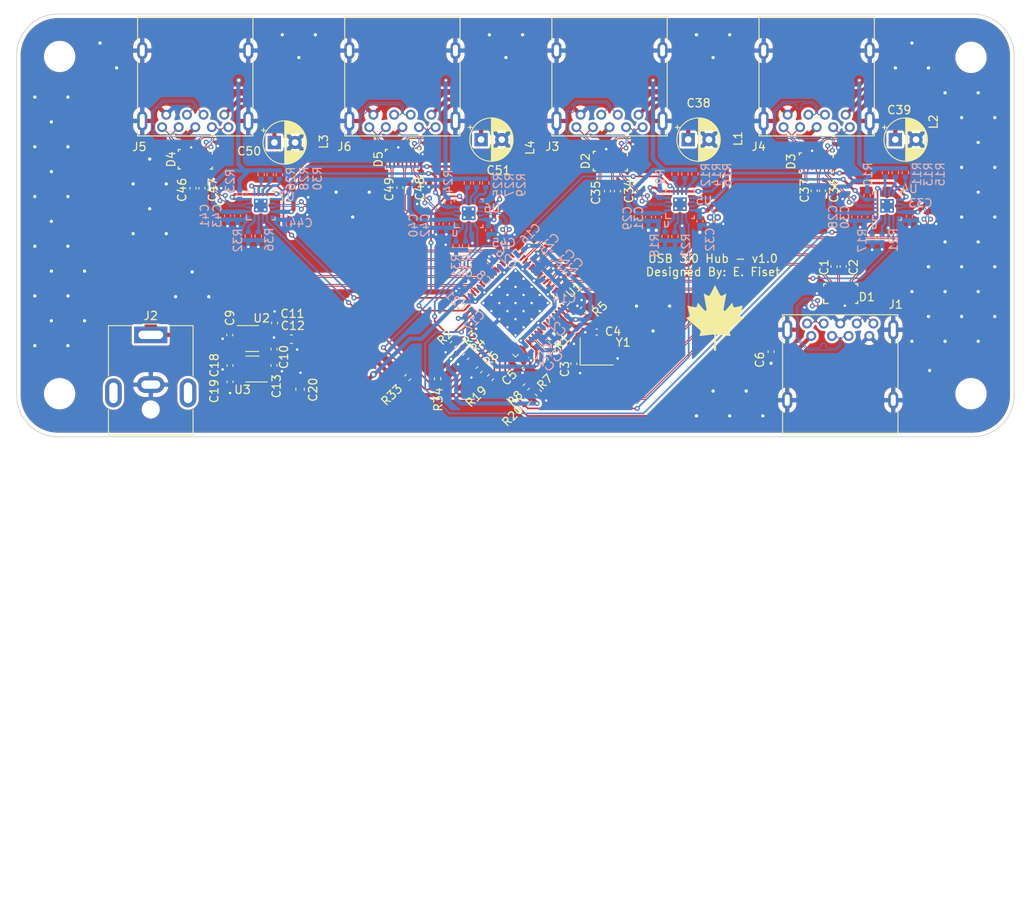
<source format=kicad_pcb>
(kicad_pcb (version 20221018) (generator pcbnew)
  (title_block (title "Powered USB 3.0 Hub") (date "2023-07-25") (rev "v1.0"))
  (layers (0 "F.Cu" signal) (1 "In1.Cu" signal) (2 "In2.Cu" signal) (31 "B.Cu" signal) (34 "B.Paste" user) (35 "F.Paste" user) (36 "B.SilkS" user "B.Silkscreen") (37 "F.SilkS" user "F.Silkscreen") (38 "B.Mask" user) (39 "F.Mask" user) (44 "Edge.Cuts" user))
  (net 0 "")
  (net 1 "/USB_HOST_SSTX-")
  (net 2 "/USB_HOST_SSTX+")
  (net 3 "/CLK_O")
  (net 4 "GND")
  (net 5 "/CLK_I")
  (net 6 "/GRSTz")
  (net 7 "/Power/VBUS_HOST")
  (net 8 "+5V")
  (net 9 "VBUS_HOST_FILT")
  (net 10 "Net-(C10-Pad1)")
  (net 11 "+3.3V")
  (net 12 "Net-(C18-Pad1)")
  (net 13 "+1V2")
  (net 14 "/USB Outputs 1&2/VBUS_OUT2_PRE_PI")
  (net 15 "/USB Outputs 1&2/VBUS_OUT1_PRE_PI")
  (net 16 "/USB_OUT2_SSTX+")
  (net 17 "/USB_OUT2_SSTX-")
  (net 18 "/USB_OUT1_SSTX+")
  (net 19 "/USB_OUT1_SSTX-")
  (net 20 "/USB Outputs 1&2/VBUS_OUT2")
  (net 21 "/USB Outputs 1&2/VBUS_OUT1")
  (net 22 "/USB Outputs 3&4/VBUS_OUT4_PRE_PI")
  (net 23 "/USB Outputs 3&4/VBUS_OUT3_PRE_PI")
  (net 24 "/USB_OUT4_SSTX+")
  (net 25 "/USB_OUT4_SSTX-")
  (net 26 "/USB_OUT3_SSTX+")
  (net 27 "/USB Outputs 3&4/USB_OUT3_SSTX+")
  (net 28 "/USB_OUT3_SSTX-")
  (net 29 "/USB Outputs 3&4/VBUS_OUT4")
  (net 30 "/USB Outputs 3&4/VBUS_OUT3")
  (net 31 "/USB_HOST_SSRX-")
  (net 32 "/USB_HOST_SSRX+")
  (net 33 "/USB_HOST_D+")
  (net 34 "/USB_HOST_D-")
  (net 35 "/USB_OUT2_SSRX-")
  (net 36 "/USB_OUT2_SSRX+")
  (net 37 "/USB_OUT1_SSRX-")
  (net 38 "/USB_OUT1_SSRX+")
  (net 39 "/USB_OUT4_SSRX-")
  (net 40 "/USB_OUT4_SSRX+")
  (net 41 "/USB_OUT3_SSRX-")
  (net 42 "/USB_OUT3_SSRX+")
  (net 43 "/PWRMGMTz")
  (net 44 "/PWRCTL_POL")
  (net 45 "/GANGED")
  (net 46 "/USB_R1")
  (net 47 "/AUTOENz")
  (net 48 "/HOST_VBUS_DET")
  (net 49 "/USB Outputs 1&2/CTL1_1")
  (net 50 "/USB Outputs 1&2/CTL1_2")
  (net 51 "/USB Outputs 1&2/CTL2_1")
  (net 52 "/USB Outputs 1&2/CTL2_2")
  (net 53 "/USB Outputs 1&2/CTL3_1")
  (net 54 "/USB Outputs 1&2/CTL3_2")
  (net 55 "/USB Outputs 1&2/ILM_HI_1")
  (net 56 "/USB Outputs 1&2/ILM_HI_2")
  (net 57 "/OVERCUR1z")
  (net 58 "/OVERCUR2z")
  (net 59 "/USB Outputs 1&2/ILM_LO_1")
  (net 60 "/USB Outputs 1&2/ILM_LO_2")
  (net 61 "/USB Outputs 3&4/PORT4_CLAMP")
  (net 62 "/USB Outputs 3&4/CTL1_3")
  (net 63 "/USB Outputs 3&4/CTL1_4")
  (net 64 "/USB Outputs 3&4/CTL2_3")
  (net 65 "/USB Outputs 3&4/CTL2_4")
  (net 66 "/USB Outputs 3&4/CTL3_3")
  (net 67 "/USB Outputs 3&4/CTL3_4")
  (net 68 "Net-(R31-Pad1)")
  (net 69 "/USB Outputs 3&4/ILM_HI4")
  (net 70 "/OVERCUR3z")
  (net 71 "/OVERCUR4z")
  (net 72 "Net-(R35-Pad1)")
  (net 73 "/USB Outputs 3&4/ILM_LO4")
  (net 74 "/USB_OUT1_D+")
  (net 75 "/USB_OUT1_D-")
  (net 76 "/USB_OUT2_D+")
  (net 77 "/USB_OUT2_D-")
  (net 78 "/USB_OUT3_D+")
  (net 79 "/USB_OUT3_D-")
  (net 80 "/USB_OUT4_D+")
  (net 81 "/USB_OUT4_D-")
  (net 82 "/PWRCTL4")
  (net 83 "/PWRCTL3")
  (net 84 "/USB Outputs 1&2/USB_OUT2_PC_SSTX+")
  (net 85 "/PWRCTL1")
  (net 91 "/USB Outputs 1&2/USB_OUT2_PC_SSTX-")
  (net 92 "/USB Outputs 1&2/USB_OUT1_PC_SSTX+")
  (net 93 "/USB Outputs 1&2/USB_OUT1_PC_SSTX-")
  (net 94 "/USB Outputs 1&2/USB_OUT2_PORT_D-")
  (net 95 "/USB Outputs 1&2/USB_OUT2_PORT_D+")
  (net 96 "/USB Outputs 1&2/USB_OUT1_PORT_D-")
  (net 97 "/USB Outputs 1&2/USB_OUT1_PORT_D+")
  (net 98 "/USB Outputs 3&4/USB_OUT4_PORT_D+")
  (net 99 "/USB Outputs 3&4/USB_OUT4_PORT_D-")
  (net 100 "/USB Outputs 3&4/USB_OUT3_PORT_D-")
  (net 101 "/USB Outputs 3&4/USB_OUT3_PORT_D+")
  (net 102 "/USB Outputs 1&2/PORT2_CLAMP")
  (net 103 "/USB Outputs 1&2/PORT1_CLAMP")
  (net 104 "/USB Outputs 3&4/PORT3_CLAMP")
  (net 105 "/PWRCTL2")
  (net 106 "/USB Outputs 3&4/USB_OUT4_SSTX+")
  (net 107 "/USB Outputs 3&4/USB_OUT4_SSTX-")
  (net 108 "/USB_HOST_PC_SSTX+")
  (net 109 "/USB_HOST_PC_SSTX-")
  (net 110 "/USB Outputs 3&4/USB_OUT3_SSTX-")
  (footprint "Capacitor_SMD:C_0402_1005Metric" (layer "F.Cu") (at 117.86375 119.395 -90)
    (fp_text reference "C13")
    (fp_text value "2.2u")
  )
  (footprint "Resistor_SMD:R_0402_1005Metric" (layer "F.Cu") (at 139.509376 116.840624 -135)
    (fp_text reference "R2")
    (fp_text value "10K")
  )
  (footprint "Capacitor_SMD:C_0402_1005Metric" (layer "F.Cu") (at 109.17 98 90)
    (fp_text reference "C46")
    (fp_text value "0.1u")
  )
  (footprint "Connector_USB:USB3_A_Molex_48393-001" (layer "F.Cu") (at 136.87 89.13 180)
    (fp_text reference "J6")
    (fp_text value "USB3_A")
  )
  (footprint "Capacitor_THT:CP_Radial_D5.0mm_P2.50mm" (layer "F.Cu") (at 167.864888 92.13)
    (fp_text reference "C38")
    (fp_text value "100u")
  )
  (footprint "Capacitor_SMD:C_0402_1005Metric" (layer "F.Cu") (at 158.12 98.35 90)
    (fp_text reference "C35")
    (fp_text value "0.1u")
  )
  (footprint "Capacitor_THT:CP_Radial_D5.0mm_P2.50mm" (layer "F.Cu") (at 142.864888 92.13)
    (fp_text reference "C51")
    (fp_text value "100u")
  )
  (footprint "LOGO" (layer "F.Cu") (at 171.1 113.65)
    (fp_text reference "G***")
    (fp_text value "LOGO" hide)
  )
  (footprint "Resistor_SMD:R_0402_1005Metric" (layer "F.Cu") (at 148.32 121.98 -135)
    (fp_text reference "R8")
    (fp_text value "90.1K")
  )
  (footprint "Capacitor_SMD:C_0402_1005Metric" (layer "F.Cu") (at 154.07 119.18 -90)
    (fp_text reference "C3")
    (fp_text value "10p")
  )
  (footprint "Connector_USB:USB3_A_Molex_48393-001" (layer "F.Cu") (at 161.87 89.13 180)
    (fp_text reference "J3")
    (fp_text value "USB3_A")
  )
  (footprint "Resistor_SMD:R_0402_1005Metric" (layer "F.Cu") (at 144.009376 120.840624 45)
    (fp_text reference "R19")
    (fp_text value "10K")
  )
  (footprint "Capacitor_SMD:C_0402_1005Metric" (layer "F.Cu") (at 117.86875 117.42 90)
    (fp_text reference "C10")
    (fp_text value "10n")
  )
  (footprint "Connector_USB:USB3_A_Molex_48393-001" (layer "F.Cu") (at 111.87 89.13 180)
    (fp_text reference "J5")
    (fp_text value "USB3_A")
  )
  (footprint "MountingHole:MountingHole_3.2mm_M3" (layer "F.Cu") (at 202 82.2)
    (fp_text reference "H3" hide)
    (fp_text value "MountingHole")
  )
  (footprint "TPD SPD:TPD6E05U06RVZR" (layer "F.Cu") (at 133.37 94.505 -90)
    (fp_text reference "D5")
    (fp_text value "TPD6E05U06RVZR" hide)
  )
  (footprint "Package_TO_SOT_SMD:SOT-23-5" (layer "F.Cu") (at 115.23125 116.145)
    (fp_text reference "U2")
    (fp_text value "SPX3819M5-L-3-3")
  )
  (footprint "Capacitor_SMD:C_0402_1005Metric" (layer "F.Cu") (at 112.56375 119.395 -90)
    (fp_text reference "C18")
    (fp_text value "10n")
  )
  (footprint "Capacitor_SMD:C_0402_1005Metric" (layer "F.Cu") (at 112.56875 121.37 -90)
    (fp_text reference "C19")
    (fp_text value "2.2u")
  )
  (footprint "Package_TO_SOT_SMD:SOT-23-5" (layer "F.Cu") (at 115.26375 119.82 180)
    (fp_text reference "U3")
    (fp_text value "SPX3819M5-L-1-2")
  )
  (footprint "Inductor_SMD:L_0402_1005Metric" (layer "F.Cu") (at 172.52 92.08 90)
    (fp_text reference "L1")
    (fp_text value "2.2u")
  )
  (footprint "Inductor_SMD:L_0402_1005Metric" (layer "F.Cu") (at 197.52 91.88 90)
    (fp_text reference "L2")
    (fp_text value "2.2u")
  )
  (footprint "Package_DFN_QFN:QFN-64-1EP_9x9mm_P0.5mm_EP6x6mm_ThermalVias" (layer "F.Cu") (at 147.025456 111.857728 -135)
    (fp_text reference "U1")
    (fp_text value "TUSB8041")
  )
  (footprint "Connector_BarrelJack:BarrelJack_CUI_PJ-063AH_Horizontal" (layer "F.Cu") (at 102.995 115.7)
    (fp_text reference "J2")
    (fp_text value "Barrel_Jack_Switch")
  )
  (footprint "Connector_USB:USB3_A_Molex_48393-001" (layer "F.Cu") (at 182.72 115.83)
    (fp_text reference "J1")
    (fp_text value "USB3_A")
  )
  (footprint "Capacitor_SMD:C_0402_1005Metric" (layer "F.Cu") (at 156.819712 115.36392 180)
    (fp_text reference "C4")
    (fp_text value "10p")
  )
  (footprint "Capacitor_SMD:C_0402_1005Metric" (layer "F.Cu") (at 147.655589 119.369411 -135)
    (fp_text reference "C5")
    (fp_text value "1u")
  )
  (footprint "Capacitor_THT:CP_Radial_D5.0mm_P2.50mm" (layer "F.Cu") (at 117.92 92.48)
    (fp_text reference "C50")
    (fp_text value "100u")
  )
  (footprint "Resistor_SMD:R_0402_1005Metric" (layer "F.Cu") (at 142.630624 119.919376 -135)
    (fp_text reference "R6")
    (fp_text value "10K")
  )
  (footprint "TPD SPD:TPD6E05U06RVZR" (layer "F.Cu") (at 158.47 94.73 -90)
    (fp_text reference "D2")
    (fp_text value "TPD6E05U06RVZR" hide)
  )
  (footprint "Resistor_SMD:R_0402_1005Metric" (layer "F.Cu") (at 137.62 120.989999 -90)
    (fp_text reference "R34")
    (fp_text value "10K")
  )
  (footprint "Capacitor_SMD:C_0603_1608Metric" (layer "F.Cu") (at 121.01875 122.27 90)
    (fp_text reference "C20")
    (fp_text value "10u")
  )
  (footprint "Capacitor_SMD:C_0402_1005Metric" (layer "F.Cu") (at 134.17 97.93 90)
    (fp_text reference "C48")
    (fp_text value "0.1u")
  )
  (footprint "Capacitor_SMD:C_0402_1005Metric" (layer "F.Cu") (at 159.32 98.35 90)
    (fp_text reference "C34")
    (fp_text value "0.1u")
  )
  (footprint "TPD SPD:TPD6E05U06RVZR" (layer "F.Cu") (at 183.320002 94.93 -90)
    (fp_text reference "D3")
    (fp_text value "TPD6E05U06RVZR" hide)
  )
  (footprint "Resistor_SMD:R_0402_1005Metric" (layer "F.Cu") (at 141.02 118.33 -135)
    (fp_text reference "R4")
    (fp_text value "10K")
  )
  (footprint "Capacitor_SMD:C_0402_1005Metric" (layer "F.Cu") (at 185.47 107.45 -90)
    (fp_text reference "C2")
    (fp_text value "0.1u")
  )
  (footprint "MountingHole:MountingHole_3.2mm_M3" (layer "F.Cu") (at 92 82.1)
    (fp_text reference "H4" hide)
    (fp_text value "MountingHole")
  )
  (footprint "Connector_USB:USB3_A_Molex_48393-001" (layer "F.Cu") (at 186.87 89.13 180)
    (fp_text reference "J4")
    (fp_text value "USB3_A")
  )
  (footprint "Capacitor_SMD:C_0402_1005Metric" (layer "F.Cu") (at 112.53125 115.72 -90)
    (fp_text reference "C9")
    (fp_text value "2.2u")
  )
  (footprint "Resistor_SMD:R_0402_1005Metric" (layer "F.Cu") (at 148.37 123.73 -135)
    (fp_text reference "R20")
    (fp_text value "10K")
  )
  (footprint "Capacitor_SMD:C_0402_1005Metric" (layer "F.Cu") (at 177.87 117.73 -90)
    (fp_text reference "C6")
    (fp_text value "2.2u")
  )
  (footprint "MountingHole:MountingHole_3.2mm_M3" (layer "F.Cu") (at 92 122.8)
    (fp_text reference "H2" hide)
    (fp_text value "MountingHole")
  )
  (footprint "Resistor_SMD:R_0402_1005Metric" (layer "F.Cu") (at 153.97 115.18 45)
    (fp_text reference "R1")
    (fp_text value "1M")
  )
  (footprint "Capacitor_THT:CP_Radial_D5.0mm_P2.50mm" (layer "F.Cu") (at 192.864888 92.13)
    (fp_text reference "C39")
    (fp_text value "100u")
  )
  (footprint "Crystal:Crystal_SMD_3225-4Pin_3.2x2.5mm" (layer "F.Cu") (at 156.825168 117.691648)
    (fp_text reference "Y1")
    (fp_text value "24MHz")
  )
  (footprint "Resistor_SMD:R_0402_1005Metric" (layer "F.Cu") (at 149.780624 122.690624 -45)
    (fp_text reference "R7")
    (fp_text value "10K")
  )
  (footprint "TPD SPD:TPD6E05U06RVZR" (layer "F.Cu") (at 108.370001 94.505 -90)
    (fp_text reference "D4")
    (fp_text value "TPD6E05U06RVZR" hide)
  )
  (footprint "Capacitor_SMD:C_0603_1608Metric" (layer "F.Cu") (at 119.96875 116.22)
    (fp_text reference "C12")
    (fp_text value "10u")
  )
  (footprint "Capacitor_SMD:C_0402_1005Metric" (layer "F.Cu") (at 184.07 98.3 90)
    (fp_text reference "C36")
    (fp_text value "0.1u")
  )
  (footprint "Capacitor_SMD:C_0402_1005Metric" (layer "F.Cu") (at 108.095 98 90)
    (fp_text reference "C47")
    (fp_text value "0.1u")
  )
  (footprint "Capacitor_SMD:C_0402_1005Metric" (layer "F.Cu") (at 183.07 98.3 90)
    (fp_text reference "C37")
    (fp_text value "0.1u")
  )
  (footprint "Resistor_SMD:R_0402_1005Metric" (layer "F.Cu") (at 134.009376 120.840624 45)
    (fp_text reference "R33")
    (fp_text value "10K")
  )
  (footprint "Capacitor_SMD:C_0402_1005Metric" (layer "F.Cu") (at 117.94375 114.27 90)
    (fp_text reference "C11")
    (fp_text value "2.2u")
  )
  (footprint "Capacitor_SMD:C_0402_1005Metric" (layer "F.Cu") (at 133.07 97.93 90)
    (fp_text reference "C49")
    (fp_text value "0.1u")
  )
  (footprint "Resistor_SMD:R_0402_1005Metric" (layer "F.Cu") (at 155.2 112.7 45)
    (fp_text reference "R5")
    (fp_text value "9.52K")
  )
  (footprint "Inductor_SMD:L_0402_1005Metric" (layer "F.Cu") (at 147.57 92.08 90)
    (fp_text reference "L4")
    (fp_text value "2.2u")
  )
  (footprint "Inductor_SMD:L_0402_1005Metric" (layer "F.Cu") (at 122.62 92.48 90)
    (fp_text reference "L3")
    (fp_text value "2.2u")
  )
  (footprint "Resistor_SMD:R_0402_1005Metric" (layer "F.Cu") (at 140.27 117.58 45)
    (fp_text reference "R3")
    (fp_text value "10K")
  )
  (footprint "TPD SPD:TPD6E05U06RVZR" (layer "F.Cu") (at 186.27 110.73 90)
    (fp_text reference "D1")
    (fp_text value "TPD6E05U06RVZR" hide)
  )
  (footprint "Capacitor_SMD:C_0402_1005Metric" (layer "F.Cu") (at 186.57 107.45 -90)
    (fp_text reference "C1")
    (fp_text value "0.1u")
  )
  (footprint "MountingHole:MountingHole_3.2mm_M3" (layer "F.Cu") (at 202 122.8)
    (fp_text reference "H1" hide)
    (fp_text value "MountingHole")
  )
  (footprint "Capacitor_SMD:C_0402_1005Metric" (layer "B.Cu") (at 150.609411 108.640589 45)
    (fp_text reference "C24")
    (fp_text value ".1u")
  )
  (footprint "Resistor_SMD:R_0402_1005Metric" (layer "B.Cu") (at 164.42 98.68 -90)
    (fp_text reference "R9")
    (fp_text value "100K")
  )
  (footprint "Resistor_SMD:R_0402_1005Metric" (layer "B.Cu") (at 191.67 96.12 90)
    (fp_text reference "R11")
    (fp_text value "10K")
  )
  (footprint "Capacitor_SMD:C_0402_1005Metric" (layer "B.Cu") (at 138.67 102.3 -90)
    (fp_text reference "C42")
    (fp_text value ".1u")
  )
  (footprint "Capacitor_SMD:C_0402_1005Metric" (layer "B.Cu") (at 141.355589 112.994411 45)
    (fp_text reference "C17")
    (fp_text value ".1u")
  )
  (footprint "Capacitor_SMD:C_0402_1005Metric" (layer "B.Cu") (at 148.77 106.88 45)
    (fp_text reference "C25")
    (fp_text value ".1u")
  )
  (footprint "Resistor_SMD:R_0402_1005Metric" (layer "B.Cu") (at 165.07 103.82 -90)
    (fp_text reference "R18")
    (fp_text value "29.8K")
  )
  (footprint "Resistor_SMD:R_0402_1005Metric" (layer "B.Cu") (at 143.42 97.37 90)
    (fp_text reference "R29")
    (fp_text value "10K")
  )
  (footprint "TPS2546RTER:TPS2546RTER" (layer "B.Cu") (at 141.370001 101.030001)
    (fp_text reference "U6")
    (fp_text value "TPS2546" hide)
  )
  (footprint "Resistor_SMD:R_0402_1005Metric" (layer "B.Cu") (at 167.47 96.279998 90)
    (fp_text reference "R14")
    (fp_text value "10K")
  )
  (footprint "Capacitor_SMD:C_0402_1005Metric" (layer "B.Cu") (at 150.67 115.18 -45)
    (fp_text reference "C22")
    (fp_text value ".1u")
  )
  (footprint "Resistor_SMD:R_0402_1005Metric" (layer "B.Cu") (at 190.07 104.02 -90)
    (fp_text reference "R17")
    (fp_text value "29.8K")
  )
  (footprint "TPS2546RTER:TPS2546RTER" (layer "B.Cu") (at 191.87 100.13)
    (fp_text reference "U4")
    (fp_text value "TPS2546" hide)
  )
  (footprint "Resistor_SMD:R_0402_1005Metric" (layer "B.Cu") (at 142.32 97.37 90)
    (fp_text reference "R27")
    (fp_text value "10K")
  )
  (footprint "Capacitor_SMD:C_0402_1005Metric" (layer "B.Cu") (at 143.77 103.065 -90)
    (fp_text reference "C45")
    (fp_text value "2.2u")
  )
  (footprint "Capacitor_SMD:C_0402_1005Metric" (layer "B.Cu") (at 144.77 107.18 135)
    (fp_text reference "C26")
    (fp_text value ".1u")
  )
  (footprint "Capacitor_SMD:C_0402_1005Metric" (layer "B.Cu") (at 151.57 109.68 45)
    (fp_text reference "C23")
    (fp_text value ".1u")
  )
  (footprint "Capacitor_SMD:C_0402_1005Metric" (layer "B.Cu") (at 194.57 101.38 -90)
    (fp_text reference "C33")
    (fp_text value "2.2u")
  )
  (footprint "Resistor_SMD:R_0402_1005Metric" (layer "B.Cu") (at 113.72 98.78 -90)
    (fp_text reference "R23")
    (fp_text value "100K")
  )
  (footprint "Capacitor_SMD:C_0402_1005Metric" (layer "B.Cu") (at 187.97 101.45 -90)
    (fp_text reference "C28")
    (fp_text value "4.7u")
  )
  (footprint "TPS2546RTER:TPS2546RTER" (layer "B.Cu") (at 166.87 99.93)
    (fp_text reference "U5")
    (fp_text value "TPS2546" hide)
  )
  (footprint "Capacitor_SMD:C_0402_1005Metric" (layer "B.Cu") (at 169.27 101.98 -90)
    (fp_text reference "C32")
    (fp_text value "2.2u")
  )
  (footprint "Capacitor_SMD:C_0402_1005Metric" (layer "B.Cu") (at 137.42 102.3 -90)
    (fp_text reference "C40")
    (fp_text value "4.7u")
  )
  (footprint "Capacitor_SMD:C_0402_1005Metric" (layer "B.Cu") (at 142.37 109.68 135)
    (fp_text reference "C8")
    (fp_text value ".1u")
  )
  (footprint "Capacitor_SMD:C_0402_1005Metric" (layer "B.Cu") (at 189.17 101.45 -90)
    (fp_text reference "C30")
    (fp_text value ".1u")
  )
  (footprint "Resistor_SMD:R_0402_1005Metric" (layer "B.Cu") (at 192.87 96.12 90)
    (fp_text reference "R13")
    (fp_text value "10K")
  )
  (footprint "Resistor_SMD:R_0402_1005Metric" (layer "B.Cu") (at 189.47 98.88 -90)
    (fp_text reference "R10")
    (fp_text value "100K")
  )
  (footprint "Resistor_SMD:R_0402_1005Metric" (layer "B.Cu") (at 117.42 96.360001 90)
    (fp_text reference "R28")
    (fp_text value "10K")
  )
  (footprint "Capacitor_SMD:C_0402_1005Metric" (layer "B.Cu") (at 141.27 110.68 135)
    (fp_text reference "C21")
    (fp_text value ".1u")
  )
  (footprint "Resistor_SMD:R_0402_1005Metric" (layer "B.Cu") (at 116.32 96.360001 90)
    (fp_text reference "R26")
    (fp_text value "10K")
  )
  (footprint "Capacitor_SMD:C_0402_1005Metric" (layer "B.Cu") (at 164.27 101.479998 -90)
    (fp_text reference "C31")
    (fp_text value ".1u")
  )
  (footprint "TPS2546RTER:TPS2546RTER" (layer "B.Cu") (at 116.27 100.079998)
    (fp_text reference "U7")
    (fp_text value "TPS2546" hide)
  )
  (footprint "Capacitor_SMD:C_0402_1005Metric" (layer "B.Cu") (at 148.57 117.38 -45)
    (fp_text reference "C27")
    (fp_text value ".1u")
  )
  (footprint "Capacitor_SMD:C_0402_1005Metric" (layer "B.Cu") (at 152.88 113.07 135)
    (fp_text reference "C14")
    (fp_text value ".1u")
  )
  (footprint "Resistor_SMD:R_0402_1005Metric" (layer "B.Cu") (at 194.07 96.12 90)
    (fp_text reference "R15")
    (fp_text value "10K")
  )
  (footprint "Capacitor_SMD:C_0402_1005Metric" (layer "B.Cu") (at 147.67 105.78 -135)
    (fp_text reference "C16")
    (fp_text value ".1u")
  )
  (footprint "Resistor_SMD:R_0402_1005Metric" (layer "B.Cu") (at 138.87 99.73 -90)
    (fp_text reference "R24")
    (fp_text value "100K")
  )
  (footprint "Resistor_SMD:R_0402_1005Metric" (layer "B.Cu") (at 115.97 103.77 -90)
    (fp_text reference "R36")
    (fp_text value "48.7K")
  )
  (footprint "Resistor_SMD:R_0402_1005Metric" (layer "B.Cu") (at 168.67 96.279998 90)
    (fp_text reference "R16")
    (fp_text value "10K")
  )
  (footprint "Resistor_SMD:R_0402_1005Metric" (layer "B.Cu") (at 118.52 96.37 90)
    (fp_text reference "R30")
    (fp_text value "10K")
  )
  (footprint "Resistor_SMD:R_0402_1005Metric" (layer "B.Cu") (at 166.27 103.82 -90)
    (fp_text reference "R22")
    (fp_text value "48.7K")
  )
  (footprint "Capacitor_SMD:C_0402_1005Metric" (layer "B.Cu") (at 113.47 101.33 -90)
    (fp_text reference "C43")
    (fp_text value ".1u")
  )
  (footprint "Resistor_SMD:R_0402_1005Metric" (layer "B.Cu") (at 166.27 96.279998 90)
    (fp_text reference "R12")
    (fp_text value "10K")
  )
  (footprint "Resistor_SMD:R_0402_1005Metric" (layer "B.Cu") (at 141.22 97.370001 90)
    (fp_text reference "R25")
    (fp_text value "10K")
  )
  (footprint "Capacitor_SMD:C_0402_1005Metric" (layer "B.Cu") (at 119.12 101.33 -90)
    (fp_text reference "C44")
    (fp_text value "2.2u")
  )
  (footprint "Capacitor_SMD:C_0402_1005Metric" (layer "B.Cu") (at 112.27 101.33 -90)
    (fp_text reference "C41")
    (fp_text value "4.7u")
  )
  (footprint "Resistor_SMD:R_0402_1005Metric" (layer "B.Cu") (at 114.77 103.77 -90)
    (fp_text reference "R32")
    (fp_text value "29.8K")
  )
  (footprint "Capacitor_SMD:C_0402_1005Metric" (layer "B.Cu") (at 149.27 116.68 135)
    (fp_text reference "C15")
    (fp_text value ".1u")
  )
  (footprint "Resistor_SMD:R_0402_1005Metric" (layer "B.Cu") (at 141 104.94 -90)
    (fp_text reference "R35")
    (fp_text value "48.7K")
  )
  (footprint "Resistor_SMD:R_0402_1005Metric" (layer "B.Cu") (at 139.85 104.940001 -90)
    (fp_text reference "R31")
    (fp_text value "29.8K")
  )
  (footprint "Capacitor_SMD:C_0402_1005Metric" (layer "B.Cu") (at 163.07 101.479998 -90)
    (fp_text reference "C29")
    (fp_text value "4.7u")
  )
  (footprint "Resistor_SMD:R_0402_1005Metric" (layer "B.Cu") (at 191.27 104.02 -90)
    (fp_text reference "R21")
    (fp_text value "48.7K")
  )
  (gr_line (start 207.2 81.971068) (end 207.2 123) (stroke (width 0.1)) (layer "Edge.Cuts"))
  (gr_arc (start 91.8 128) (mid 88.264466 126.535534) (end 86.8 123) (stroke (width 0.1)) (layer "Edge.Cuts"))
  (gr_arc (start 86.8 81.971068) (mid 88.264466 78.435534) (end 91.8 76.971068) (stroke (width 0.1)) (layer "Edge.Cuts"))
  (gr_line (start 91.8 128) (end 202.2 128) (stroke (width 0.1)) (layer "Edge.Cuts"))
  (gr_line (start 86.8 123) (end 86.8 81.971068) (stroke (width 0.1)) (layer "Edge.Cuts"))
  (gr_line (start 91.8 76.971068) (end 202.2 76.971068) (stroke (width 0.1)) (layer "Edge.Cuts"))
  (gr_arc (start 202.2 76.971068) (mid 205.735534 78.435534) (end 207.2 81.971068) (stroke (width 0.1)) (layer "Edge.Cuts"))
  (gr_arc (start 207.2 123) (mid 205.735534 126.535534) (end 202.2 128) (stroke (width 0.1)) (layer "Edge.Cuts"))
  (gr_text "USB 3.0 Hub - v1.0\nDesigned By: E. Fiset" (at 170.85 107.3) (layer "F.SilkS") (effects (font (size 1 1))))
  (segment (start 149.986466 115.372401) (end 151.4785 116.864434) (width 0.117) (layer "F.Cu") (net 1))
  (segment (start 178.225056 105.9215) (end 185.814944 105.9215) (width 0.117) (layer "F.Cu") (net 1))
  (segment (start 186.128501 106.528501) (end 186.57 106.97) (width 0.117) (layer "F.Cu") (net 1))
  (segment (start 185.814944 105.9215) (end 186.128501 106.235057) (width 0.117) (layer "F.Cu") (net 1))
  (segment (start 186.128501 106.235057) (end 186.128501 106.528501) (width 0.117) (layer "F.Cu") (net 1))
  (segment (start 151.4785 120.385056) (end 153.214944 122.1215) (width 0.117) (layer "F.Cu") (net 1))
  (segment (start 151.4785 116.864434) (end 151.4785 120.385056) (width 0.117) (layer "F.Cu") (net 1))
  (segment (start 149.986466 115.172291) (end 149.986466 115.372401) (width 0.117) (layer "F.Cu") (net 1))
  (segment (start 153.214944 122.1215) (end 162.025056 122.1215) (width 0.117) (layer "F.Cu") (net 1))
  (segment (start 162.025056 122.1215) (end 178.225056 105.9215) (width 0.117) (layer "F.Cu") (net 1))
  (segment (start 185.911499 106.324943) (end 185.911499 106.528501) (width 0.117) (layer "F.Cu") (net 2))
  (segment (start 149.632912 115.525844) (end 149.833023 115.525844) (width 0.117) (layer "F.Cu") (net 2))
  (segment (start 178.314944 106.1385) (end 185.725056 106.1385) (width 0.117) (layer "F.Cu") (net 2))
  (segment (start 151.2615 116.954322) (end 151.2615 120.474944) (width 0.117) (layer "F.Cu") (net 2))
  (segment (start 185.911499 106.528501) (end 185.47 106.97) (width 0.117) (layer "F.Cu") (net 2))
  (segment (start 151.2615 120.474944) (end 153.125056 122.3385) (width 0.117) (layer "F.Cu") (net 2))
  (segment (start 185.725056 106.1385) (end 185.911499 106.324943) (width 0.117) (layer "F.Cu") (net 2))
  (segment (start 153.125056 122.3385) (end 162.114944 122.3385) (width 0.117) (layer "F.Cu") (net 2))
  (segment (start 162.114944 122.3385) (end 178.314944 106.1385) (width 0.117) (layer "F.Cu") (net 2))
  (segment (start 149.833023 115.525844) (end 151.2615 116.954322) (width 0.117) (layer "F.Cu") (net 2))
  (segment (start 153.609376 115.540624) (end 153.42 115.73) (width 0.3) (layer "F.Cu") (net 3))
  (segment (start 153.42 117.25) (end 154.07 117.9) (width 0.3) (layer "F.Cu") (net 3))
  (segment (start 153.609376 115.540624) (end 153.601192 115.540624) (width 0.3) (layer "F.Cu") (net 3))
  (segment (start 154.07 118.71) (end 155.556816 118.71) (width 0.3) (layer "F.Cu") (net 3))
  (segment (start 153.530624 115.540624) (end 153.609376 115.540624) (width 0.3) (layer "F.Cu") (net 3))
  (segment (start 152.32 114.33) (end 153.530624 115.540624) (width 0.3) (layer "F.Cu") (net 3))
  (segment (start 151.754233 113.404524) (end 151.754233 113.414233) (width 0.3) (layer "F.Cu") (net 3))
  (segment (start 152.32 113.98) (end 152.32 114.33) (width 0.3) (layer "F.Cu") (net 3))
  (segment (start 153.42 115.73) (end 153.42 117.25) (width 0.3) (layer "F.Cu") (net 3))
  (segment (start 154.07 117.9) (end 154.07 118.7) (width 0.3) (layer "F.Cu") (net 3))
  (segment (start 151.754233 113.414233) (end 152.32 113.98) (width 0.3) (layer "F.Cu") (net 3))
  (segment (start 107.869999 93.88) (end 107.869999 95.13) (width 0.3) (layer "F.Cu") (net 4))
  (segment (start 182.82 95.555) (end 182.82 94.305) (width 0.3) (layer "F.Cu") (net 4))
  (segment (start 186.770002 111.355) (end 186.770002 110.105) (width 0.3) (layer "F.Cu") (net 4))
  (segment (start 111.67375 119.875) (end 111.66875 119.87) (width 0.5) (layer "F.Cu") (net 4))
  (segment (start 112.56875 121.85) (end 112.56875 122.72) (width 0.5) (layer "F.Cu") (net 4))
  (segment (start 157.969998 95.355) (end 157.969998 94.105) (width 0.3) (layer "F.Cu") (net 4))
  (segment (start 132.869998 95.13) (end 132.869998 93.88) (width 0.3) (layer "F.Cu") (net 4))
  (segment (start 139.148752 117.201248) (end 139.148752 117.241248) (width 0.5) (layer "F.Cu") (net 4))
  (segment (start 147.316178 119.726178) (end 147.87 120.28) (width 0.5) (layer "F.Cu") (net 4))
  (segment (start 112.53125 116.2) (end 111.69875 116.2) (width 0.5) (layer "F.Cu") (net 4))
  (segment (start 182.82 94.305) (end 182.82 93.48) (width 0.3) (layer "F.Cu") (net 4))
  (segment (start 132.869998 93.080002) (end 132.87 93.08) (width 0.3) (layer "F.Cu") (net 4))
  (segment (start 186.770002 112.179998) (end 186.77 112.18) (width 0.3) (layer "F.Cu") (net 4))
  (segment (start 114.03875 116.2) (end 114.09375 116.145) (width 0.5) (layer "F.Cu") (net 4))
  (segment (start 155 111.728752) (end 155 111.5) (width 0.5) (layer "F.Cu") (net 4))
  (segment (start 155.477896 115.36392) (end 155.450168 115.391648) (width 0.3) (layer "F.Cu") (net 4))
  (segment (start 116.40125 119.92) (end 117.81875 119.92) (width 0.5) (layer "F.Cu") (net 4))
  (segment (start 147.316178 119.708822) (end 147.316178 119.726178) (width 0.5) (layer "F.Cu") (net 4))
  (segment (start 156.339712 115.36392) (end 155.477896 115.36392) (width 0.3) (layer "F.Cu") (net 4))
  (segment (start 112.56375 119.875) (end 111.67375 119.875) (width 0.5) (layer "F.Cu") (net 4))
  (segment (start 121.01875 121.495) (end 121.01875 120.32) (width 0.5) (layer "F.Cu") (net 4))
  (segment (start 111.69875 116.2) (end 111.66875 116.17) (width 0.5) (layer "F.Cu") (net 4))
  (segment (start 139.148752 117.241248) (end 138.58 117.81) (width 0.5) (layer "F.Cu") (net 4))
  (segment (start 157.925168 118.541648) (end 159.350168 118.541648) (width 0.5) (layer "F.Cu") (net 4))
  (segment (start 186.770002 111.355) (end 186.770002 112.179998) (width 0.3) (layer "F.Cu") (net 4))
  (segment (start 118.82625 120.095) (end 118.60625 119.875) (width 0.5) (layer "F.Cu") (net 4))
  (segment (start 142.27 120.28) (end 141.695 120.855) (width 0.5) (layer "F.Cu") (net 4))
  (segment (start 117.96875 112.9) (end 117.94375 112.875) (width 0.5) (layer "F.Cu") (net 4))
  (segment (start 157.969998 93.280002) (end 157.97 93.28) (width 0.3) (layer "F.Cu") (net 4))
  (segment (start 120.74375 117.395) (end 120.66875 117.47) (width 0.5) (layer "F.Cu") (net 4))
  (segment (start 117.96875 113.77) (end 117.96875 112.9) (width 0.5) (layer "F.Cu") (net 4))
  (segment (start 121.01875 120.32) (end 121.06875 120.27) (width 0.5) (layer "F.Cu") (net 4))
  (segment (start 117.86875 116.94) (end 117.86875 116.02) (width 0.5) (layer "F.Cu") (net 4))
  (segment (start 150.141248 123.051248) (end 150.72 123.63) (width 0.5) (layer "F.Cu") (net 4))
  (segment (start 117.81875 119.92) (end 117.86375 119.875) (width 0.5) (layer "F.Cu") (net 4))
  (segment (start 132.869998 93.88) (end 132.869998 93.080002) (width 0.3) (layer "F.Cu") (net 4))
  (segment (start 154.131648 116.841648) (end 154.07 116.78) (width 0.5) (layer "F.Cu") (net 4))
  (segment (start 155.610624 112.339376) (end 155 111.728752) (width 0.5) (layer "F.Cu") (net 4))
  (segment (start 154.07 119.66) (end 154.1665 119.66) (width 0.5) (layer "F.Cu") (net 4))
  (segment (start 140.659376 118.690624) (end 140.095 119.255) (width 0.5) (layer "F.Cu") (net 4))
  (segment (start 155.725168 116.841648) (end 154.131648 116.841648) (width 0.5) (layer "F.Cu") (net 4))
  (segment (start 157.969998 94.105) (end 157.969998 93.280002) (width 0.3) (layer "F.Cu") (net 4))
  (segment (start 177.87 118.21) (end 177.87 119.13) (width 0.5) (layer "F.Cu") (net 4))
  (segment (start 120.74375 116.22) (end 120.74375 117.395) (width 0.5) (layer "F.Cu") (net 4))
  (segment (start 112.53125 116.2) (end 114.03875 116.2) (width 0.5) (layer "F.Cu") (net 4))
  (segment (start 107.869999 93.88) (end 107.87 93.08) (width 0.3) (layer "F.Cu") (net 4))
  (segment (start 154.1665 119.66) (end 154.82 120.3135) (width 0.5) (layer "F.Cu") (net 4))
  (segment (start 118.60625 119.875) (end 117.86375 119.875) (width 0.5) (layer "F.Cu") (net 4))
  (via (at 89 105) (size 0.8) (drill 0.4) (layers "F.Cu" "B.Cu") (net 4))
  (via (at 143.87 79.48) (size 0.8) (drill 0.4) (layers "F.Cu" "B.Cu") (net 4))
  (via (at 93 93) (size 0.8) (drill 0.4) (layers "F.Cu" "B.Cu") (net 4))
  (via (at 116.6695 102.43) (size 0.6) (drill 0.3) (layers "F.Cu" "B.Cu") (net 4))
  (via (at 192.87 83.48) (size 0.8) (drill 0.4) (layers "F.Cu" "B.Cu") (net 4))
  (via (at 163.62 115.23) (size 0.8) (drill 0.4) (layers "F.Cu" "B.Cu") (net 4))
  (via (at 200.87 113.48) (size 0.8) (drill 0.4) (layers "F.Cu" "B.Cu") (net 4))
  (via (at 142.27 114.955) (size 0.6) (drill 0.3) (layers "F.Cu" "B.Cu") (net 4))
  (via (at 89 93) (size 0.8) (drill 0.4) (layers "F.Cu" "B.Cu") (net 4))
  (via (at 151.57 107.68) (size 0.6) (drill 0.3) (layers "F.Cu" "B.Cu") (net 4))
  (via (at 141.695 120.855) (size 0.6) (drill 0.3) (layers "F.Cu" "B.Cu") (net 4))
  (via (at 110 111.1) (size 0.8) (drill 0.4) (layers "F.Cu" "B.Cu") (net 4))
  (via (at 93 99) (size 0.8) (drill 0.4) (layers "F.Cu" "B.Cu") (net 4))
  (via (at 152.499987 108.739987) (size 0.6) (drill 0.3) (layers "F.Cu" "B.Cu") (net 4))
  (via (at 143.85 106.255) (size 0.6) (drill 0.3) (layers "F.Cu" "B.Cu") (net 4))
  (via (at 93 111) (size 0.8) (drill 0.4) (layers "F.Cu" "B.Cu") (net 4))
  (via (at 138.59 104.822) (size 0.6) (drill 0.3) (layers "F.Cu" "B.Cu") (net 4))
  (via (at 98.87 83.48) (size 0.8) (drill 0.4) (layers "F.Cu" "B.Cu") (net 4))
  (via (at 204.87 113.48) (size 0.8) (drill 0.4) (layers "F.Cu" "B.Cu") (net 4))
  (via (at 196.87 107.48) (size 0.8) (drill 0.4) (layers "F.Cu" "B.Cu") (net 4))
  (via (at 204.87 95.48) (size 0.8) (drill 0.4) (layers "F.Cu" "B.Cu") (net 4))
  (via (at 118.87 79.48) (size 0.8) (drill 0.4) (layers "F.Cu" "B.Cu") (net 4))
  (via (at 197.8 102.3) (size 0.6) (drill 0.3) (layers "F.Cu" "B.Cu") (net 4))
  (via (at 170.239382 102.384609) (size 0.6) (drill 0.3) (layers "F.Cu" "B.Cu") (net 4))
  (via (at 149.75 105.89) (size 0.6) (drill 0.3) (layers "F.Cu" "B.Cu") (net 4))
  (via (at 168.87 79.48) (size 0.8) (drill 0.4) (layers "F.Cu" "B.Cu") (net 4))
  (via (at 93 117) (size 0.8) (drill 0.4) (layers "F.Cu" "B.Cu") (net 4))
  (via (at 148.882951 118.78) (size 0.6) (drill 0.3) (layers "F.Cu" "B.Cu") (net 4))
  (via (at 170.87 122.48) (size 0.8) (drill 0.4) (layers "F.Cu" "B.Cu") (net 4))
  (via (at 170.87 82.23) (size 0.8) (drill 0.4) (layers "F.Cu" "B.Cu") (net 4))
  (via (at 111.66875 119.87) (size 0.6) (drill 0.3) (layers "F.Cu" "B.Cu") (net 4))
  (via (at 163.07 103.08) (size 0.8) (drill 0.4) (layers "F.Cu" "B.Cu") (net 4))
  (via (at 141.8205 104.63) (size 0.6) (drill 0.3) (layers "F.Cu" "B.Cu") (net 4))
  (via (at 138.58 117.81) (size 0.6) (drill 0.3) (layers "F.Cu" "B.Cu") (net 4))
  (via (at 200.87 95.48) (size 0.8) (drill 0.4) (layers "F.Cu" "B.Cu") (net 4))
  (via (at 183.4 110.7) (size 0.6) (drill 0.3) (layers "F.Cu" "B.Cu") (net 4))
  (via (at 118.82625 120.095) (size 0.6) (drill 0.3) (layers "F.Cu" "B.Cu") (net 4))
  (via (at 112.56875 122.72) (size 0.6) (drill 0.3) (layers "F.Cu" "B.Cu") (net 4))
  (via (at 194.87 110.48) (size 0.8) (drill 0.4) (layers "F.Cu" "B.Cu") (net 4))
  (via (at 194.87 116.48) (size 0.8) (drill 0.4) (layers "F.Cu" "B.Cu") (net 4))
  (via (at 154.82 120.3135) (size 0.6) (drill 0.3) (layers "F.Cu" "B.Cu") (net 4))
  (via (at 108 108.1) (size 0.8) (drill 0.4) (layers "F.Cu" "B.Cu") (net 4))
  (via (at 135.15 99.9) (size 0.6) (drill 0.3) (layers "F.Cu" "B.Cu") (net 4))
  (via (at 138.67 103.58) (size 0.6) (drill 0.3) (layers "F.Cu" "B.Cu") (net 4))
  (via (at 121.9 101.2) (size 0.6) (drill 0.3) (layers "F.Cu" "B.Cu") (net 4))
  (via (at 96.87 80.48) (size 0.8) (drill 0.4) (layers "F.Cu" "B.Cu") (net 4))
  (via (at 172.87 125.48) (size 0.8) (drill 0.4) (layers "F.Cu" "B.Cu") (net 4))
  (via (at 192.020501 102.78) (size 0.6) (drill 0.3) (layers "F.Cu" "B.Cu") (net 4))
  (via (at 136.55 97.85) (size 0.6) (drill 0.3) (layers "F.Cu" "B.Cu") (net 4))
  (via (at 122 99.1) (size 0.6) (drill 0.3) (layers "F.Cu" "B.Cu") (net 4))
  (via (at 111.1 92.9) (size 0.6) (drill 0.3) (layers "F.Cu" "B.Cu") (net 4))
  (via (at 187.07 101.93) (size 0.6) (drill 0.3) (layers "F.Cu" "B.Cu") (net 4))
  (via (at 186.77 112.18) (size 0.6) (drill 0.3) (layers "F.Cu" "B.Cu") (net 4))
  (via (at 202.87 110.48) (size 0.8) (drill 0.4) (layers "F.Cu" "B.Cu") (net 4))
  (via (at 106 111.1) (size 0.8) (drill 0.4) (layers "F.Cu" "B.Cu") (net 4))
  (via (at 89 87) (size 0.8) (drill 0.4) (layers "F.Cu" "B.Cu") (net 4))
  (via (at 159.350168 118.541648) (size 0.6) (drill 0.3) (layers "F.Cu" "B.Cu") (net 4))
  (via (at 167.132685 102.528755) (size 0.6) (drill 0.3) (layers "F.Cu" "B.Cu") (net 4))
  (via (at 198.87 116.48) (size 0.8) (drill 0.4) (layers "F.Cu" "B.Cu") (net 4))
  (via (at 174.87 122.48) (size 0.8) (drill 0.4) (layers "F.Cu" "B.Cu") (net 4))
  (via (at 147.87 79.48) (size 0.8) (drill 0.4) (layers "F.Cu" "B.Cu") (net 4))
  (via (at 104.87 103.48) (size 0.8) (drill 0.4) (layers "F.Cu" "B.Cu") (net 4))
  (via (at 95 108) (size 0.8) (drill 0.4) (layers "F.Cu" "B.Cu") (net 4))
  (via (at 196.87 113.48) (size 0.8) (drill 0.4) (layers "F.Cu" "B.Cu") (net 4))
  (via (at 93 87) (size 0.8) (drill 0.4) (layers "F.Cu" "B.Cu") (net 4))
  (via (at 204.87 107.48) (size 0.8) (drill 0.4) (layers "F.Cu" "B.Cu") (net 4))
  (via (at 140.095 119.255) (size 0.6) (drill 0.3) (layers "F.Cu" "B.Cu") (net 4))
  (via (at 129.37 98.48) (size 0.8) (drill 0.4) (layers "F.Cu" "B.Cu") (net 4))
  (via (at 143.77 104.33) (size 0.6) (drill 0.3) (layers "F.Cu" "B.Cu") (net 4))
  (via (at 117.94375 112.875) (size 0.6) (drill 0.3) (layers "F.Cu" "B.Cu") (net 4))
  (via (at 195.7 102.3) (size 0.6) (drill 0.3) (layers "F.Cu" "B.Cu") (net 4))
  (via (at 196.87 83.48) (size 0.8) (drill 0.4) (layers "F.Cu" "B.Cu") (net 4))
  (via (at 161.5 99.3) (size 0.6) (drill 0.3) (layers "F.Cu" "B.Cu") (net 4))
  (via (at 100.87 103.48) (size 0.8) (drill 0.4) (layers "F.Cu" "B.Cu") (net 4))
  (via (at 204.87 101.48) (size 0.8) (drill 0.4) (layers "F.Cu" "B.Cu") (net 4))
  (via (at 93 105) (size 0.8) (drill 0.4) (layers "F.Cu" "B.Cu") (net 4))
  (via (at 181.9 112.4) (size 0.6) (drill 0.3) (layers "F.Cu" "B.Cu") (net 4))
  (via (at 100.87 97.48) (size 0.8) (drill 0.4) (layers "F.Cu" "B.Cu") (net 4))
  (via (at 157.97 93.28) (size 0.6) (drill 0.3) (layers "F.Cu" "B.Cu") (net 4))
  (via (at 146.9 103.6) (size 0.6) (drill 0.3) (layers "F.Cu" "B.Cu") (net 4))
  (via (at 161.2 92.7) (size 0.6) (drill 0.3) (layers "F.Cu" "B.Cu") (net 4))
  (via (at 104.87 97.48) (size 0.8) (drill 0.4) (layers "F.Cu" "B.Cu") (net 4))
  (via (at 200.87 107.48) (size 0.8) (drill 0.4) (layers "F.Cu" "B.Cu") (net 4))
  (via (at 147.87 120.28) (size 0.6) (drill 0.3) (layers "F.Cu" "B.Cu") (net 4))
  (via (at 89 117) (size 0.8) (drill 0.4) (layers "F.Cu" "B.Cu") (net 4))
  (via (at 172.87 79.48) (size 0.8) (drill 0.4) (layers "F.Cu" "B.Cu") (net 4))
  (via (at 188.62 102.714) (size 0.6) (drill 0.3) (layers "F.Cu" "B.Cu") (net 4))
  (via (at 198.87 104.48) (size 0.8) (drill 0.4) (layers "F.Cu" "B.Cu") (net 4))
  (via (at 194.57 102.68) (size 0.6) (drill 0.3) (layers "F.Cu" "B.Cu") (net 4))
  (via (at 200.87 89.48) (size 0.8) (drill 0.4) (layers "F.Cu" "B.Cu") (net 4))
  (via (at 155 111.5) (size 0.6) (drill 0.3) (layers "F.Cu" "B.Cu") (net 4))
  (via (at 186.5 99.3) (size 0.6) (drill 0.3) (layers "F.Cu" "B.Cu") (net 4))
  (via (at 125.37 98.48) (size 0.8) (drill 0.4) (layers "F.Cu" "B.Cu") (net 4))
  (via (at 204.87 89.48) (size 0.8) (drill 0.4) (layers "F.Cu" "B.Cu") (net 4))
  (via (at 107.87 93.08) (size 0.6) (drill 0.3) (layers "F.Cu" "B.Cu") (net 4))
  (via (at 114.77 105.08) (size 0.6) (drill 0.3) (layers "F.Cu" "B.Cu") (net 4))
  (via (at 95 114) (size 0.8) (drill 0.4) (layers "F.Cu" "B.Cu") (net 4))
  (via (at 186 93.1) (size 0.6) (drill 0.3) (layers "F.Cu" "B.Cu") (net 4))
  (via (at 202.87 86.48) (size 0.8) (drill 0.4) (layers "F.Cu" "B.Cu") (net 4))
  (via (at 172.1 102.3) (size 0.6) (drill 0.3) (layers "F.Cu" "B.Cu") (net 4))
  (via (at 177.87 119.13) (size 0.8) (drill 0.4) (layers "F.Cu" "B.Cu") (net 4))
  (via (at 127.37 101.48) (size 0.8) (drill 0.4) (layers "F.Cu" "B.Cu") (net 4))
  (via (at 190.07 105.43) (size 0.6) (drill 0.3) (layers "F.Cu" "B.Cu") (net 4))
  (via (at 91 114) (size 0.8) (drill 0.4) (layers "F.Cu" "B.Cu") (net 4))
  (via (at 145.87 82.23) (size 0.8) (drill 0.4) (layers "F.Cu" "B.Cu") (net 4))
  (via (at 165.62 112.23) (size 0.8) (drill 0.4) (layers "F.Cu" "B.Cu") (net 4))
  (via (at 200.87 101.48) (size 0.8) (drill 0.4) (layers "F.Cu" "B.Cu") (net 4))
  (via (at 111.66875 116.17) (size 0.6) (drill 0.3) (layers "F.Cu" "B.Cu") (net 4))
  (via (at 198.87 110.48) (size 0.8) (drill 0.4) (layers "F.Cu" "B.Cu") (net 4))
  (via (at 182.82 93.48) (size 0.6) (drill 0.3) (layers "F.Cu" "B.Cu") (net 4))
  (via (at 176.87 125.48) (size 0.8) (drill 0.4) (layers "F.Cu" "B.Cu") (net 4))
  (via (at 164.02 103.08) (size 0.8) (drill 0.4) (layers "F.Cu" "B.Cu") (net 4))
  (via (at 191.27 105.38) (size 0.6) (drill 0.3) (layers "F.Cu" "B.Cu") (net 4))
  (via (at 91 90) (size 0.8) (drill 0.4) (layers "F.Cu" "B.Cu") (net 4))
  (via (at 202.87 98.48) (size 0.8) (drill 0.4) (layers "F.Cu" "B.Cu") (net 4))
  (via (at 113.47 102.58) (size 0.6) (drill 0.3) (layers "F.Cu" "B.Cu") (net 4))
  (via (at 91 96) (size 0.8) (drill 0.4) (layers "F.Cu" "B.Cu") (net 4))
  (via (at 194.87 80.48) (size 0.8) (drill 0.4) (layers "F.Cu" "B.Cu") (net 4))
  (via (at 197 120) (size 0.8) (drill 0.4) (layers "F.Cu" "B.Cu") (net 4))
  (via (at 139.87 110.3965) (size 0.6) (drill 0.3) (layers "F.Cu" "B.Cu") (net 4))
  (via (at 91 102) (size 0.8) (drill 0.4) (layers "F.Cu" "B.Cu") (net 4))
  (via (at 198.87 86.48) (size 0.8) (drill 0.4) (layers "F.Cu" "B.Cu") (net 4))
  (via (at 111.5 98) (size 0.6) (drill 0.3) (layers "F.Cu" "B.Cu") (net 4))
  (via (at 168.87 125.48) (size 0.8) (drill 0.4) (layers "F.Cu" "B.Cu") (net 4))
  (via (at 132.87 93.08) (size 0.6) (drill 0.3) (layers "F.Cu" "B.Cu") (net 4))
  (via (at 120.87 82.23) (size 0.8) (drill 0.4) (layers "F.Cu" "B.Cu") (net 4))
  (via (at 137.42 103.58) (size 0.6) (drill 0.3) (layers "F.Cu" "B.Cu") (net 4))
  (via (at 121.06875 120.27) (size 0.6) (drill 0.3) (layers "F.Cu" "B.Cu") (net 4))
  (via (at 154.49 112.189986) (size 0.6) (drill 0.3) (layers "F.Cu" "B.Cu") (net 4))
  (via (at 102.87 94.48) (size 0.8) (drill 0.4) (layers "F.Cu" "B.Cu") (net 4))
  (via (at 169.27 103.33) (size 0.8) (drill 0.4) (layers "F.Cu" "B.Cu") (net 4))
  (via (at 161.62 112.23) (size 0.8) (drill 0.4) (layers "F.Cu" "B.Cu") (net 4))
  (via (at 154.07 116.78) (size 0.6) (drill 0.3) (layers "F.Cu" "B.Cu") (net 4))
  (via (at 150.72 123.63) (size 0.6) (drill 0.3) (layers "F.Cu" "B.Cu") (net 4))
  (via (at 135.8 93.9) (size 0.6) (drill 0.3) (layers "F.Cu" "B.Cu") (net 4))
  (via (at 144.9 103.6) (size 0.6) (drill 0.3) (layers "F.Cu" "B.Cu") (net 4))
  (via (at 202.87 92.48) (size 0.8) (drill 0.4) (layers "F.Cu" "B.Cu") (net 4))
  (via (at 202.87 104.48) (size 0.8) (drill 0.4) (layers "F.Cu" "B.Cu") (net 4))
  (via (at 89 99) (size 0.8) (drill 0.4) (layers "F.Cu" "B.Cu") (net 4))
  (via (at 89 111) (size 0.8) (drill 0.4) (layers "F.Cu" "B.Cu") (net 4))
  (via (at 155.450168 115.391648) (size 0.6) (drill 0.3) (layers "F.Cu" "B.Cu") (net 4))
  (via (at 202.87 116.48) (size 0.8) (drill 0.4) (layers "F.Cu" "B.Cu") (net 4))
  (via (at 91 108) (size 0.8) (drill 0.4) (layers "F.Cu" "B.Cu") (net 4))
  (via (at 120.66875 117.47) (size 0.6) (drill 0.3) (layers "F.Cu" "B.Cu") (net 4))
  (via (at 112.27 102.58) (size 0.6) (drill 0.3) (layers "F.Cu" "B.Cu") (net 4))
  (via (at 115.97 105.08) (size 0.6) (drill 0.3) (layers "F.Cu" "B.Cu") (net 4))
  (via (at 122.87 79.48) (size 0.8) (drill 0.4) (layers "F.Cu" "B.Cu") (net 4))
  (via (at 117.86875 116.02) (size 0.6) (drill 0.3) (layers "F.Cu" "B.Cu") (net 4))
  (via (at 102.87 100.48) (size 0.8) (drill 0.4) (layers "F.Cu" "B.Cu") (net 4))
  (segment (start 112.27 101.81) (end 112.27 102.58) (width 0.5) (layer "B.Cu") (net 4))
  (segment (start 189.17 102.43) (end 188.886 102.714) (width 0.5) (layer "B.Cu") (net 4))
  (segment (start 139.218001 105.450001) (end 138.59 104.822) (width 0.5) (layer "B.Cu") (net 4))
  (segment (start 164.27 101.959998) (end 164.27 102.83) (width 0.5) (layer "B.Cu") (net 4))
  (segment (start 188.886 102.714) (end 188.62 102.714) (width 0.5) (layer "B.Cu") (net 4))
  (segment (start 194.57 101.86) (end 194.57 102.68) (width 0.5) (layer "B.Cu") (net 4))
  (segment (start 116.520002 102.280502) (end 116.6695 102.43) (width 0.2) (layer "B.Cu") (net 4))
  (segment (start 143.77 103.545) (end 143.77 104.33) (width 0.5) (layer "B.Cu") (net 4))
  (segment (start 141 105.45) (end 139.85 105.450001) (width 0.5) (layer "B.Cu") (net 4))
  (segment (start 192.120002 102.680499) (end 192.020501 102.78) (width 0.3) (layer "B.Cu") (net 4))
  (segment (start 190.07 104.53) (end 190.07 105.43) (width 0.3) (layer "B.Cu") (net 4))
  (segment (start 141.620003 102.430001) (end 141.620003 103.230003) (width 0.3) (layer "B.Cu") (net 4))
  (segment (start 116.520002 101.479998) (end 116.520002 102.280502) (width 0.2) (layer "B.Cu") (net 4))
  (segment (start 150.948822 108.301178) (end 151.57 107.68) (width 0.5) (layer "B.Cu") (net 4))
  (segment (start 151.909411 109.340589) (end 151.909411 109.330563) (width 0.5) (layer "B.Cu") (net 4))
  (segment (start 139.85 105.450001) (end 139.218001 105.450001) (width 0.5) (layer "B.Cu") (net 4))
  (segment (start 142.27 113.23) (end 142.27 114.955) (width 0.5) (layer "B.Cu") (net 4))
  (segment (start 139.87 110.3965) (end 140.874678 110.3965) (width 0.5) (layer "B.Cu") (net 4))
  (segment (start 148.930589 116.340589) (end 149.291178 115.98) (width 0.5) (layer "B.Cu") (net 4))
  (segment (start 143.85 106.26) (end 144.430589 106.840589) (width 0.5) (layer "B.Cu") (net 4))
  (segment (start 192.120002 101.53) (end 192.120002 102.680499) (width 0.3) (layer "B.Cu") (net 4))
  (segment (start 187.97 101.93) (end 187.07 101.93) (width 0.5) (layer "B.Cu") (net 4))
  (segment (start 164.27 102.83) (end 164.02 103.08) (width 0.5) (layer "B.Cu") (net 4))
  (segment (start 167.120002 102.516072) (end 167.132685 102.528755) (width 0.3) (layer "B.Cu") (net 4))
  (segment (start 142.030589 109.340589) (end 141.930589 109.340589) (width 0.5) (layer "B.Cu") (net 4))
  (segment (start 115.97 104.28) (end 115.97 105.08) (width 0.3) (layer "B.Cu") (net 4))
  (segment (start 149.109411 106.530589) (end 149.75 105.89) (width 0.5) (layer "B.Cu") (net 4))
  (segment (start 152.04 114.48) (end 152.04 113.78) (width 0.5) (layer "B.Cu") (net 4))
  (segment (start 154.49 112.189986) (end 153.081192 112.189986) (width 0.5) (layer "B.Cu") (net 4))
  (segment (start 113.47 101.81) (end 113.47 102.58) (width 0.5) (layer "B.Cu") (net 4))
  (segment (start 148.882951 118.78) (end 148.909411 118.75354) (width 0.5) (layer "B.Cu") (net 4))
  (segment (start 139.925911 110.340589) (end 139.87 110.3965) (width 0.3) (layer "B.Cu") (net 4))
  (segment (start 114.77 104.28) (end 114.77 105.08) (width 0.3) (layer "B.Cu") (net 4))
  (segment (start 141.930589 109.340589) (end 140.930589 110.340589) (width 0.5) (layer "B.Cu") (net 4))
  (segment (start 167.120002 101.33) (end 167.120002 102.516072) (width 0.3) (layer "B.Cu") (net 4))
  (segment (start 151.009411 115.510589) (end 152.04 114.48) (width 0.5) (layer "B.Cu") (net 4))
  (segment (start 141.695 112.655) (end 142.27 113.23) (width 0.5) (layer "B.Cu") (net 4))
  (segment (start 143.85 106.255) (end 143.85 106.26) (width 0.5) (layer "B.Cu") (net 4))
  (segment (start 152 113.74) (end 152 113.271178) (width 0.5) (layer "B.Cu") (net 4))
  (segment (start 169.27 102.46) (end 169.27 103.28) (width 0.5) (layer "B.Cu") (net 4))
  (segment (start 169.27 103.28) (end 169.27 103.33) (width 0.5) (layer "B.Cu") (net 4))
  (segment (start 149.291178 115.98) (end 150.548822 115.98) (width 0.5) (layer "B.Cu") (net 4))
  (segment (start 183.461502 92.835054) (end 183.461502 93.788501) (width 0.117) (layer "B.Cu") (net 4))
  (segment (start 137.42 102.78) (end 137.42 103.58) (width 0.5) (layer "B.Cu") (net 4))
  (segment (start 189.17 101.93) (end 189.17 102.43) (width 0.5) (layer "B.Cu") (net 4))
  (segment (start 141.8205 104.63) (end 141.8205 103.4305) (width 0.3) (layer "B.Cu") (net 4))
  (segment (start 141.8205 103.4305) (end 141.620003 103.230003) (width 0.3) (layer "B.Cu") (net 4))
  (segment (start 152 113.271178) (end 152.540589 112.730589) (width 0.5) (layer "B.Cu") (net 4))
  (segment (start 138.67 102.78) (end 138.67 103.58) (width 0.5) (layer "B.Cu") (net 4))
  (segment (start 151.909411 109.330563) (end 152.499987 108.739987) (width 0.5) (layer "B.Cu") (net 4))
  (segment (start 163.07 101.959998) (end 163.07 103.08) (width 0.5) (layer "B.Cu") (net 4))
  (segment (start 151.009411 115.519411) (end 151.009411 115.510589) (width 0.5) (layer "B.Cu") (net 4))
  (segment (start 152.04 113.78) (end 152 113.74) (width 0.5) (layer "B.Cu") (net 4))
  (segment (start 191.27 104.53) (end 191.27 105.38) (width 0.3) (layer "B.Cu") (net 4))
  (segment (start 153.081192 112.189986) (end 152.540589 112.730589) (width 0.5) (layer "B.Cu") (net 4))
  (segment (start 150.548822 115.98) (end 151.009411 115.519411) (width 0.5) (layer "B.Cu") (net 4))
  (segment (start 149.109411 106.540589) (end 149.109411 106.530589) (width 0.5) (layer "B.Cu") (net 4))
  (segment (start 148.909411 118.75354) (end 148.909411 117.719411) (width 0.5) (layer "B.Cu") (net 4))
  (segment (start 153.741248 114.23) (end 154.330624 114.819376) (width 0.3) (layer "F.Cu") (net 5))
  (segment (start 154.330624 114.819376) (end 154.330624 114.811192) (width 0.3) (layer "F.Cu") (net 5))
  (segment (start 153.286815 114.23) (end 153.741248 114.23) (width 0.3) (layer "F.Cu") (net 5))
  (segment (start 152.107786 113.050971) (end 153.286815 114.23) (width 0.3) (layer "F.Cu") (net 5))
  (segment (start 157.299712 115.36392) (end 157.299712 116.216192) (width 0.3) (layer "F.Cu") (net 5))
  (segment (start 157.299712 116.216192) (end 157.925168 116.841648) (width 0.3) (layer "F.Cu") (net 5))
  (segment (start 154.750168 114.391648) (end 156.900168 114.391648) (width 0.3) (layer "F.Cu") (net 5))
  (segment (start 156.900168 114.391648) (end 157.299712 114.791192) (width 0.3) (layer "F.Cu") (net 5))
  (segment (start 154.330624 114.811192) (end 154.750168 114.391648) (width 0.3) (layer "F.Cu") (net 5))
  (segment (start 157.299712 114.791192) (end 157.299712 115.36392) (width 0.3) (layer "F.Cu") (net 5))
  (segment (start 148.233451 118.791549) (end 148.233451 117.661917) (width 0.3) (layer "F.Cu") (net 6))
  (segment (start 148.233451 117.661917) (end 147.865145 117.293611) (width 0.3) (layer "F.Cu") (net 6))
  (segment (start 147.995 119.03) (end 148.233451 118.791549) (width 0.3) (layer "F.Cu") (net 6))
  (segment (start 112.47875 126.38) (end 110.36875 124.27) (width 0.5) (layer "F.Cu") (net 7))
  (segment (start 177.87 117.25) (end 173.5 117.25) (width 0.5) (layer "F.Cu") (net 7))
  (segment (start 112.44375 117.095) (end 114.09375 117.095) (width 0.5) (layer "F.Cu") (net 7))
  (segment (start 173.5 117.25) (end 164.37 126.38) (width 0.5) (layer "F.Cu") (net 7))
  (segment (start 164.37 126.38) (end 112.47875 126.38) (width 0.5) (layer "F.Cu") (net 7))
  (segment (start 182.72 115.83) (end 181.3 117.25) (width 0.5) (layer "F.Cu") (net 7))
  (segment (start 110.36875 124.27) (end 110.36875 119.17) (width 0.5) (layer "F.Cu") (net 7))
  (segment (start 181.3 117.25) (end 177.87 117.25) (width 0.5) (layer "F.Cu") (net 7))
  (segment (start 110.36875 119.17) (end 112.44375 117.095) (width 0.5) (layer "F.Cu") (net 7))
  (segment (start 97.12 102.73) (end 102.995 108.605) (width 1.5) (layer "F.Cu") (net 8))
  (segment (start 113.62 84.98) (end 101.62 84.98) (width 1.5) (layer "F.Cu") (net 8))
  (segment (start 112.53125 115.24) (end 114.04875 115.24) (width 0.5) (layer "F.Cu") (net 8))
  (segment (start 102.995 108.605) (end 102.995 115.7) (width 1.5) (layer "F.Cu") (net 8))
  (segment (start 102.995 115.7) (end 110.07 115.7) (width 0.5) (layer "F.Cu") (net 8))
  (segment (start 101.62 84.98) (end 97.12 89.48) (width 1.5) (layer "F.Cu") (net 8))
  (segment (start 110.53 115.24) (end 112.53125 115.24) (width 0.5) (layer "F.Cu") (net 8))
  (segment (start 97.12 89.48) (end 97.12 102.73) (width 1.5) (layer "F.Cu") (net 8))
  (segment (start 110.07 115.7) (end 110.53 115.24) (width 0.5) (layer "F.Cu") (net 8))
  (segment (start 113.62 84.98) (end 188.37 84.98) (width 1.5) (layer "F.Cu") (net 8))
  (via (at 113.62 84.98) (size 0.8) (drill 0.4) (layers "F.Cu" "B.Cu") (net 8))
  (via (at 163.62 84.98) (size 0.6) (drill 0.3) (layers "F.Cu" "B.Cu") (net 8))
  (via (at 188.52 84.98) (size 0.6) (drill 0.3) (layers "F.Cu" "B.Cu") (net 8))
  (via (at 138.62 84.98) (size 0.6) (drill 0.3) (layers "F.Cu" "B.Cu") (net 8))
  (segment (start 110.52 97.53) (end 110.52 99.744386) (width 0.5) (layer "B.Cu") (net 8))
  (segment (start 186.1 97.8) (end 187.2 97.8) (width 0.5) (layer "B.Cu") (net 8))
  (segment (start 191.67 95.61) (end 190.64 95.61) (width 0.5) (layer "B.Cu") (net 8))
  (segment (start 187.2 97.8) (end 187.9 97.1) (width 0.5) (layer "B.Cu") (net 8))
  (segment (start 187.9 97.1) (end 189.15 97.1) (width 0.5) (layer "B.Cu") (net 8))
  (segment (start 189.15 97.1) (end 189.775 96.475) (width 0.5) (layer "B.Cu") (net 8))
  (segment (start 111.625614 100.85) (end 112.27 100.85) (width 0.5) (layer "B.Cu") (net 8))
  (segment (start 160.6 98.8) (end 163.630002 95.769998) (width 0.5) (layer "B.Cu") (net 8))
  (segment (start 163.62 84.98) (end 163.62 94.48) (width 0.5) (layer "B.Cu") (net 8))
  (segment (start 138.47 97.93) (end 138.47 98.82) (width 0.5) (layer "B.Cu") (net 8))
  (segment (start 167.47 95.769998) (end 166.27 95.769998) (width 0.5) (layer "B.Cu") (net 8))
  (segment (start 138.67 101.82) (end 137.42 101.82) (width 0.5) (layer "B.Cu") (net 8))
  (segment (start 138.57 96.23) (end 139.200001 96.860001) (width 0.5) (layer "B.Cu") (net 8))
  (segment (start 168.67 95.769998) (end 167.47 95.769998) (width 0.5) (layer "B.Cu") (net 8))
  (segment (start 113.57 95.08) (end 113.57 85.03) (width 0.5) (layer "B.Cu") (net 8))
  (segment (start 142.32 96.86) (end 141.22 96.860001) (width 0.5) (layer "B.Cu") (net 8))
  (segment (start 135.32 101.82) (end 137.42 101.82) (width 0.5) (layer "B.Cu") (net 8))
  (segment (start 113.57 85.03) (end 113.62 84.98) (width 0.5) (layer "B.Cu") (net 8))
  (segment (start 134.2 100.7) (end 135.32 101.82) (width 0.5) (layer "B.Cu") (net 8))
  (segment (start 139.900001 96.860001) (end 139.539999 96.860001) (width 0.5) (layer "B.Cu") (net 8))
  (segment (start 164.27 100.999998) (end 163.07 100.999998) (width 0.5) (layer "B.Cu") (net 8))
  (segment (start 141.22 96.860001) (end 139.900001 96.860001) (width 0.5) (layer "B.Cu") (net 8))
  (segment (start 189.775 96.475) (end 189.47 96.78) (width 0.5) (layer "B.Cu") (net 8))
  (segment (start 192.87 95.61) (end 191.67 95.61) (width 0.5) (layer "B.Cu") (net 8))
  (segment (start 188.52 94.94) (end 189.19 95.61) (width 0.5) (layer "B.Cu") (net 8))
  (segment (start 114.82 95.88) (end 114.37 95.88) (width 0.5) (layer "B.Cu") (net 8))
  (segment (start 139.080002 96.98) (end 135.32 96.98) (width 0.5) (layer "B.Cu") (net 8))
  (segment (start 113.72 96.98) (end 113.72 98.27) (width 0.5) (layer "B.Cu") (net 8))
  (segment (start 135.32 96.98) (end 134.2 98.1) (width 0.5) (layer "B.Cu") (net 8))
  (segment (start 139.900001 96.860001) (end 139.200001 96.860001) (width 0.5) (layer "B.Cu") (net 8))
  (segment (start 163.07 100.999998) (end 161.599998 100.999998) (width 0.5) (layer "B.Cu") (net 8))
  (segment (start 185 100.1) (end 185 98.9) (width 0.5) (layer "B.Cu") (net 8))
  (segment (start 116.32 95.850001) (end 114.849999 95.850001) (width 0.5) (layer "B.Cu") (net 8))
  (segment (start 185.87 100.97) (end 185 100.1) (width 0.5) (layer "B.Cu") (net 8))
  (segment (start 189.17 100.97) (end 187.97 100.97) (width 0.5) (layer "B.Cu") (net 8))
  (segment (start 187.97 100.97) (end 185.87 100.97) (width 0.5) (layer "B.Cu") (net 8))
  (segment (start 114.849999 95.850001) (end 114.82 95.88) (width 0.5) (layer "B.Cu") (net 8))
  (segment (start 190.47 100.880001) (end 190.02 100.88) (width 0.3) (layer "B.Cu") (net 8))
  (segment (start 190.64 95.61) (end 189.19 95.61) (width 0.5) (layer "B.Cu") (net 8))
  (segment (start 188.52 84.98) (end 188.52 94.94) (width 0.5) (layer "B.Cu") (net 8))
  (segment (start 117.429999 95.86) (end 117.42 95.850001) (width 0.5) (layer "B.Cu") (net 8))
  (segment (start 138.47 98.82) (end 138.87 99.22) (width 0.5) (layer "B.Cu") (net 8))
  (segment (start 189.92 100.88) (end 189.82 100.98) (width 0.3) (layer "B.Cu") (net 8))
  (segment (start 134.2 98.1) (end 134.2 100.7) (width 0.5) (layer "B.Cu") (net 8))
  (segment (start 185 98.9) (end 186.1 97.8) (width 0.5) (layer "B.Cu") (net 8))
  (segment (start 163.630002 95.769998) (end 165.080002 95.769998) (width 0.5) (layer "B.Cu") (net 8))
  (segment (start 110.52 99.744386) (end 111.625614 100.85) (width 0.5) (layer "B.Cu") (net 8))
  (segment (start 114.27 100.83) (end 113.49 100.83) (width 0.5) (layer "B.Cu") (net 8))
  (segment (start 165.169999 100.680001) (end 164.850002 100.999998) (width 0.3) (layer "B.Cu") (net 8))
  (segment (start 113.47 100.85) (end 112.27 100.85) (width 0.5) (layer "B.Cu") (net 8))
  (segment (start 163.62 94.48) (end 164.909998 95.769998) (width 0.5) (layer "B.Cu") (net 8))
  (segment (start 139.539999 96.860001) (end 138.47 97.93) (width 0.5) (layer "B.Cu") (net 8))
  (segment (start 139.200001 96.860001) (end 139.080002 96.98) (width 0.5) (layer "B.Cu") (net 8))
  (segment (start 139.47 101.78) (end 138.71 101.78) (width 0.5) (layer "B.Cu") (net 8))
  (segment (start 165.47 100.680001) (end 165.169999 100.680001) (width 0.3) (layer "B.Cu") (net 8))
  (segment (start 164.909998 95.769998) (end 165.080002 95.769998) (width 0.5) (layer "B.Cu") (net 8))
  (segment (start 139.470002 101.780002) (end 139.47 101.78) (width 0.3) (layer "B.Cu") (net 8))
  (segment (start 189.18 100.98) (end 189.17 100.97) (width 0.5) (layer "B.Cu") (net 8))
  (segment (start 138.57 85.03) (end 138.57 96.23) (width 0.5) (layer "B.Cu") (net 8))
  (segment (start 138.62 84.98) (end 138.57 85.03) (width 0.5) (layer "B.Cu") (net 8))
  (segment (start 143.42 96.86) (end 142.32 96.86) (width 0.5) (layer "B.Cu") (net 8))
  (segment (start 164.850002 100.999998) (end 164.27 100.999998) (width 0.3) (layer "B.Cu") (net 8))
  (segment (start 164.42 96.43) (end 164.42 98.17) (width 0.5) (layer "B.Cu") (net 8))
  (segment (start 189.82 100.98) (end 189.18 100.98) (width 0.5) (layer "B.Cu") (net 8))
  (segment (start 189.47 96.78) (end 189.47 98.37) (width 0.5) (layer "B.Cu") (net 8))
  (segment (start 161.599998 100.999998) (end 160.6 100) (width 0.5) (layer "B.Cu") (net 8))
  (segment (start 113.49 100.83) (end 113.47 100.85) (width 0.5) (layer "B.Cu") (net 8))
  (segment (start 166.27 95.769998) (end 165.080002 95.769998) (width 0.5) (layer "B.Cu") (net 8))
  (segment (start 139.970001 101.780002) (end 139.470002 101.780002) (width 0.3) (layer "B.Cu") (net 8))
  (segment (start 114.37 95.88) (end 112.17 95.88) (width 0.5) (layer "B.Cu") (net 8))
  (segment (start 114.87 100.829999) (end 114.27 100.83) (width 0.3) (layer "B.Cu") (net 8))
  (segment (start 194.07 95.61) (end 192.87 95.61) (width 0.5) (layer "B.Cu") (net 8))
  (segment (start 190.02 100.88) (end 189.92 100.88) (width 0.3) (layer "B.Cu") (net 8))
  (segment (start 114.849999 95.850001) (end 113.72 96.98) (width 0.5) (layer "B.Cu") (net 8))
  (segment (start 114.37 95.88) (end 113.57 95.08) (width 0.5) (layer "B.Cu") (net 8))
  (segment (start 117.42 95.850001) (end 116.32 95.850001) (width 0.5) (layer "B.Cu") (net 8))
  (segment (start 190.64 95.61) (end 189.775 96.475) (width 0.5) (layer "B.Cu") (net 8))
  (segment (start 160.6 100) (end 160.6 98.8) (width 0.5) (layer "B.Cu") (net 8))
  (segment (start 165.080002 95.769998) (end 164.42 96.43) (width 0.5) (layer "B.Cu") (net 8))
  (segment (start 112.17 95.88) (end 110.52 97.53) (width 0.5) (layer "B.Cu") (net 8))
  (segment (start 118.52 95.86) (end 117.429999 95.86) (width 0.5) (layer "B.Cu") (net 8))
  (segment (start 117.59875 117.9) (end 117.86875 117.9) (width 0.5) (layer "F.Cu") (net 10))
  (segment (start 116.36875 117.095) (end 116.79375 117.095) (width 0.5) (layer "F.Cu") (net 10))
  (segment (start 116.79375 117.095) (end 117.59875 117.9) (width 0.5) (layer "F.Cu") (net 10))
  (segment (start 141.045 113.23) (end 140.57 113.705) (width 0.3) (layer "F.Cu") (net 11))
  (segment (start 122.41875 115.47) (end 122.41875 117.47) (width 0.5) (layer "F.Cu") (net 11))
  (segment (start 121.69875 114.75) (end 122.41875 115.47) (width 0.5) (layer "F.Cu") (net 11))
  (segment (start 116.40125 118.87) (end 115.63875 118.87) (width 0.5) (layer "F.Cu") (net 11))
  (segment (start 137.62 120.479999) (end 137.62 120.23) (width 0.5) (layer "F.Cu") (net 11))
  (segment (start 148.624883 104.955) (end 147.511592 106.068291) (width 0.3) (layer "F.Cu") (net 11))
  (segment (start 137.62 120.23) (end 139.245 118.605) (width 0.5) (layer "F.Cu") (net 11))
  (segment (start 116.36875 115.195) (end 117.49875 115.195) (width 0.5) (layer "F.Cu") (net 11))
  (segment (start 115.28875 120.27) (end 115.78875 120.77) (width 0.5) (layer "F.Cu") (net 11))
  (segment (start 148.645 104.955) (end 148.624883 104.955) (width 0.3) (layer "F.Cu") (net 11))
  (segment (start 117.94375 114.75) (end 118.54875 114.75) (width 0.5) (layer "F.Cu") (net 11))
  (segment (start 117.49875 115.195) (end 117.94375 114.75) (width 0.5) (layer "F.Cu") (net 11))
  (segment (start 115.28875 119.22) (end 115.28875 120.27) (width 0.5) (layer "F.Cu") (net 11))
  (segment (start 132.995 121.605) (end 134.37 122.98) (width 0.5) (layer "F.Cu") (net 11))
  (segment (start 140.57 113.705) (end 140.12 113.705) (width 0.3) (layer "F.Cu") (net 11))
  (segment (start 149.5535 117.556394) (end 148.577931 116.580825) (width 0.3) (layer "F.Cu") (net 11))
  (segment (start 118.54875 114.75) (end 119.19375 115.395) (width 0.5) (layer "F.Cu") (net 11))
  (segment (start 116.44625 118.915) (end 116.40125 118.87) (width 0.5) (layer "F.Cu") (net 11))
  (segment (start 148.730624 123.369376) (end 149.009376 123.369376) (width 0.5) (layer "F.Cu") (net 11))
  (segment (start 120.91875 118.97) (end 117.91875 118.97) (width 0.5) (layer "F.Cu") (net 11))
  (segment (start 143.648752 121.201248) (end 141.87 122.98) (width 0.5) (layer "F.Cu") (net 11))
  (segment (start 149.5535 119.255) (end 149.5535 117.556394) (width 0.3) (layer "F.Cu") (net 11))
  (segment (start 126.14 114.75) (end 132.995 121.605) (width 0.5) (layer "F.Cu") (net 11))
  (segment (start 149.009376 123.369376) (end 149.62 123.98) (width 0.5) (layer "F.Cu") (net 11))
  (segment (start 117.86375 118.915) (end 116.44625 118.915) (width 0.5) (layer "F.Cu") (net 11))
  (segment (start 153.493922 113.73) (end 152.461339 112.697417) (width 0.3) (layer "F.Cu") (net 11))
  (segment (start 133.245 121.605) (end 132.995 121.605) (width 0.5) (layer "F.Cu") (net 11))
  (segment (start 121.69875 114.75) (end 126.14 114.75) (width 0.5) (layer "F.Cu") (net 11))
  (segment (start 154.28 113.84) (end 154.17 113.73) (width 0.3) (layer "F.Cu") (net 11))
  (segment (start 118.54875 114.75) (end 121.69875 114.75) (width 0.5) (layer "F.Cu") (net 11))
  (segment (start 134.37 122.98) (end 139.87 122.98) (width 0.5) (layer "F.Cu") (net 11))
  (segment (start 115.63875 118.87) (end 115.28875 119.22) (width 0.5) (layer "F.Cu") (net 11))
  (segment (start 122.41875 117.47) (end 120.91875 118.97) (width 0.5) (layer "F.Cu") (net 11))
  (segment (start 141.589573 112.697417) (end 141.577583 112.697417) (width 0.3) (layer "F.Cu") (net 11))
  (segment (start 139.909376 117.940624) (end 139.245 118.605) (width 0.5) (layer "F.Cu") (net 11))
  (segment (start 141.577583 112.697417) (end 141.045 113.23) (width 0.3) (layer "F.Cu") (net 11))
  (segment (start 133.648752 121.201248) (end 133.245 121.605) (width 0.5) (layer "F.Cu") (net 11))
  (segment (start 115.78875 120.77) (end 116.40125 120.77) (width 0.5) (layer "F.Cu") (net 11))
  (segment (start 154.17 113.73) (end 153.493922 113.73) (width 0.3) (layer "F.Cu") (net 11))
  (segment (start 119.19375 115.395) (end 119.19375 116.22) (width 0.5) (layer "F.Cu") (net 11))
  (segment (start 141.87 122.98) (end 139.87 122.98) (width 0.5) (layer "F.Cu") (net 11))
  (via (at 148.645 104.955) (size 0.6) (drill 0.3) (layers "F.Cu" "B.Cu") (net 11))
  (via (at 149.5535 119.255) (size 0.6) (drill 0.3) (layers "F.Cu" "B.Cu") (net 11))
  (via (at 139.87 122.98) (size 0.6) (drill 0.3) (layers "F.Cu" "B.Cu") (net 11))
  (via (at 140.12 113.705) (size 0.6) (drill 0.3) (layers "F.Cu" "B.Cu") (net 11))
  (via (at 139.245 118.605) (size 0.6) (drill 0.3) (layers "F.Cu" "B.Cu") (net 11))
  (via (at 149.62 123.98) (size 0.6) (drill 0.3) (layers "F.Cu" "B.Cu") (net 11))
  (via (at 154.28 113.84) (size 0.6) (drill 0.3) (layers "F.Cu" "B.Cu") (net 11))
  (segment (start 141.016178 113.333822) (end 141.016178 114.251178) (width 0.5) (layer "B.Cu") (net 11))
  (segment (start 148.009411 105.440589) (end 148.495 104.955) (width 0.5) (layer "B.Cu") (net 11))
  (segment (start 140.37 123.98) (end 139.87 123.48) (width 0.5) (layer "B.Cu") (net 11))
  (segment (start 150.14 117.55) (end 150.14 118.6685) (width 0.5) (layer "B.Cu") (net 11))
  (segment (start 139.87 122.98) (end 139.87 120.73) (width 0.5) (layer "B.Cu") (net 11))
  (segment (start 141.32 116.13) (end 144.72 119.53) (width 0.5) (layer "B.Cu") (net 11))
  (segment (start 153.69 113.88) (end 153.219411 113.409411) (width 0.5) (layer "B.Cu") (net 11))
  (segment (start 149.62 123.98) (end 140.37 123.98) (width 0.5) (layer "B.Cu") (net 11))
  (segment (start 150.14 118.6685) (end 149.5535 119.255) (width 0.5) (layer "B.Cu") (net 11))
  (segment (start 155.61 113.84) (end 155.845 113.605) (width 0.5) (layer "B.Cu") (net 11))
  (segment (start 141.32 114.555) (end 141.32 116.13) (width 0.5) (layer "B.Cu") (net 11))
  (segment (start 140.645 113.705) (end 141.016178 113.333822) (width 0.3) (layer "B.Cu") (net 11))
  (segment (start 139.87 123.48) (end 139.87 122.98) (width 0.5) (layer "B.Cu") (net 11))
  (segment (start 148.645 104.955) (end 150.145 104.955) (width 0.5) (layer "B.Cu") (net 11))
  (segment (start 149.2785 119.53) (end 149.5535 119.255) (width 0.5) (layer "B.Cu") (net 11))
  (segment (start 150.14 117.55) (end 149.609411 117.019411) (width 0.5) (layer "B.Cu") (net 11))
  (segment (start 144.72 119.53) (end 149.2785 119.53) (width 0.5) (layer "B.Cu") (net 11))
  (segment (start 153.69 113.88) (end 154.24 113.88) (width 0.5) (layer "B.Cu") (net 11))
  (segment (start 148.495 104.955) (end 148.645 104.955) (width 0.5) (layer "B.Cu") (net 11))
  (segment (start 141.016178 114.251178) (end 141.32 114.555) (width 0.5) (layer "B.Cu") (net 11))
  (segment (start 140.12 113.705) (end 140.645 113.705) (width 0.3) (layer "B.Cu") (net 11))
  (segment (start 139.87 120.73) (end 138.87 119.73) (width 0.5) (layer "B.Cu") (net 11))
  (segment (start 154.24 113.88) (end 154.28 113.84) (width 0.5) (layer "B.Cu") (net 11))
  (segment (start 156.07 110.88) (end 156.07 113.38) (width 0.5) (layer "B.Cu") (net 11))
  (segment (start 151.9 117.55) (end 150.14 117.55) (width 0.5) (layer "B.Cu") (net 11))
  (segment (start 138.87 119.73) (end 138.87 118.98) (width 0.5) (layer "B.Cu") (net 11))
  (segment (start 150.145 104.955) (end 156.07 110.88) (width 0.5) (layer "B.Cu") (net 11))
  (segment (start 155.845 113.605) (end 151.9 117.55) (width 0.5) (layer "B.Cu") (net 11))
  (segment (start 156.07 113.38) (end 155.845 113.605) (width 0.5) (layer "B.Cu") (net 11))
  (segment (start 154.28 113.84) (end 155.61 113.84) (width 0.5) (layer "B.Cu") (net 11))
  (segment (start 139.245 118.605) (end 141.32 116.53) (width 0.5) (layer "B.Cu") (net 11))
  (segment (start 141.32 116.53) (end 141.32 116.13) (width 0.5) (layer "B.Cu") (net 11))
  (segment (start 138.87 118.98) (end 139.245 118.605) (width 0.5) (layer "B.Cu") (net 11))
  (segment (start 114.08125 118.915) (end 114.12625 118.87) (width 0.5) (layer "F.Cu") (net 12))
  (segment (start 112.56375 118.915) (end 114.08125 118.915) (width 0.5) (layer "F.Cu") (net 12))
  (segment (start 150.933385 110.424673) (end 151.400679 109.957379) (width 0.3) (layer "F.Cu") (net 13))
  (segment (start 150.933385 110.816615) (end 150.933385 110.424673) (width 0.3) (layer "F.Cu") (net 13))
  (segment (start 149.971713 109.265024) (end 150.340019 108.896718) (width 0.3) (layer "F.Cu") (net 13))
  (segment (start 142.650233 109.957379) (end 142.650233 109.960233) (width 0.25) (layer "F.Cu") (net 13))
  (segment (start 145.67 108.027398) (end 145.67 108.18) (width 0.3) (layer "F.Cu") (net 13))
  (segment (start 112.99875 120.89) (end 112.56875 120.89) (width 0.5) (layer "F.Cu") (net 13))
  (segment (start 142.650233 109.960233) (end 143.27 110.58) (width 0.25) (layer "F.Cu") (net 13))
  (segment (start 114.12625 120.77) (end 113.11875 120.77) (width 0.5) (layer "F.Cu") (net 13))
  (segment (start 149.381794 109.265024) (end 149.971713 109.265024) (width 0.3) (layer "F.Cu") (net 13))
  (segment (start 115.04375 123.045) (end 114.06875 122.07) (width 0.5) (layer "F.Cu") (net 13))
  (segment (start 148.218699 116.928699) (end 147.67 116.38) (width 0.3) (layer "F.Cu") (net 13))
  (segment (start 121.01875 123.045) (end 127.305 123.045) (width 0.5) (layer "F.Cu") (net 13))
  (segment (start 113.11875 120.77) (end 112.99875 120.89) (width 0.5) (layer "F.Cu") (net 13))
  (segment (start 127.305 123.045) (end 129.87 120.48) (width 0.5) (layer "F.Cu") (net 13))
  (segment (start 150.308738 114.818738) (end 149.77 114.28) (width 0.3) (layer "F.Cu") (net 13))
  (segment (start 147.934588 107.766615) (end 148.572252 107.128951) (width 0.3) (layer "F.Cu") (net 13))
  (segment (start 114.06875 122.07) (end 114.06875 120.8275) (width 0.5) (layer "F.Cu") (net 13))
  (segment (start 142.17 111.598466) (end 141.589573 111.018039) (width 0.3) (layer "F.Cu") (net 13))
  (segment (start 150.340019 114.818738) (end 150.308738 114.818738) (width 0.3) (layer "F.Cu") (net 13))
  (segment (start 145.125107 107.482505) (end 145.67 108.027398) (width 0.3) (layer "F.Cu") (net 13))
  (segment (start 148.218699 116.940058) (end 148.218699 116.928699) (width 0.3) (layer "F.Cu") (net 13))
  (segment (start 114.06875 120.8275) (end 114.12625 120.77) (width 0.5) (layer "F.Cu") (net 13))
  (segment (start 147.883385 107.766615) (end 147.934588 107.766615) (width 0.3) (layer "F.Cu") (net 13))
  (segment (start 149.258491 109.141721) (end 149.381794 109.265024) (width 0.3) (layer "F.Cu") (net 13))
  (segment (start 121.01875 123.045) (end 115.04375 123.045) (width 0.5) (layer "F.Cu") (net 13))
  (via (at 147.67 116.38) (size 0.6) (drill 0.3) (layers "F.Cu" "B.Cu") (net 13))
  (via (at 145.67 108.18) (size 0.6) (drill 0.3) (layers "F.Cu" "B.Cu") (net 13))
  (via (at 150.933385 110.816615) (size 0.6) (drill 0.3) (layers "F.Cu" "B.Cu") (net 13))
  (via (at 143.27 110.58) (size 0.6) (drill 0.3) (layers "F.Cu" "B.Cu") (net 13))
  (via (at 149.258491 109.141721) (size 0.6) (drill 0.3) (layers "F.Cu" "B.Cu") (net 13))
  (via (at 149.77 114.28) (size 0.6) (drill 0.3) (layers "F.Cu" "B.Cu") (net 13))
  (via (at 147.883385 107.766615) (size 0.6) (drill 0.3) (layers "F.Cu" "B.Cu") (net 13))
  (via (at 129.87 120.48) (size 0.8) (drill 0.4) (layers "F.Cu" "B.Cu") (net 13))
  (via (at 142.17 111.68) (size 0.6) (drill 0.3) (layers "F.Cu" "B.Cu") (net 13))
  (segment (start 147.883385 107.766615) (end 148.430589 107.219411) (width 0.5) (layer "B.Cu") (net 13))
  (segment (start 150.933385 110.816615) (end 150.933385 110.316615) (width 0.5) (layer "B.Cu") (net 13))
  (segment (start 135.67 116.18) (end 140.17 111.68) (width 0.5) (layer "B.Cu") (net 13))
  (segment (start 140.17 111.68) (end 142.17 111.68) (width 0.5) (layer "B.Cu") (net 13))
  (segment (start 150.108279 109.141721) (end 150.27 108.98) (width 0.5) (layer "B.Cu") (net 13))
  (segment (start 141.609411 111.119411) (end 142.17 111.68) (width 0.5) (layer "B.Cu") (net 13))
  (segment (start 148.230589 116.940589) (end 147.67 116.38) (width 0.5) (layer "B.Cu") (net 13))
  (segment (start 148.230589 117.040589) (end 148.230589 116.940589) (width 0.5) (layer "B.Cu") (net 13))
  (segment (start 151.718097 111.601327) (end 151.718097 112.331903) (width 0.5) (layer "B.Cu") (net 13))
  (segment (start 150.933385 110.816615) (end 151.718097 111.601327) (width 0.5) (layer "B.Cu") (net 13))
  (segment (start 145.67 108.18) (end 145.67 108.08) (width 0.5) (layer "B.Cu") (net 13))
  (segment (start 129.87 120.48) (end 129.97 120.48) (width 0.5) (layer "B.Cu") (net 13))
  (segment (start 151.718097 112.331903) (end 149.77 114.28) (width 0.5) (layer "B.Cu") (net 13))
  (segment (start 150.933385 110.816615) (end 149.258491 109.141721) (width 0.5) (layer "B.Cu") (net 13))
  (segment (start 147.67 116.38) (end 149.77 114.28) (width 0.5) (layer "B.Cu") (net 13))
  (segment (start 146.684913 107.165087) (end 145.67 108.18) (width 0.5) (layer "B.Cu") (net 13))
  (segment (start 141.609411 111.019411) (end 141.609411 111.119411) (width 0.5) (layer "B.Cu") (net 13))
  (segment (start 134.27 116.18) (end 135.67 116.18) (width 0.5) (layer "B.Cu") (net 13))
  (segment (start 149.258491 109.141721) (end 147.883385 107.766615) (width 0.5) (layer "B.Cu") (net 13))
  (segment (start 145.67 108.18) (end 143.27 110.58) (width 0.5) (layer "B.Cu") (net 13))
  (segment (start 129.97 120.48) (end 134.27 116.18) (width 0.5) (layer "B.Cu") (net 13))
  (segment (start 147.883385 107.766615) (end 147.281857 107.165087) (width 0.5) (layer "B.Cu") (net 13))
  (segment (start 145.67 108.08) (end 145.109411 107.519411) (width 0.5) (layer "B.Cu") (net 13))
  (segment (start 147.281857 107.165087) (end 146.684913 107.165087) (width 0.5) (layer "B.Cu") (net 13))
  (segment (start 150.330589 114.840589) (end 149.77 114.28) (width 0.5) (layer "B.Cu") (net 13))
  (segment (start 150.933385 110.316615) (end 151.230589 110.019411) (width 0.5) (layer "B.Cu") (net 13))
  (segment (start 143.27 110.58) (end 142.17 111.68) (width 0.5) (layer "B.Cu") (net 13))
  (segment (start 149.258491 109.141721) (end 150.108279 109.141721) (width 0.5) (layer "B.Cu") (net 13))
  (segment (start 143.27 110.58) (end 142.709411 110.019411) (width 0.5) (layer "B.Cu") (net 13))
  (segment (start 172.52 98.327918) (end 172.52 92.565) (width 0.5) (layer "F.Cu") (net 14))
  (segment (start 169.67 100.696501) (end 170.151417 100.696501) (width 0.5) (layer "F.Cu") (net 14))
  (segment (start 170.151417 100.696501) (end 172.52 98.327918) (width 0.5) (layer "F.Cu") (net 14))
  (via (at 169.67 100.696501) (size 0.8) (drill 0.4) (layers "F.Cu" "B.Cu") (net 14))
  (segment (start 168.27 100.680001) (end 168.87 100.68) (width 0.3) (layer "B.Cu") (net 14))
  (segment (start 169.27 100.68) (end 169.27 101.5) (width 0.5) (layer "B.Cu") (net 14))
  (segment (start 169.27 100.68) (end 169.653499 100.68) (width 0.5) (layer "B.Cu") (net 14))
  (segment (start 168.87 100.68) (end 169.27 100.68) (width 0.5) (layer "B.Cu") (net 14))
  (segment (start 169.653499 100.68) (end 169.67 100.696501) (width 0.5) (layer "B.Cu") (net 14))
  (segment (start 197.52 98.93) (end 197.52 92.365) (width 0.5) (layer "F.Cu") (net 15))
  (segment (start 195.57 100.88) (end 197.52 98.93) (width 0.5) (layer "F.Cu") (net 15))
  (via (at 195.57 100.88) (size 0.6) (drill 0.3) (layers "F.Cu" "B.Cu") (net 15))
  (segment (start 193.82 100.88) (end 194.22 100.88) (width 0.5) (layer "B.Cu") (net 15))
  (segment (start 193.27 100.880001) (end 193.82 100.88) (width 0.3) (layer "B.Cu") (net 15))
  (segment (start 194.22 100.88) (end 195.57 100.88) (width 0.5) (layer "B.Cu") (net 15))
  (segment (start 193.27 100.880001) (end 193.520001 100.880001) (width 0.3) (layer "B.Cu") (net 15))
  (segment (start 151.226807 105.6885) (end 149.279359 107.635948) (width 0.117) (layer "F.Cu") (net 16))
  (segment (start 158.828501 99.824943) (end 152.964944 105.6885) (width 0.117) (layer "F.Cu") (net 16))
  (segment (start 159.32 98.83) (end 158.828501 99.321499) (width 0.117) (layer "F.Cu") (net 16))
  (segment (start 158.828501 99.321499) (end 158.828501 99.824943) (width 0.117) (layer "F.Cu") (net 16))
  (segment (start 149.279359 107.635948) (end 149.279359 107.836058) (width 0.117) (layer "F.Cu") (net 16))
  (segment (start 152.964944 105.6885) (end 151.226807 105.6885) (width 0.117) (layer "F.Cu") (net 16))
  (segment (start 158.611499 99.735057) (end 152.875056 105.4715) (width 0.117) (layer "F.Cu") (net 17))
  (segment (start 158.611499 99.321499) (end 158.611499 99.735057) (width 0.117) (layer "F.Cu") (net 17))
  (segment (start 152.499044 105.245488) (end 152.408056 105.245488) (width 0.117) (layer "F.Cu") (net 17))
  (segment (start 151.136921 105.4715) (end 149.125916 107.482505) (width 0.117) (layer "F.Cu") (net 17))
  (segment (start 152.875056 105.4715) (end 152.725056 105.4715) (width 0.117) (layer "F.Cu") (net 17))
  (segment (start 152.182044 105.4715) (end 152.091056 105.4715) (width 0.117) (layer "F.Cu") (net 17))
  (segment (start 158.12 98.83) (end 158.611499 99.321499) (width 0.117) (layer "F.Cu") (net 17))
  (segment (start 152.091056 105.4715) (end 151.136921 105.4715) (width 0.117) (layer "F.Cu") (net 17))
  (segment (start 149.125916 107.482505) (end 148.925805 107.482505) (width 0.117) (layer "F.Cu") (net 17))
  (arc (start 152.61205 105.358494) (mid 152.578951 105.278587) (end 152.499044 105.245488) (width 0.117) (layer "F.Cu") (net 17))
  (arc (start 152.725056 105.4715) (mid 152.645149 105.438401) (end 152.61205 105.358494) (width 0.117) (layer "F.Cu") (net 17))
  (arc (start 152.408056 105.245488) (mid 152.328149 105.278587) (end 152.29505 105.358494) (width 0.117) (layer "F.Cu") (net 17))
  (arc (start 152.29505 105.358494) (mid 152.261951 105.438401) (end 152.182044 105.4715) (width 0.117) (layer "F.Cu") (net 17))
  (segment (start 152.107786 110.664485) (end 152.107786 110.464375) (width 0.117) (layer "F.Cu") (net 18))
  (segment (start 181.964944 102.2885) (end 183.678501 100.574943) (width 0.117) (layer "F.Cu") (net 18))
  (segment (start 176.064944 102.2885) (end 181.964944 102.2885) (width 0.117) (layer "F.Cu") (net 18))
  (segment (start 183.678501 100.574943) (end 183.678501 99.171499) (width 0.117) (layer "F.Cu") (net 18))
  (segment (start 153.233661 109.3385) (end 169.014944 109.3385) (width 0.117) (layer "F.Cu") (net 18))
  (segment (start 183.678501 99.171499) (end 184.07 98.78) (width 0.117) (layer "F.Cu") (net 18))
  (segment (start 152.107786 110.464375) (end 153.233661 109.3385) (width 0.117) (layer "F.Cu") (net 18))
  (segment (start 169.014944 109.3385) (end 176.064944 102.2885) (width 0.117) (layer "F.Cu") (net 18))
  (segment (start 153.143775 109.1215) (end 168.925056 109.1215) (width 0.117) (layer "F.Cu") (net 19))
  (segment (start 183.461499 99.171499) (end 183.07 98.78) (width 0.117) (layer "F.Cu") (net 19))
  (segment (start 151.754233 110.310932) (end 151.954343 110.310932) (width 0.117) (layer "F.Cu") (net 19))
  (segment (start 151.954343 110.310932) (end 153.143775 109.1215) (width 0.117) (layer "F.Cu") (net 19))
  (segment (start 168.925056 109.1215) (end 175.975056 102.0715) (width 0.117) (layer "F.Cu") (net 19))
  (segment (start 175.975056 102.0715) (end 181.875056 102.0715) (width 0.117) (layer "F.Cu") (net 19))
  (segment (start 181.875056 102.0715) (end 183.461499 100.485057) (width 0.117) (layer "F.Cu") (net 19))
  (segment (start 183.461499 100.485057) (end 183.461499 99.171499) (width 0.117) (layer "F.Cu") (net 19))
  (segment (start 167.864888 89.985112) (end 167.864888 92.13) (width 0.5) (layer "F.Cu") (net 20))
  (segment (start 170.545 88.805) (end 169.045 88.805) (width 0.5) (layer "F.Cu") (net 20))
  (segment (start 169.045 88.805) (end 167.864888 89.985112) (width 0.5) (layer "F.Cu") (net 20))
  (segment (start 170.545 88.805) (end 168.97 87.23) (width 0.5) (layer "F.Cu") (net 20))
  (segment (start 168.97 87.23) (end 163.77 87.23) (width 0.5) (layer "F.Cu") (net 20))
  (segment (start 172.52 90.78) (end 170.545 88.805) (width 0.5) (layer "F.Cu") (net 20))
  (segment (start 172.52 91.595) (end 172.52 90.78) (width 0.5) (layer "F.Cu") (net 20))
  (segment (start 163.77 87.23) (end 161.87 89.13) (width 0.5) (layer "F.Cu") (net 20))
  (segment (start 195.645 88.705) (end 194.795 88.705) (width 0.5) (layer "F.Cu") (net 21))
  (segment (start 194.795 88.705) (end 192.864888 90.635112) (width 0.5) (layer "F.Cu") (net 21))
  (segment (start 192.864888 90.635112) (end 192.864888 92.13) (width 0.5) (layer "F.Cu") (net 21))
  (segment (start 193.67 86.73) (end 189.27 86.73) (width 0.5) (layer "F.Cu") (net 21))
  (segment (start 195.645 88.705) (end 193.67 86.73) (width 0.5) (layer "F.Cu") (net 21))
  (segment (start 197.52 91.395) (end 197.52 90.58) (width 0.5) (layer "F.Cu") (net 21))
  (segment (start 197.52 90.58) (end 195.645 88.705) (width 0.5) (layer "F.Cu") (net 21))
  (segment (start 189.27 86.73) (end 186.87 89.13) (width 0.5) (layer "F.Cu") (net 21))
  (segment (start 120.22 96.18) (end 122.62 93.78) (width 0.5) (layer "F.Cu") (net 22))
  (segment (start 120.22 100.58) (end 120.22 96.18) (width 0.5) (layer "F.Cu") (net 22))
  (segment (start 122.62 93.78) (end 122.62 92.965) (width 0.5) (layer "F.Cu") (net 22))
  (segment (start 119.97 100.83) (end 120.22 100.58) (width 0.5) (layer "F.Cu") (net 22))
  (via (at 119.97 100.83) (size 0.6) (drill 0.3) (layers "F.Cu" "B.Cu") (net 22))
  (segment (start 118.22 100.83) (end 119.1 100.83) (width 0.5) (layer "B.Cu") (net 22))
  (segment (start 119.12 100.85) (end 119.95 100.85) (width 0.5) (layer "B.Cu") (net 22))
  (segment (start 117.67 100.829999) (end 118.07 100.83) (width 0.3) (layer "B.Cu") (net 22))
  (segment (start 118.07 100.83) (end 118.22 100.83) (width 0.3) (layer "B.Cu") (net 22))
  (segment (start 119.95 100.85) (end 119.97 100.83) (width 0.5) (layer "B.Cu") (net 22))
  (segment (start 144.42 101.13) (end 147.57 97.98) (width 0.5) (layer "F.Cu") (net 23))
  (segment (start 144.42 101.78) (end 144.42 101.13) (width 0.5) (layer "F.Cu") (net 23))
  (segment (start 147.57 97.98) (end 147.57 92.565) (width 0.5) (layer "F.Cu") (net 23))
  (via (at 144.42 101.78) (size 0.6) (drill 0.3) (layers "F.Cu" "B.Cu") (net 23))
  (segment (start 143.77 102.585) (end 143.77 101.93) (width 0.5) (layer "B.Cu") (net 23))
  (segment (start 143.269998 101.780002) (end 143.919998 101.780002) (width 0.5) (layer "B.Cu") (net 23))
  (segment (start 142.770001 101.780002) (end 143.269998 101.780002) (width 0.3) (layer "B.Cu") (net 23))
  (segment (start 143.919998 101.780002) (end 144.419998 101.780002) (width 0.5) (layer "B.Cu") (net 23))
  (segment (start 143.77 101.93) (end 143.919998 101.780002) (width 0.5) (layer "B.Cu") (net 23))
  (segment (start 144.419998 101.780002) (end 144.42 101.78) (width 0.5) (layer "B.Cu") (net 23))
  (segment (start 114.204924 108.061479) (end 108.741001 102.597557) (width 0.117) (layer "F.Cu") (net 24))
  (segment (start 108.741001 102.597557) (end 108.741001 98.908999) (width 0.117) (layer "F.Cu") (net 24))
  (segment (start 143.35734 109.250272) (end 143.157229 109.250272) (width 0.117) (layer "F.Cu") (net 24))
  (segment (start 108.741001 98.908999) (end 109.17 98.48) (width 0.117) (layer "F.Cu") (net 24))
  (segment (start 114.364726 108.061479) (end 114.364725 108.061479) (width 0.117) (layer "F.Cu") (net 24))
  (segment (start 114.694944 108.5515) (end 114.588879 108.445435) (width 0.117) (layer "F.Cu") (net 24))
  (segment (start 114.588879 108.285634) (end 114.588879 108.285633) (width 0.117) (layer "F.Cu") (net 24))
  (segment (start 143.157229 109.250272) (end 142.458457 108.5515) (width 0.117) (layer "F.Cu") (net 24))
  (segment (start 114.204925 108.061479) (end 114.204924 108.061479) (width 0.117) (layer "F.Cu") (net 24))
  (segment (start 114.588878 108.285634) (end 114.588879 108.285634) (width 0.117) (layer "F.Cu") (net 24))
  (segment (start 114.588879 108.125832) (end 114.524526 108.061479) (width 0.117) (layer "F.Cu") (net 24))
  (segment (start 142.458457 108.5515) (end 114.694944 108.5515) (width 0.117) (layer "F.Cu") (net 24))
  (segment (start 114.588879 108.125833) (end 114.588879 108.125832) (width 0.117) (layer "F.Cu") (net 24))
  (arc (start 114.588879 108.445435) (mid 114.555783 108.365535) (end 114.588878 108.285634) (width 0.117) (layer "F.Cu") (net 24))
  (arc (start 114.364725 108.061479) (mid 114.284825 108.094575) (end 114.204925 108.061479) (width 0.117) (layer "F.Cu") (net 24))
  (arc (start 114.588879 108.285633) (mid 114.621975 108.205733) (end 114.588879 108.125833) (width 0.117) (layer "F.Cu") (net 24))
  (arc (start 114.524526 108.061479) (mid 114.444626 108.028383) (end 114.364726 108.061479) (width 0.117) (layer "F.Cu") (net 24))
  (segment (start 143.003786 109.603825) (end 143.003786 109.403715) (width 0.117) (layer "F.Cu") (net 25))
  (segment (start 142.368571 108.7685) (end 114.605056 108.7685) (width 0.117) (layer "F.Cu") (net 25))
  (segment (start 108.523999 102.687443) (end 108.523999 98.908999) (width 0.117) (layer "F.Cu") (net 25))
  (segment (start 114.605056 108.7685) (end 108.523999 102.687443) (width 0.117) (layer "F.Cu") (net 25))
  (segment (start 108.523999 98.908999) (end 108.095 98.48) (width 0.117) (layer "F.Cu") (net 25))
  (segment (start 143.003786 109.403715) (end 142.368571 108.7685) (width 0.117) (layer "F.Cu") (net 25))
  (segment (start 133.95444 100.817432) (end 133.95444 100.817433) (width 0.117) (layer "F.Cu") (net 26))
  (segment (start 133.841474 101.021465) (end 133.841473 101.021465) (width 0.117) (layer "F.Cu") (net 26))
  (segment (start 135.123444 105.48) (end 144.336705 105.48) (width 0.117) (layer "F.Cu") (net 26))
  (segment (start 133.95444 100.817433) (end 133.954441 100.908496) (width 0.117) (layer "F.Cu") (net 26))
  (segment (start 144.336705 105.48) (end 145.632103 106.775398) (width 0.117) (layer "F.Cu") (net 26))
  (segment (start 133.84147 100.704466) (end 133.841471 100.704465) (width 0.117) (layer "F.Cu") (net 26))
  (segment (start 145.632103 106.775398) (end 145.832213 106.775398) (width 0.117) (layer "F.Cu") (net 26))
  (segment (start 133.728505 101.134433) (end 133.728502 101.225498) (width 0.117) (layer "F.Cu") (net 26))
  (segment (start 133.728501 98.851499) (end 133.728501 100.591499) (width 0.117) (layer "F.Cu") (net 26))
  (segment (start 133.728502 101.225498) (end 133.7285 104.085056) (width 0.117) (layer "F.Cu") (net 26))
  (segment (start 134.17 98.41) (end 133.728501 98.851499) (width 0.117) (layer "F.Cu") (net 26))
  (segment (start 133.728505 101.134434) (end 133.728505 101.134433) (width 0.117) (layer "F.Cu") (net 26))
  (segment (start 133.841473 101.021465) (end 133.841472 101.021465) (width 0.117) (layer "F.Cu") (net 26))
  (segment (start 133.7285 104.085056) (end 135.123444 105.48) (width 0.117) (layer "F.Cu") (net 26))
  (arc (start 133.954441 100.908496) (mid 133.921354 100.988377) (end 133.841474 101.021465) (width 0.117) (layer "F.Cu") (net 26))
  (arc (start 133.728501 100.591499) (mid 133.761589 100.671379) (end 133.84147 100.704466) (width 0.117) (layer "F.Cu") (net 26))
  (arc (start 133.841471 100.704465) (mid 133.921352 100.737552) (end 133.95444 100.817432) (width 0.117) (layer "F.Cu") (net 26))
  (arc (start 133.841472 101.021465) (mid 133.761592 101.054553) (end 133.728505 101.134434) (width 0.117) (layer "F.Cu") (net 26))
  (segment (start 133.869999 93.88) (end 133.869999 93.505001) (width 0.117) (layer "F.Cu") (net 27))
  (segment (start 133.869999 95.13) (end 133.869999 95.504999) (width 0.117) (layer "F.Cu") (net 27))
  (segment (start 133.869999 95.504999) (end 133.728499 95.646499) (width 0.117) (layer "F.Cu") (net 27))
  (segment (start 136.82 90.63) (end 137.37 90.63) (width 0.117348) (layer "F.Cu") (net 27))
  (segment (start 133.728499 92.474945) (end 134.214944 91.9885) (width 0.117) (layer "F.Cu") (net 27))
  (segment (start 133.869999 93.505001) (end 133.728499 93.363501) (width 0.117) (layer "F.Cu") (net 27))
  (segment (start 133.728499 97.008499) (end 134.17 97.45) (width 0.117) (layer "F.Cu") (net 27))
  (segment (start 133.728499 94.613501) (end 133.728499 94.396499) (width 0.117) (layer "F.Cu") (net 27))
  (segment (start 134.214944 91.9885) (end 136.014944 91.9885) (width 0.117) (layer "F.Cu") (net 27))
  (segment (start 133.728499 95.646499) (end 133.728499 97.008499) (width 0.117) (layer "F.Cu") (net 27))
  (segment (start 133.728499 94.396499) (end 133.869999 94.254999) (width 0.117) (layer "F.Cu") (net 27))
  (segment (start 133.869999 94.755001) (end 133.728499 94.613501) (width 0.117) (layer "F.Cu") (net 27))
  (segment (start 136.4785 90.9715) (end 136.82 90.63) (width 0.117348) (layer "F.Cu") (net 27))
  (segment (start 133.869999 94.254999) (end 133.869999 93.88) (width 0.117) (layer "F.Cu") (net 27))
  (segment (start 133.728499 93.363501) (end 133.728499 92.474945) (width 0.117) (layer "F.Cu") (net 27))
  (segment (start 136.014944 91.9885) (end 136.4785 91.524944) (width 0.117) (layer "F.Cu") (net 27))
  (segment (start 133.869999 95.13) (end 133.869999 94.755001) (width 0.117) (layer "F.Cu") (net 27))
  (segment (start 136.4785 91.18) (end 136.4785 90.9715) (width 0.117348) (layer "F.Cu") (net 27))
  (segment (start 136.4785 91.524944) (end 136.4785 91.18) (width 0.117) (layer "F.Cu") (net 27))
  (segment (start 144.246819 105.697) (end 135.033556 105.697) (width 0.117) (layer "F.Cu") (net 28))
  (segment (start 133.511499 98.851499) (end 133.07 98.41) (width 0.117) (layer "F.Cu") (net 28))
  (segment (start 145.47866 107.128951) (end 145.47866 106.928841) (width 0.117) (layer "F.Cu") (net 28))
  (segment (start 135.033556 105.697) (end 133.5115 104.174944) (width 0.117) (layer "F.Cu") (net 28))
  (segment (start 133.5115 104.174944) (end 133.511499 98.851499) (width 0.117) (layer "F.Cu") (net 28))
  (segment (start 145.47866 106.928841) (end 144.246819 105.697) (width 0.117) (layer "F.Cu") (net 28))
  (segment (start 121.57 88.78) (end 119.97 88.78) (width 0.5) (layer "F.Cu") (net 29))
  (segment (start 122.62 91.995) (end 122.62 89.83) (width 0.5) (layer "F.Cu") (net 29))
  (segment (start 121.57 88.78) (end 120.17 87.38) (width 0.5) (layer "F.Cu") (net 29))
  (segment (start 119.97 88.78) (end 117.92 90.83) (width 0.5) (layer "F.Cu") (net 29))
  (segment (start 117.92 90.83) (end 117.92 92.48) (width 0.5) (layer "F.Cu") (net 29))
  (segment (start 113.62 87.38) (end 111.87 89.13) (width 0.5) (layer "F.Cu") (net 29))
  (segment (start 122.62 89.83) (end 121.57 88.78) (width 0.5) (layer "F.Cu") (net 29))
  (segment (start 120.17 87.38) (end 113.62 87.38) (width 0.5) (layer "F.Cu") (net 29))
  (segment (start 143.97 87.28) (end 138.72 87.28) (width 0.5) (layer "F.Cu") (net 30))
  (segment (start 138.72 87.28) (end 136.87 89.13) (width 0.5) (layer "F.Cu") (net 30))
  (segment (start 144.37 89.08) (end 142.864888 90.585112) (width 0.5) (layer "F.Cu") (net 30))
  (segment (start 145.77 89.08) (end 143.97 87.28) (width 0.5) (layer "F.Cu") (net 30))
  (segment (start 147.57 91.595) (end 147.57 90.88) (width 0.5) (layer "F.Cu") (net 30))
  (segment (start 147.57 90.88) (end 145.77 89.08) (width 0.5) (layer "F.Cu") (net 30))
  (segment (start 142.864888 90.585112) (end 142.864888 92.13) (width 0.5) (layer "F.Cu") (net 30))
  (segment (start 145.77 89.08) (end 144.37 89.08) (width 0.5) (layer "F.Cu") (net 30))
  (segment (start 188.9285 107.924944) (end 187.6285 109.224944) (width 0.117) (layer "F.Cu") (net 31))
  (segment (start 187.77 110.105) (end 187.77 110.479999) (width 0.117) (layer "F.Cu") (net 31))
  (segment (start 188.373004 112.87956) (end 187.6285 112.135056) (width 0.117) (layer "F.Cu") (net 31))
  (segment (start 187.77 110.479999) (end 187.6285 110.621499) (width 0.117) (layer "F.Cu") (net 31))
  (segment (start 153.884944 121.1015) (end 161.145056 121.1015) (width 0.117) (layer "F.Cu") (net 31))
  (segment (start 151.047126 114.111631) (end 151.047126 114.311741) (width 0.117) (layer "F.Cu") (net 31))
  (segment (start 151.047126 114.311741) (end 152.5885 115.853114) (width 0.117) (layer "F.Cu") (net 31))
  (segment (start 189.328501 113.438501) (end 189.3285 113.185056) (width 0.117) (layer "F.Cu") (net 31))
  (segment (start 187.77 109.730001) (end 187.77 110.105) (width 0.117) (layer "F.Cu") (net 31))
  (segment (start 188.9285 106.085056) (end 188.9285 107.924944) (width 0.117) (layer "F.Cu") (net 31))
  (segment (start 187.77 111.729999) (end 187.77 111.355) (width 0.117) (layer "F.Cu") (net 31))
  (segment (start 187.6285 109.588501) (end 187.77 109.730001) (width 0.117) (layer "F.Cu") (net 31))
  (segment (start 187.6285 110.838501) (end 187.77 110.980001) (width 0.117) (layer "F.Cu") (net 31))
  (segment (start 189.3285 113.185056) (end 189.023004 112.87956) (width 0.117) (layer "F.Cu") (net 31))
  (segment (start 187.6285 109.224944) (end 187.6285 109.588501) (width 0.117) (layer "F.Cu") (net 31))
  (segment (start 190.22 114.33) (end 189.328501 113.438501) (width 0.117) (layer "F.Cu") (net 31))
  (segment (start 177.375056 104.8715) (end 187.714944 104.8715) (width 0.117) (layer "F.Cu") (net 31))
  (segment (start 152.5885 119.805056) (end 153.884944 121.1015) (width 0.117) (layer "F.Cu") (net 31))
  (segment (start 187.6285 112.135056) (end 187.6285 111.871499) (width 0.117) (layer "F.Cu") (net 31))
  (segment (start 161.145056 121.1015) (end 177.375056 104.8715) (width 0.117) (layer "F.Cu") (net 31))
  (segment (start 187.714944 104.8715) (end 188.9285 106.085056) (width 0.117) (layer "F.Cu") (net 31))
  (segment (start 187.6285 111.871499) (end 187.77 111.729999) (width 0.117) (layer "F.Cu") (net 31))
  (segment (start 187.6285 110.621499) (end 187.6285 110.838501) (width 0.117) (layer "F.Cu") (net 31))
  (segment (start 187.77 110.980001) (end 187.77 111.355) (width 0.117) (layer "F.Cu") (net 31))
  (segment (start 189.023004 112.87956) (end 188.373004 112.87956) (width 0.117) (layer "F.Cu") (net 31))
  (segment (start 152.5885 115.853114) (end 152.5885 119.805056) (width 0.117) (layer "F.Cu") (net 31))
  (segment (start 187.411501 109.135055) (end 187.411501 109.588501) (width 0.117) (layer "F.Cu") (net 32))
  (segment (start 161.234944 121.3185) (end 177.464944 105.0885) (width 0.117) (layer "F.Cu") (net 32))
  (segment (start 187.270001 109.730001) (end 187.270001 110.105) (width 0.117) (layer "F.Cu") (net 32))
  (segment (start 188.22 114.33) (end 189.111499 113.438501) (width 0.117) (layer "F.Cu") (net 32))
  (segment (start 187.270001 111.729999) (end 187.270001 111.355) (width 0.117) (layer "F.Cu") (net 32))
  (segment (start 187.411501 110.621499) (end 187.411501 110.838501) (width 0.117) (layer "F.Cu") (net 32))
  (segment (start 189.1115 113.274944) (end 188.933116 113.09656) (width 0.117) (layer "F.Cu") (net 32))
  (segment (start 187.270001 110.980001) (end 187.270001 111.355) (width 0.117) (layer "F.Cu") (net 32))
  (segment (start 187.411501 110.838501) (end 187.270001 110.980001) (width 0.117) (layer "F.Cu") (net 32))
  (segment (start 188.7115 107.835056) (end 187.411501 109.135055) (width 0.117) (layer "F.Cu") (net 32))
  (segment (start 187.625056 105.0885) (end 188.7115 106.174944) (width 0.117) (layer "F.Cu") (net 32))
  (segment (start 177.464944 105.0885) (end 187.625056 105.0885) (width 0.117) (layer "F.Cu") (net 32))
  (segment (start 188.933116 113.09656) (end 188.283116 113.09656) (width 0.117) (layer "F.Cu") (net 32))
  (segment (start 189.111499 113.438501) (end 189.1115 113.274944) (width 0.117) (layer "F.Cu") (net 32))
  (segment (start 153.795056 121.3185) (end 161.234944 121.3185) (width 0.117) (layer "F.Cu") (net 32))
  (segment (start 187.411501 112.224945) (end 187.411501 111.871499) (width 0.117) (layer "F.Cu") (net 32))
  (segment (start 187.270001 110.105) (end 187.270001 110.479999) (width 0.117) (layer "F.Cu") (net 32))
  (segment (start 187.270001 110.479999) (end 187.411501 110.621499) (width 0.117) (layer "F.Cu") (net 32))
  (segment (start 150.893683 114.465184) (end 152.3715 115.943002) (width 0.117) (layer "F.Cu") (net 32))
  (segment (start 188.7115 106.174944) (end 188.7115 107.835056) (width 0.117) (layer "F.Cu") (net 32))
  (segment (start 150.693572 114.465184) (end 150.893683 114.465184) (width 0.117) (layer "F.Cu") (net 32))
  (segment (start 152.3715 115.943002) (end 152.3715 119.894944) (width 0.117) (layer "F.Cu") (net 32))
  (segment (start 188.283116 113.09656) (end 187.411501 112.224945) (width 0.117) (layer "F.Cu") (net 32))
  (segment (start 187.411501 111.871499) (end 187.270001 111.729999) (width 0.117) (layer "F.Cu") (net 32))
  (segment (start 187.411501 109.588501) (end 187.270001 109.730001) (width 0.117) (layer "F.Cu") (net 32))
  (segment (start 152.3715 119.894944) (end 153.795056 121.3185) (width 0.117) (layer "F.Cu") (net 32))
  (segment (start 149.125916 116.232951) (end 150.1115 117.218535) (width 0.117) (layer "F.Cu") (net 33))
  (segment (start 178.964944 107.2885) (end 182.926887 107.2885) (width 0.117) (layer "F.Cu") (net 33))
  (segment (start 184.9115 110.838501) (end 184.77 110.980001) (width 0.117) (layer "F.Cu") (net 33))
  (segment (start 184.9115 110.621499) (end 184.9115 110.838501) (width 0.117) (layer "F.Cu") (net 33))
  (segment (start 184.77 111.729999) (end 184.9115 111.871499) (width 0.117) (layer "F.Cu") (net 33))
  (segment (start 184.77 110.105) (end 184.77 110.479999) (width 0.117) (layer "F.Cu") (net 33))
  (segment (start 184.911499 112.335057) (end 184.746672 112.499884) (width 0.117) (layer "F.Cu") (net 33))
  (segment (start 182.926887 107.2885) (end 184.911499 109.273112) (width 0.117) (layer "F.Cu") (net 33))
  (segment (start 148.925805 116.232951) (end 149.125916 116.232951) (width 0.117) (layer "F.Cu") (net 33))
  (segment (start 183.488199 112.044756) (end 183.488199 111.561801) (width 0.117) (layer "F.Cu") (net 33))
  (segment (start 184.9115 111.871499) (end 184.911499 112.335057) (width 0.117) (layer "F.Cu") (net 33))
  (segment (start 150.1115 117.218535) (end 150.1115 120.974944) (width 0.117) (layer "F.Cu") (net 33))
  (segment (start 184.746672 112.499884) (end 183.943327 112.499884) (width 0.117) (layer "F.Cu") (net 33))
  (segment (start 162.764944 123.4885) (end 178.964944 107.2885) (width 0.117) (layer "F.Cu") (net 33))
  (segment (start 183.943327 112.499884) (end 183.488199 112.044756) (width 0.117) (layer "F.Cu") (net 33))
  (segment (start 150.1115 120.974944) (end 152.625056 123.4885) (width 0.117) (layer "F.Cu") (net 33))
  (segment (start 184.911499 109.273112) (end 184.9115 109.588501) (width 0.117) (layer "F.Cu") (net 33))
  (segment (start 152.625056 123.4885) (end 162.764944 123.4885) (width 0.117) (layer "F.Cu") (net 33))
  (segment (start 184.77 110.980001) (end 184.77 111.355) (width 0.117) (layer "F.Cu") (net 33))
  (segment (start 184.77 110.479999) (end 184.9115 110.621499) (width 0.117) (layer "F.Cu") (net 33))
  (segment (start 184.9115 109.588501) (end 184.77 109.730001) (width 0.117) (layer "F.Cu") (net 33))
  (segment (start 184.77 109.730001) (end 184.77 110.105) (width 0.117) (layer "F.Cu") (net 33))
  (segment (start 184.77 111.355) (end 184.77 111.729999) (width 0.117) (layer "F.Cu") (net 33))
  (via (at 183.488199 111.561801) (size 0.6) (drill 0.3) (layers "F.Cu" "B.Cu") (net 33))
  (segment (start 183.488199 111.561801) (end 183.005244 111.561801) (width 0.117) (layer "B.Cu") (net 33))
  (segment (start 186.67 115.83) (end 187.22 115.83) (width 0.117348) (layer "B.Cu") (net 33))
  (segment (start 180.9115 112.235056) (end 180.9115 116.224944) (width 0.117) (layer "B.Cu") (net 33))
  (segment (start 186.3285 116.974944) (end 186.3285 116.38) (width 0.117) (layer "B.Cu") (net 33))
  (segment (start 182.225056 117.5385) (end 185.764944 117.5385) (width 0.117) (layer "B.Cu") (net 33))
  (segment (start 180.9115 116.224944) (end 182.225056 117.5385) (width 0.117) (layer "B.Cu") (net 33))
  (segment (start 186.3285 116.1715) (end 186.67 115.83) (width 0.117348) (layer "B.Cu") (net 33))
  (segment (start 186.3285 116.38) (end 186.3285 116.1715) (width 0.117348) (layer "B.Cu") (net 33))
  (segment (start 183.005244 111.561801) (end 182.714943 111.2715) (width 0.117) (layer "B.Cu") (net 33))
  (segment (start 185.764944 117.5385) (end 186.3285 116.974944) (width 0.117) (layer "B.Cu") (net 33))
  (segment (start 181.875056 111.2715) (end 180.9115 112.235056) (width 0.117) (layer "B.Cu") (net 33))
  (segment (start 182.714943 111.2715) (end 181.875056 111.2715) (width 0.117) (layer "B.Cu") (net 33))
  (segment (start 149.279359 115.879398) (end 149.279359 116.079508) (width 0.117) (layer "F.Cu") (net 34))
  (segment (start 183.334756 112.198199) (end 182.851801 112.198199) (width 0.117) (layer "F.Cu") (net 34))
  (segment (start 149.279359 116.079508) (end 150.3285 117.128649) (width 0.117) (layer "F.Cu") (net 34))
  (segment (start 185.128499 110.621499) (end 185.128499 110.838501) (width 0.117) (layer "F.Cu") (net 34))
  (segment (start 152.714944 123.2715) (end 162.675056 123.2715) (width 0.117) (layer "F.Cu") (net 34))
  (segment (start 178.875056 107.0715) (end 183.016775 107.0715) (width 0.117) (layer "F.Cu") (net 34))
  (segment (start 185.128499 109.588501) (end 185.269999 109.730001) (width 0.117) (layer "F.Cu") (net 34))
  (segment (start 183.853441 112.716884) (end 183.334756 112.198199) (width 0.117) (layer "F.Cu") (net 34))
  (segment (start 184.83656 112.716884) (end 183.853441 112.716884) (width 0.117) (layer "F.Cu") (net 34))
  (segment (start 183.016775 107.0715) (end 185.128499 109.183224) (width 0.117) (layer "F.Cu") (net 34))
  (segment (start 150.3285 117.128649) (end 150.3285 120.885056) (width 0.117) (layer "F.Cu") (net 34))
  (segment (start 185.269999 110.980001) (end 185.269999 111.355) (width 0.117) (layer "F.Cu") (net 34))
  (segment (start 185.128499 110.838501) (end 185.269999 110.980001) (width 0.117) (layer "F.Cu") (net 34))
  (segment (start 162.675056 123.2715) (end 178.875056 107.0715) (width 0.117) (layer "F.Cu") (net 34))
  (segment (start 185.269999 111.729999) (end 185.128499 111.871499) (width 0.117) (layer "F.Cu") (net 34))
  (segment (start 185.269999 111.355) (end 185.269999 111.729999) (width 0.117) (layer "F.Cu") (net 34))
  (segment (start 185.128499 109.183224) (end 185.128499 109.588501) (width 0.117) (layer "F.Cu") (net 34))
  (segment (start 185.128499 111.871499) (end 185.128499 112.424945) (width 0.117) (layer "F.Cu") (net 34))
  (segment (start 185.269999 109.730001) (end 185.269999 110.105) (width 0.117) (layer "F.Cu") (net 34))
  (segment (start 150.3285 120.885056) (end 152.714944 123.2715) (width 0.117) (layer "F.Cu") (net 34))
  (segment (start 185.269999 110.479999) (end 185.128499 110.621499) (width 0.117) (layer "F.Cu") (net 34))
  (segment (start 185.128499 112.424945) (end 184.83656 112.716884) (width 0.117) (layer "F.Cu") (net 34))
  (segment (start 185.269999 110.105) (end 185.269999 110.479999) (width 0.117) (layer "F.Cu") (net 34))
  (via (at 182.851801 112.198199) (size 0.6) (drill 0.3) (layers "F.Cu" "B.Cu") (net 34))
  (segment (start 184.4785 117.0215) (end 184.4785 117.004437) (width 0.117) (layer "B.Cu") (net 34))
  (segment (start 183.5785 117.3215) (end 182.3285 117.3215) (width 0.117) (layer "B.Cu") (net 34))
  (segment (start 186.111153 116.171153) (end 185.77 115.83) (width 0.117348) (layer "B.Cu") (net 34))
  (segment (start 186.1115 116.885056) (end 185.675056 117.3215) (width 0.117) (layer "B.Cu") (net 34))
  (segment (start 181.1285 112.324944) (end 181.964944 111.4885) (width 0.117) (layer "B.Cu") (net 34))
  (segment (start 182.851801 111.715244) (end 182.851801 112.198199) (width 0.117) (layer "B.Cu") (net 34))
  (segment (start 182.3285 117.3215) (end 182.314944 117.3215) (width 0.117) (layer "B.Cu") (net 34))
  (segment (start 183.8785 117.004437) (end 183.8785 117.0215) (width 0.117) (layer "B.Cu") (net 34))
  (segment (start 181.1285 116.135056) (end 181.1285 112.324944) (width 0.117) (layer "B.Cu") (net 34))
  (segment (start 182.625057 111.4885) (end 182.851801 111.715244) (width 0.117) (layer "B.Cu") (net 34))
  (segment (start 181.964944 111.4885) (end 182.625057 111.4885) (width 0.117) (layer "B.Cu") (net 34))
  (segment (start 182.314944 117.3215) (end 181.1285 116.135056) (width 0.117) (layer "B.Cu") (net 34))
  (segment (start 185.675056 117.3215) (end 184.7785 117.3215) (width 0.117) (layer "B.Cu") (net 34))
  (segment (start 185.77 115.83) (end 185.22 115.83) (width 0.117348) (layer "B.Cu") (net 34))
  (segment (start 186.111153 116.379653) (end 186.111153 116.171153) (width 0.117348) (layer "B.Cu") (net 34))
  (segment (start 186.1115 116.38) (end 186.1115 116.885056) (width 0.117) (layer "B.Cu") (net 34))
  (segment (start 186.1115 116.38) (end 186.111153 116.379653) (width 0.117348) (layer "B.Cu") (net 34))
  (arc (start 183.8785 117.0215) (mid 183.790632 117.233632) (end 183.5785 117.3215) (width 0.117) (layer "B.Cu") (net 34))
  (arc (start 184.1785 116.704437) (mid 183.966368 116.792305) (end 183.8785 117.004437) (width 0.117) (layer "B.Cu") (net 34))
  (arc (start 184.4785 117.004437) (mid 184.390632 116.792305) (end 184.1785 116.704437) (width 0.117) (layer "B.Cu") (net 34))
  (arc (start 184.7785 117.3215) (mid 184.566368 117.233632) (end 184.4785 117.0215) (width 0.117) (layer "B.Cu") (net 34))
  (segment (start 153.226858 101.260244) (end 157.1115 97.375601) (width 0.117) (layer "F.Cu") (net 35))
  (segment (start 155.2615 91.824944) (end 155.925056 92.4885) (width 0.117) (layer "F.Cu") (net 35))
  (segment (start 155.925056 92.4885) (end 156.725056 92.4885) (width 0.117) (layer "F.Cu") (net 35))
  (segment (start 155.261499 91.521499) (end 155.2615 91.824944) (width 0.117) (layer "F.Cu") (net 35))
  (segment (start 156.97 93.730001) (end 156.97 94.105) (width 0.117) (layer "F.Cu") (net 35))
  (segment (start 157.1115 93.588501) (end 156.97 93.730001) (width 0.117) (layer "F.Cu") (net 35))
  (segment (start 157.1115 97.375601) (end 157.1115 95.871499) (width 0.117) (layer "F.Cu") (net 35))
  (segment (start 153.162484 101.32462) (end 153.226858 101.260244) (width 0.117) (layer "F.Cu") (net 35))
  (segment (start 152.778551 101.548774) (end 152.778552 101.548772) (width 0.117) (layer "F.Cu") (net 35))
  (segment (start 147.865145 106.421845) (end 148.065256 106.421845) (width 0.117) (layer "F.Cu") (net 35))
  (segment (start 153.002704 101.324621) (end 153.002705 101.324619) (width 0.117) (layer "F.Cu") (net 35))
  (segment (start 148.065256 106.421845) (end 152.778551 101.70855) (width 0.117) (layer "F.Cu") (net 35))
  (segment (start 157.1115 92.874944) (end 157.1115 93.588501) (width 0.117) (layer "F.Cu") (net 35))
  (segment (start 157.1115 94.838501) (end 157.1115 94.621499) (width 0.117) (layer "F.Cu") (net 35))
  (segment (start 156.97 95.355) (end 156.97 94.980001) (width 0.117) (layer "F.Cu") (net 35))
  (segment (start 156.97 94.479999) (end 156.97 94.105) (width 0.117) (layer "F.Cu") (net 35))
  (segment (start 157.1115 94.621499) (end 156.97 94.479999) (width 0.117) (layer "F.Cu") (net 35))
  (segment (start 156.97 94.980001) (end 157.1115 94.838501) (width 0.117) (layer "F.Cu") (net 35))
  (segment (start 156.725056 92.4885) (end 157.1115 92.874944) (width 0.117) (layer "F.Cu") (net 35))
  (segment (start 152.778552 101.388994) (end 152.842927 101.32462) (width 0.117) (layer "F.Cu") (net 35))
  (segment (start 153.002705 101.324619) (end 153.002706 101.32462) (width 0.117) (layer "F.Cu") (net 35))
  (segment (start 154.37 90.63) (end 155.261499 91.521499) (width 0.117) (layer "F.Cu") (net 35))
  (segment (start 156.97 95.729999) (end 156.97 95.355) (width 0.117) (layer "F.Cu") (net 35))
  (segment (start 157.1115 95.871499) (end 156.97 95.729999) (width 0.117) (layer "F.Cu") (net 35))
  (arc (start 152.842927 101.32462) (mid 152.922817 101.291529) (end 153.002704 101.324621) (width 0.117) (layer "F.Cu") (net 35))
  (arc (start 152.778551 101.70855) (mid 152.811643 101.628661) (end 152.778551 101.548774) (width 0.117) (layer "F.Cu") (net 35))
  (arc (start 152.778552 101.548772) (mid 152.745461 101.468883) (end 152.778552 101.388994) (width 0.117) (layer "F.Cu") (net 35))
  (arc (start 153.002706 101.32462) (mid 153.082595 101.357711) (end 153.162484 101.32462) (width 0.117) (layer "F.Cu") (net 35))
  (segment (start 148.218699 106.575288) (end 157.328499 97.465488) (width 0.117) (layer "F.Cu") (net 36))
  (segment (start 155.4785 91.735056) (end 156.014944 92.2715) (width 0.117) (layer "F.Cu") (net 36))
  (segment (start 157.328499 97.465488) (end 157.328499 95.871499) (width 0.117) (layer "F.Cu") (net 36))
  (segment (start 148.218699 106.775398) (end 148.218699 106.575288) (width 0.117) (layer "F.Cu") (net 36))
  (segment (start 156.814944 92.2715) (end 157.328499 92.785055) (width 0.117) (layer "F.Cu") (net 36))
  (segment (start 157.469999 95.355) (end 157.469999 94.980001) (width 0.117) (layer "F.Cu") (net 36))
  (segment (start 156.37 90.63) (end 155.478501 91.521499) (width 0.117) (layer "F.Cu") (net 36))
  (segment (start 157.328499 94.838501) (end 157.328499 94.621499) (width 0.117) (layer "F.Cu") (net 36))
  (segment (start 155.478501 91.521499) (end 155.4785 91.735056) (width 0.117) (layer "F.Cu") (net 36))
  (segment (start 157.328499 93.588501) (end 157.469999 93.730001) (width 0.117) (layer "F.Cu") (net 36))
  (segment (start 157.469999 93.730001) (end 157.469999 94.105) (width 0.117) (layer "F.Cu") (net 36))
  (segment (start 156.014944 92.2715) (end 156.814944 92.2715) (width 0.117) (layer "F.Cu") (net 36))
  (segment (start 157.469999 95.729999) (end 157.469999 95.355) (width 0.117) (layer "F.Cu") (net 36))
  (segment (start 157.469999 94.479999) (end 157.469999 94.105) (width 0.117) (layer "F.Cu") (net 36))
  (segment (start 157.328499 94.621499) (end 157.469999 94.479999) (width 0.117) (layer "F.Cu") (net 36))
  (segment (start 157.469999 94.980001) (end 157.328499 94.838501) (width 0.117) (layer "F.Cu") (net 36))
  (segment (start 157.328499 92.785055) (end 157.328499 93.588501) (width 0.117) (layer "F.Cu") (net 36))
  (segment (start 157.328499 95.871499) (end 157.469999 95.729999) (width 0.117) (layer "F.Cu") (net 36))
  (segment (start 181.961501 93.224945) (end 181.961502 93.788501) (width 0.117) (layer "F.Cu") (net 37))
  (segment (start 180.261499 91.521499) (end 180.2615 92.024944) (width 0.117) (layer "F.Cu") (net 37))
  (segment (start 180.2615 92.024944) (end 180.925056 92.6885) (width 0.117) (layer "F.Cu") (net 37))
  (segment (start 181.961502 93.788501) (end 181.820002 93.930001) (width 0.117) (layer "F.Cu") (net 37))
  (segment (start 181.961502 96.071499) (end 181.820002 95.929999) (width 0.117) (layer "F.Cu") (net 37))
  (segment (start 181.820002 95.929999) (end 181.820002 95.555) (width 0.117) (layer "F.Cu") (net 37))
  (segment (start 181.425056 92.6885) (end 181.961501 93.224945) (width 0.117) (layer "F.Cu") (net 37))
  (segment (start 150.693572 109.250272) (end 150.893683 109.250272) (width 0.117) (layer "F.Cu") (net 37))
  (segment (start 181.820002 95.180001) (end 181.961502 95.038501) (width 0.117) (layer "F.Cu") (net 37))
  (segment (start 150.893683 109.250272) (end 152.322455 107.8215) (width 0.117) (layer "F.Cu") (net 37))
  (segment (start 181.961502 94.821499) (end 181.820002 94.679999) (width 0.117) (layer "F.Cu") (net 37))
  (segment (start 181.820002 95.555) (end 181.820002 95.180001) (width 0.117) (layer "F.Cu") (net 37))
  (segment (start 175.325056 100.6715) (end 180.675056 100.6715) (width 0.117) (layer "F.Cu") (net 37))
  (segment (start 180.925056 92.6885) (end 181.425056 92.6885) (width 0.117) (layer "F.Cu") (net 37))
  (segment (start 181.820002 94.679999) (end 181.820002 94.305) (width 0.117) (layer "F.Cu") (net 37))
  (segment (start 181.820002 93.930001) (end 181.820002 94.305) (width 0.117) (layer "F.Cu") (net 37))
  (segment (start 181.961502 99.385054) (end 181.961502 96.071499) (width 0.117) (layer "F.Cu") (net 37))
  (segment (start 179.37 90.63) (end 180.261499 91.521499) (width 0.117) (layer "F.Cu") (net 37))
  (segment (start 180.675056 100.6715) (end 181.961502 99.385054) (width 0.117) (layer "F.Cu") (net 37))
  (segment (start 181.961502 95.038501) (end 181.961502 94.821499) (width 0.117) (layer "F.Cu") (net 37))
  (segment (start 152.322455 107.8215) (end 168.175056 107.8215) (width 0.117) (layer "F.Cu") (net 37))
  (segment (start 168.175056 107.8215) (end 175.325056 100.6715) (width 0.117) (layer "F.Cu") (net 37))
  (segment (start 180.478501 91.521499) (end 180.4785 91.935056) (width 0.117) (layer "F.Cu") (net 38))
  (segment (start 182.320001 95.180001) (end 182.178501 95.038501) (width 0.117) (layer "F.Cu") (net 38))
  (segment (start 168.264944 108.0385) (end 175.414944 100.8885) (width 0.117) (layer "F.Cu") (net 38))
  (segment (start 181.014944 92.4715) (end 181.514944 92.4715) (width 0.117) (layer "F.Cu") (net 38))
  (segment (start 181.37 90.63) (end 180.478501 91.521499) (width 0.117) (layer "F.Cu") (net 38))
  (segment (start 182.178501 96.071499) (end 182.320001 95.929999) (width 0.117) (layer "F.Cu") (net 38))
  (segment (start 175.414944 100.8885) (end 180.764944 100.8885) (width 0.117) (layer "F.Cu") (net 38))
  (segment (start 151.047126 109.403715) (end 152.412341 108.0385) (width 0.117) (layer "F.Cu") (net 38))
  (segment (start 182.178501 93.788501) (end 182.320001 93.930001) (width 0.117) (layer "F.Cu") (net 38))
  (segment (start 182.320001 93.930001) (end 182.320001 94.305) (width 0.117) (layer "F.Cu") (net 38))
  (segment (start 182.320001 95.555) (end 182.320001 95.180001) (width 0.117) (layer "F.Cu") (net 38))
  (segment (start 180.4785 91.935056) (end 181.014944 92.4715) (width 0.117) (layer "F.Cu") (net 38))
  (segment (start 182.320001 95.929999) (end 182.320001 95.555) (width 0.117) (layer "F.Cu") (net 38))
  (segment (start 182.178501 99.474943) (end 182.178501 96.071499) (width 0.117) (layer "F.Cu") (net 38))
  (segment (start 182.178501 93.135057) (end 182.178501 93.788501) (width 0.117) (layer "F.Cu") (net 38))
  (segment (start 182.178501 94.821499) (end 182.320001 94.679999) (width 0.117) (layer "F.Cu") (net 38))
  (segment (start 151.047126 109.603825) (end 151.047126 109.403715) (width 0.117) (layer "F.Cu") (net 38))
  (segment (start 182.320001 94.679999) (end 182.320001 94.305) (width 0.117) (layer "F.Cu") (net 38))
  (segment (start 180.764944 100.8885) (end 182.178501 99.474943) (width 0.117) (layer "F.Cu") (net 38))
  (segment (start 152.412341 108.0385) (end 168.264944 108.0385) (width 0.117) (layer "F.Cu") (net 38))
  (segment (start 182.178501 95.038501) (end 182.178501 94.821499) (width 0.117) (layer "F.Cu") (net 38))
  (segment (start 181.514944 92.4715) (end 182.178501 93.135057) (width 0.117) (layer "F.Cu") (net 38))
  (segment (start 114.175056 109.8385) (end 107.011501 102.674945) (width 0.117) (layer "F.Cu") (net 39))
  (segment (start 107.011501 94.613501) (end 107.011501 94.396499) (width 0.117) (layer "F.Cu") (net 39))
  (segment (start 107.011501 95.646499) (end 106.870001 95.504999) (width 0.117) (layer "F.Cu") (net 39))
  (segment (start 106.870001 94.254999) (end 106.870001 93.88) (width 0.117) (layer "F.Cu") (net 39))
  (segment (start 107.011501 93.274945) (end 107.011501 93.363501) (width 0.117) (layer "F.Cu") (net 39))
  (segment (start 141.943126 110.664485) (end 141.943126 110.464375) (width 0.117) (layer "F.Cu") (net 39))
  (segment (start 104.37 90.63) (end 105.261499 91.521499) (width 0.117) (layer "F.Cu") (net 39))
  (segment (start 105.261499 91.521499) (end 105.2615 91.924944) (width 0.117) (layer "F.Cu") (net 39))
  (segment (start 141.943126 110.464375) (end 141.317251 109.8385) (width 0.117) (layer "F.Cu") (net 39))
  (segment (start 141.317251 109.8385) (end 114.175056 109.8385) (width 0.117) (layer "F.Cu") (net 39))
  (segment (start 106.325056 92.5885) (end 107.011501 93.274945) (width 0.117) (layer "F.Cu") (net 39))
  (segment (start 105.2615 91.924944) (end 105.925056 92.5885) (width 0.117) (layer "F.Cu") (net 39))
  (segment (start 106.870001 94.755001) (end 107.011501 94.613501) (width 0.117) (layer "F.Cu") (net 39))
  (segment (start 107.011501 102.674945) (end 107.011501 95.646499) (width 0.117) (layer "F.Cu") (net 39))
  (segment (start 105.925056 92.5885) (end 106.325056 92.5885) (width 0.117) (layer "F.Cu") (net 39))
  (segment (start 107.011501 93.363501) (end 106.870001 93.505001) (width 0.117) (layer "F.Cu") (net 39))
  (segment (start 106.870001 95.504999) (end 106.870001 95.13) (width 0.117348) (layer "F.Cu") (net 39))
  (segment (start 106.870001 93.505001) (end 106.870001 93.88) (width 0.117) (layer "F.Cu") (net 39))
  (segment (start 107.011501 94.396499) (end 106.870001 94.254999) (width 0.117) (layer "F.Cu") (net 39))
  (segment (start 106.870001 95.13) (end 106.870001 94.755001) (width 0.117348) (layer "F.Cu") (net 39))
  (segment (start 107.2285 93.363501) (end 107.37 93.505001) (width 0.117) (layer "F.Cu") (net 40))
  (segment (start 107.37 94.254999) (end 107.37 93.88) (width 0.117) (layer "F.Cu") (net 40))
  (segment (start 128.931471 109.508528) (end 128.931471 109.508529) (width 0.117) (layer "F.Cu") (net 40))
  (segment (start 107.37 94.755001) (end 107.2285 94.613501) (width 0.117) (layer "F.Cu") (net 40))
  (segment (start 106.014944 92.3715) (end 106.414944 92.3715) (width 0.117) (layer "F.Cu") (net 40))
  (segment (start 105.478501 91.521499) (end 105.4785 91.835056) (width 0.117) (layer "F.Cu") (net 40))
  (segment (start 141.407137 109.6215) (end 142.096569 110.310932) (width 0.117) (layer "F.Cu") (net 40))
  (segment (start 128.614471 109.508529) (end 128.614471 109.508528) (width 0.117) (layer "F.Cu") (net 40))
  (segment (start 114.264944 109.6215) (end 128.5015 109.6215) (width 0.117) (layer "F.Cu") (net 40))
  (segment (start 129.044442 109.6215) (end 129.1355 109.6215) (width 0.117) (layer "F.Cu") (net 40))
  (segment (start 106.37 90.63) (end 105.478501 91.521499) (width 0.117) (layer "F.Cu") (net 40))
  (segment (start 105.4785 91.835056) (end 106.014944 92.3715) (width 0.117) (layer "F.Cu") (net 40))
  (segment (start 128.727442 109.395557) (end 128.8185 109.395557) (width 0.117) (layer "F.Cu") (net 40))
  (segment (start 107.37 95.13) (end 107.37 95.504999) (width 0.117) (layer "F.Cu") (net 40))
  (segment (start 107.2285 102.585056) (end 114.264944 109.6215) (width 0.117) (layer "F.Cu") (net 40))
  (segment (start 107.37 95.13) (end 107.37 94.755001) (width 0.117) (layer "F.Cu") (net 40))
  (segment (start 106.414944 92.3715) (end 107.2285 93.185056) (width 0.117) (layer "F.Cu") (net 40))
  (segment (start 107.37 93.505001) (end 107.37 93.88) (width 0.117) (layer "F.Cu") (net 40))
  (segment (start 129.1355 109.6215) (end 141.407137 109.6215) (width 0.117) (layer "F.Cu") (net 40))
  (segment (start 107.2285 94.613501) (end 107.2285 94.396499) (width 0.117) (layer "F.Cu") (net 40))
  (segment (start 107.37 95.504999) (end 107.2285 95.646499) (width 0.117) (layer "F.Cu") (net 40))
  (segment (start 107.2285 93.185056) (end 107.2285 93.363501) (width 0.117) (layer "F.Cu") (net 40))
  (segment (start 107.2285 95.646499) (end 107.2285 102.585056) (width 0.117) (layer "F.Cu") (net 40))
  (segment (start 107.2285 94.396499) (end 107.37 94.254999) (width 0.117) (layer "F.Cu") (net 40))
  (segment (start 142.096569 110.310932) (end 142.296679 110.310932) (width 0.117) (layer "F.Cu") (net 40))
  (arc (start 128.931471 109.508529) (mid 128.964559 109.588412) (end 129.044442 109.6215) (width 0.117) (layer "F.Cu") (net 40))
  (arc (start 128.614471 109.508528) (mid 128.647559 109.428645) (end 128.727442 109.395557) (width 0.117) (layer "F.Cu") (net 40))
  (arc (start 128.5015 109.6215) (mid 128.581383 109.588412) (end 128.614471 109.508529) (width 0.117) (layer "F.Cu") (net 40))
  (arc (start 128.8185 109.395557) (mid 128.898383 109.428645) (end 128.931471 109.508528) (width 0.117) (layer "F.Cu") (net 40))
  (segment (start 132.0115 94.396499) (end 131.87 94.254999) (width 0.117) (layer "F.Cu") (net 41))
  (segment (start 134.265056 106.7285) (end 132.0115 104.474944) (width 0.117) (layer "F.Cu") (net 41))
  (segment (start 131.87 94.755001) (end 132.0115 94.613501) (width 0.117) (layer "F.Cu") (net 41))
  (segment (start 144.418 108.189612) (end 144.418 107.989501) (width 0.117) (layer "F.Cu") (net 41))
  (segment (start 144.418 107.989501) (end 143.156998 106.7285) (width 0.117) (layer "F.Cu") (net 41))
  (segment (start 132.0115 104.474944) (end 132.0115 95.646499) (width 0.117) (layer "F.Cu") (net 41))
  (segment (start 132.0115 93.363501) (end 131.87 93.505001) (width 0.117) (layer "F.Cu") (net 41))
  (segment (start 131.732606 92.8885) (end 132.0115 93.167394) (width 0.117) (layer "F.Cu") (net 41))
  (segment (start 129.37 90.63) (end 130.261499 91.521499) (width 0.117) (layer "F.Cu") (net 41))
  (segment (start 132.0115 94.613501) (end 132.0115 94.396499) (width 0.117) (layer "F.Cu") (net 41))
  (segment (start 143.156998 106.7285) (end 134.265056 106.7285) (width 0.117) (layer "F.Cu") (net 41))
  (segment (start 130.261499 91.521499) (end 130.2615 92.024944) (width 0.117) (layer "F.Cu") (net 41))
  (segment (start 131.87 93.505001) (end 131.87 93.88) (width 0.117) (layer "F.Cu") (net 41))
  (segment (start 132.0115 93.167394) (end 132.0115 93.363501) (width 0.117) (layer "F.Cu") (net 41))
  (segment (start 130.2615 92.024944) (end 131.125056 92.8885) (width 0.117) (layer "F.Cu") (net 41))
  (segment (start 132.0115 95.646499) (end 131.87 95.504999) (width 0.117) (layer "F.Cu") (net 41))
  (segment (start 131.125056 92.8885) (end 131.732606 92.8885) (width 0.117) (layer "F.Cu") (net 41))
  (segment (start 131.87 95.504999) (end 131.87 95.13) (width 0.117) (layer "F.Cu") (net 41))
  (segment (start 131.87 95.13) (end 131.87 94.755001) (width 0.117) (layer "F.Cu") (net 41))
  (segment (start 131.87 94.254999) (end 131.87 93.88) (width 0.117) (layer "F.Cu") (net 41))
  (segment (start 143.246886 106.5115) (end 134.354944 106.5115) (width 0.117) (layer "F.Cu") (net 42))
  (segment (start 132.228499 104.385055) (end 132.228499 102.781501) (width 0.117) (layer "F.Cu") (net 42))
  (segment (start 144.771553 107.836058) (end 144.571443 107.836058) (width 0.117) (layer "F.Cu") (net 42))
  (segment (start 144.571443 107.836058) (end 143.246886 106.5115) (width 0.117) (layer "F.Cu") (net 42))
  (segment (start 132.369999 94.254999) (end 132.369999 93.88) (width 0.117) (layer "F.Cu") (net 42))
  (segment (start 132.369999 93.505001) (end 132.369999 93.88) (width 0.117) (layer "F.Cu") (net 42))
  (segment (start 132.454442 102.555559) (end 132.454442 102.464501) (width 0.117) (layer "F.Cu") (net 42))
  (segment (start 132.34147 102.66853) (end 132.341471 102.66853) (width 0.117) (layer "F.Cu") (net 42))
  (segment (start 132.228499 95.646499) (end 132.369999 95.504999) (width 0.117) (layer "F.Cu") (net 42))
  (segment (start 132.228499 94.396499) (end 132.369999 94.254999) (width 0.117) (layer "F.Cu") (net 42))
  (segment (start 132.369999 95.504999) (end 132.369999 95.13) (width 0.117) (layer "F.Cu") (net 42))
  (segment (start 132.228499 102.147501) (end 132.228499 95.646499) (width 0.117) (layer "F.Cu") (net 42))
  (segment (start 131.214944 92.6715) (end 131.822494 92.6715) (width 0.117) (layer "F.Cu") (net 42))
  (segment (start 132.341471 102.35153) (end 132.34147 102.35153) (width 0.117) (layer "F.Cu") (net 42))
  (segment (start 131.822494 92.6715) (end 132.228499 93.077505) (width 0.117) (layer "F.Cu") (net 42))
  (segment (start 130.4785 91.935056) (end 131.214944 92.6715) (width 0.117) (layer "F.Cu") (net 42))
  (segment (start 134.354944 106.5115) (end 132.228499 104.385055) (width 0.117) (layer "F.Cu") (net 42))
  (segment (start 132.369999 95.13) (end 132.369999 94.755001) (width 0.117) (layer "F.Cu") (net 42))
  (segment (start 132.228499 102.238559) (end 132.228499 102.147501) (width 0.117) (layer "F.Cu") (net 42))
  (segment (start 131.37 90.63) (end 130.478501 91.521499) (width 0.117) (layer "F.Cu") (net 42))
  (segment (start 132.369999 94.755001) (end 132.228499 94.613501) (width 0.117) (layer "F.Cu") (net 42))
  (segment (start 130.478501 91.521499) (end 130.4785 91.935056) (width 0.117) (layer "F.Cu") (net 42))
  (segment (start 132.228499 94.613501) (end 132.228499 94.396499) (width 0.117) (layer "F.Cu") (net 42))
  (segment (start 132.228499 93.363501) (end 132.369999 93.505001) (width 0.117) (layer "F.Cu") (net 42))
  (segment (start 132.228499 93.077505) (end 132.228499 93.363501) (width 0.117) (layer "F.Cu") (net 42))
  (arc (start 132.228499 102.781501) (mid 132.261587 102.701618) (end 132.34147 102.66853) (width 0.117) (layer "F.Cu") (net 42))
  (arc (start 132.34147 102.35153) (mid 132.261587 102.318442) (end 132.228499 102.238559) (width 0.117) (layer "F.Cu") (net 42))
  (arc (start 132.454442 102.464501) (mid 132.421354 102.384618) (end 132.341471 102.35153) (width 0.117) (layer "F.Cu") (net 42))
  (arc (start 132.341471 102.66853) (mid 132.421354 102.635442) (end 132.454442 102.555559) (width 0.117) (layer "F.Cu") (net 42))
  (segment (start 143.710893 114.818738) (end 143.710893 114.839107) (width 0.2) (layer "F.Cu") (net 43))
  (segment (start 140.37 115.98) (end 139.87 116.48) (width 0.2) (layer "F.Cu") (net 43))
  (segment (start 143.710893 114.839107) (end 142.57 115.98) (width 0.2) (layer "F.Cu") (net 43))
  (segment (start 142.57 115.98) (end 140.37 115.98) (width 0.2) (layer "F.Cu") (net 43))
  (segment (start 141.47 116.38) (end 140.630624 117.219376) (width 0.2) (layer "F.Cu") (net 44))
  (segment (start 142.856737 116.38) (end 141.47 116.38) (width 0.2) (layer "F.Cu") (net 44))
  (segment (start 144.064446 115.172291) (end 142.856737 116.38) (width 0.2) (layer "F.Cu") (net 44))
  (segment (start 142.47 116.88) (end 141.380624 117.969376) (width 0.2) (layer "F.Cu") (net 45))
  (segment (start 144.418 115.525844) (end 143.063844 116.88) (width 0.2) (layer "F.Cu") (net 45))
  (segment (start 143.063844 116.88) (end 142.47 116.88) (width 0.2) (layer "F.Cu") (net 45))
  (segment (start 153.310514 112.839486) (end 154.618238 112.839486) (width 0.3) (layer "F.Cu") (net 46))
  (segment (start 152.814893 112.343864) (end 153.310514 112.839486) (width 0.3) (layer "F.Cu") (net 46))
  (segment (start 154.618238 112.839486) (end 154.839376 113.060624) (width 0.3) (layer "F.Cu") (net 46))
  (segment (start 144.07 118.48) (end 144.07 117.995165) (width 0.2) (layer "F.Cu") (net 47))
  (segment (start 144.07 117.995165) (end 145.47866 116.586505) (width 0.2) (layer "F.Cu") (net 47))
  (segment (start 142.991248 119.558752) (end 144.07 118.48) (width 0.2) (layer "F.Cu") (net 47))
  (segment (start 146.37 120.98) (end 145.77 120.38) (width 0.2) (layer "F.Cu") (net 48))
  (segment (start 149.42 122.33) (end 149.391248 122.33) (width 0.5) (layer "F.Cu") (net 48))
  (segment (start 145.77 120.38) (end 145.77 118.416485) (width 0.2) (layer "F.Cu") (net 48))
  (segment (start 148.07 120.98) (end 146.37 120.98) (width 0.2) (layer "F.Cu") (net 48))
  (segment (start 148.680624 121.590624) (end 148.07 120.98) (width 0.2) (layer "F.Cu") (net 48))
  (segment (start 149.391248 122.33) (end 148.680624 121.619376) (width 0.5) (layer "F.Cu") (net 48))
  (segment (start 148.680624 121.619376) (end 148.680624 121.590624) (width 0.2) (layer "F.Cu") (net 48))
  (segment (start 145.77 118.416485) (end 146.53932 117.647165) (width 0.2) (layer "F.Cu") (net 48))
  (segment (start 191.62 96.68) (end 191.67 96.63) (width 0.3) (layer "B.Cu") (net 49))
  (segment (start 191.62 98.73) (end 191.62 96.89) (width 0.3) (layer "B.Cu") (net 49))
  (segment (start 166.62 97.83) (end 166.27 97.48) (width 0.3) (layer "B.Cu") (net 50))
  (segment (start 166.62 98.53) (end 166.62 97.83) (width 0.3) (layer "B.Cu") (net 50))
  (segment (start 166.27 97.48) (end 166.27 96.789998) (width 0.3) (layer "B.Cu") (net 50))
  (segment (start 192.87 97.53) (end 192.87 96.84) (width 0.3) (layer "B.Cu") (net 51))
  (segment (start 192.120002 98.73) (end 192.120002 98.279998) (width 0.3) (layer "B.Cu") (net 51))
  (segment (start 192.120002 98.279998) (end 192.87 97.53) (width 0.3) (layer "B.Cu") (net 51))
  (segment (start 167.120002 98.53) (end 167.120002 97.829998) (width 0.3) (layer "B.Cu") (net 52))
  (segment (start 167.47 97.48) (end 167.47 96.789998) (width 0.3) (layer "B.Cu") (net 52))
  (segment (start 167.120002 97.829998) (end 167.47 97.48) (width 0.3) (layer "B.Cu") (net 52))
  (segment (start 193.277106 97.83) (end 193.82 97.83) (width 0.3) (layer "B.Cu") (net 53))
  (segment (start 194.07 97.58) (end 194.07 96.84) (width 0.3) (layer "B.Cu") (net 53))
  (segment (start 193.82 97.83) (end 194.07 97.58) (width 0.3) (layer "B.Cu") (net 53))
  (segment (start 192.620001 98.487105) (end 193.277106 97.83) (width 0.3) (layer "B.Cu") (net 53))
  (segment (start 192.620001 98.73) (end 192.620001 98.487105) (width 0.3) (layer "B.Cu") (net 53))
  (segment (start 167.620001 98.079999) (end 168.67 97.03) (width 0.3) (layer "B.Cu") (net 54))
  (segment (start 167.620001 98.53) (end 167.620001 98.079999) (width 0.3) (layer "B.Cu") (net 54))
  (segment (start 168.67 97.03) (end 168.67 96.789998) (width 0.3) (layer "B.Cu") (net 54))
  (segment (start 191.120002 101.53) (end 191.120002 101.779998) (width 0.3) (layer "B.Cu") (net 55))
  (segment (start 190.07 102.83) (end 190.07 103.51) (width 0.3) (layer "B.Cu") (net 55))
  (segment (start 191.120002 101.779998) (end 190.07 102.83) (width 0.3) (layer "B.Cu") (net 55))
  (segment (start 166.120002 101.33) (end 166.120002 101.679998) (width 0.3) (layer "B.Cu") (net 56))
  (segment (start 166.120002 101.679998) (end 165.07 102.73) (width 0.3) (layer "B.Cu") (net 56))
  (segment (start 165.07 102.73) (end 165.07 103.31) (width 0.3) (layer "B.Cu") (net 56))
  (segment (start 144.47 118.28) (end 144.47 121.48) (width 0.2) (layer "F.Cu") (net 57))
  (segment (start 180.47 108.88) (end 182.92 108.88) (width 0.2) (layer "F.Cu") (net 57))
  (segment (start 163.87 125.48) (end 180.47 108.88) (width 0.2) (layer "F.Cu") (net 57))
  (segment (start 145.832213 116.940058) (end 145.809942 116.940058) (width 0.2) (layer "F.Cu") (net 57))
  (segment (start 148.47 125.48) (end 163.87 125.48) (width 0.2) (layer "F.Cu") (net 57))
  (segment (start 144.47 121.48) (end 148.47 125.48) (width 0.2) (layer "F.Cu") (net 57))
  (segment (start 145.809942 116.940058) (end 144.47 118.28) (width 0.2) (layer "F.Cu") (net 57))
  (via (at 182.92 108.88) (size 0.6) (drill 0.3) (layers "F.Cu" "B.Cu") (net 57))
  (segment (start 192.620001 105.029999) (end 192.620001 101.53) (width 0.2) (layer "B.Cu") (net 57))
  (segment (start 188.77 108.88) (end 192.620001 105.029999) (width 0.2) (layer "B.Cu") (net 57))
  (segment (start 182.92 108.88) (end 188.77 108.88) (width 0.2) (layer "B.Cu") (net 57))
  (segment (start 145.12 118.28) (end 145.12 121.18) (width 0.2) (layer "F.Cu") (net 58))
  (segment (start 148.52 124.58) (end 161.72 124.58) (width 0.2) (layer "F.Cu") (net 58))
  (segment (start 146.106389 117.293611) (end 145.12 118.28) (width 0.2) (layer "F.Cu") (net 58))
  (segment (start 145.12 121.18) (end 148.52 124.58) (width 0.2) (layer "F.Cu") (net 58))
  (segment (start 146.185767 117.293611) (end 146.106389 117.293611) (width 0.2) (layer "F.Cu") (net 58))
  (via (at 161.72 124.58) (size 0.6) (drill 0.3) (layers "F.Cu" "B.Cu") (net 58))
  (segment (start 167.92 118.38) (end 161.72 124.58) (width 0.2) (layer "B.Cu") (net 58))
  (segment (start 167.620001 102.030001) (end 167.92 102.33) (width 0.2) (layer "B.Cu") (net 58))
  (segment (start 167.620001 101.33) (end 167.620001 102.030001) (width 0.2) (layer "B.Cu") (net 58))
  (segment (start 167.92 102.33) (end 167.92 118.38) (width 0.2) (layer "B.Cu") (net 58))
  (segment (start 191.62 101.53) (end 191.62 102.23) (width 0.3) (layer "B.Cu") (net 59))
  (segment (start 191.27 102.58) (end 191.27 103.51) (width 0.3) (layer "B.Cu") (net 59))
  (segment (start 191.62 102.23) (end 191.27 102.58) (width 0.3) (layer "B.Cu") (net 59))
  (segment (start 166.27 102.48) (end 166.27 103.31) (width 0.3) (layer "B.Cu") (net 60))
  (segment (start 166.62 102.13) (end 166.27 102.48) (width 0.3) (layer "B.Cu") (net 60))
  (segment (start 166.62 101.33) (end 166.62 102.13) (width 0.3) (layer "B.Cu") (net 60))
  (segment (start 137.02 96.28) (end 136.97 96.23) (width 0.3) (layer "F.Cu") (net 61))
  (segment (start 136.97 96.23) (end 136.52 96.23) (width 0.3) (layer "F.Cu") (net 61))
  (segment (start 137.37 98.53) (end 137.37 96.63) (width 0.3) (layer "F.Cu") (net 61))
  (segment (start 137.37 96.63) (end 137.02 96.28) (width 0.3) (layer "F.Cu") (net 61))
  (via (at 137.37 98.53) (size 0.6) (drill 0.3) (layers "F.Cu" "B.Cu") (net 61))
  (via (at 136.52 96.23) (size 0.6) (drill 0.3) (layers "F.Cu" "B.Cu") (net 61))
  (segment (start 137.82 99.03) (end 137.37 98.58) (width 0.3) (layer "B.Cu") (net 61))
  (segment (start 138.28 100.24) (end 137.82 99.78) (width 0.3) (layer "B.Cu") (net 61))
  (segment (start 137.82 99.78) (end 137.82 99.03) (width 0.3) (layer "B.Cu") (net 61))
  (segment (start 118.77 99.33) (end 117.67 99.33) (width 0.3) (layer "B.Cu") (net 61))
  (segment (start 136.52 96.23) (end 121.87 96.23) (width 0.3) (layer "B.Cu") (net 61))
  (segment (start 139.970001 100.280003) (end 138.910003 100.280003) (width 0.3) (layer "B.Cu") (net 61))
  (segment (start 138.87 100.24) (end 138.28 100.24) (width 0.3) (layer "B.Cu") (net 61))
  (segment (start 137.37 98.58) (end 137.37 98.53) (width 0.3) (layer "B.Cu") (net 61))
  (segment (start 121.87 96.23) (end 118.77 99.33) (width 0.3) (layer "B.Cu") (net 61))
  (segment (start 141.120001 99.630001) (end 141.120001 97.98) (width 0.3) (layer "B.Cu") (net 62))
  (segment (start 116.32 97.63) (end 116.32 96.870001) (width 0.3) (layer "B.Cu") (net 63))
  (segment (start 116.02 97.93) (end 116.32 97.63) (width 0.3) (layer "B.Cu") (net 63))
  (segment (start 116.02 98.679998) (end 116.02 97.93) (width 0.3) (layer "B.Cu") (net 63))
  (segment (start 142.32 98.38) (end 142.32 97.88) (width 0.3) (layer "B.Cu") (net 64))
  (segment (start 141.620003 99.630001) (end 141.620003 99.079997) (width 0.3) (layer "B.Cu") (net 64))
  (segment (start 141.620003 99.079997) (end 142.32 98.38) (width 0.3) (layer "B.Cu") (net 64))
  (segment (start 117.42 97.28) (end 117.42 96.870001) (width 0.3) (layer "B.Cu") (net 65))
  (segment (start 116.520002 98.679998) (end 116.520002 98.179998) (width 0.3) (layer "B.Cu") (net 65))
  (segment (start 116.520002 98.179998) (end 117.42 97.28) (width 0.3) (layer "B.Cu") (net 65))
  (segment (start 142.677106 98.73) (end 143.22 98.73) (width 0.3) (layer "B.Cu") (net 66))
  (segment (start 143.22 98.73) (end 143.42 98.53) (width 0.3) (layer "B.Cu") (net 66))
  (segment (start 143.42 98.53) (end 143.42 97.88) (width 0.3) (layer "B.Cu") (net 66))
  (segment (start 142.120002 99.630001) (end 142.120002 99.287104) (width 0.3) (layer "B.Cu") (net 66))
  (segment (start 142.120002 99.287104) (end 142.677106 98.73) (width 0.3) (layer "B.Cu") (net 66))
  (segment (start 118.32 97.68) (end 118.52 97.48) (width 0.3) (layer "B.Cu") (net 67))
  (segment (start 117.020001 98.387105) (end 117.727106 97.68) (width 0.3) (layer "B.Cu") (net 67))
  (segment (start 117.727106 97.68) (end 118.32 97.68) (width 0.3) (layer "B.Cu") (net 67))
  (segment (start 117.020001 98.679998) (end 117.020001 98.387105) (width 0.3) (layer "B.Cu") (net 67))
  (segment (start 118.52 97.48) (end 118.52 96.88) (width 0.3) (layer "B.Cu") (net 67))
  (segment (start 140.620003 102.430001) (end 140.620003 102.779997) (width 0.3) (layer "B.Cu") (net 68))
  (segment (start 140.620003 102.779997) (end 139.85 103.55) (width 0.3) (layer "B.Cu") (net 68))
  (segment (start 139.85 103.55) (end 139.85 104.430001) (width 0.3) (layer "B.Cu") (net 68))
  (segment (start 115.520002 101.929998) (end 114.77 102.68) (width 0.3) (layer "B.Cu") (net 69))
  (segment (start 115.520002 101.479998) (end 115.520002 101.929998) (width 0.3) (layer "B.Cu") (net 69))
  (segment (start 114.77 102.68) (end 114.77 103.26) (width 0.3) (layer "B.Cu") (net 69))
  (segment (start 136.572178 122.28) (end 136.12 122.28) (width 0.2) (layer "F.Cu") (net 70))
  (segment (start 136.12 122.28) (end 131.07 117.23) (width 0.2) (layer "F.Cu") (net 70))
  (segment (start 145.125107 116.274893) (end 139.12 122.28) (width 0.2) (layer "F.Cu") (net 70))
  (segment (start 139.12 122.28) (end 136.572178 122.28) (width 0.2) (layer "F.Cu") (net 70))
  (via (at 131.07 117.23) (size 0.6) (drill 0.3) (layers "F.Cu" "B.Cu") (net 70))
  (segment (start 142.42 102.729999) (end 142.120002 102.430001) (width 0.2) (layer "B.Cu") (net 70))
  (segment (start 131.17 117.23) (end 140.87 107.53) (width 0.2) (layer "B.Cu") (net 70))
  (segment (start 140.87 107.53) (end 140.87 106.578529) (width 0.2) (layer "B.Cu") (net 70))
  (segment (start 140.87 106.578529) (end 142.42 105.028529) (width 0.2) (layer "B.Cu") (net 70))
  (segment (start 131.07 117.23) (end 131.17 117.23) (width 0.2) (layer "B.Cu") (net 70))
  (segment (start 142.42 105.028529) (end 142.42 102.729999) (width 0.2) (layer "B.Cu") (net 70))
  (segment (start 126.89 111.8) (end 126.94 111.8) (width 0.2) (layer "F.Cu") (net 71))
  (segment (start 126.94 111.8) (end 136.67 121.53) (width 0.2) (layer "F.Cu") (net 71))
  (segment (start 136.67 121.53) (end 139.120951 121.53) (width 0.2) (layer "F.Cu") (net 71))
  (segment (start 139.120951 121.53) (end 144.771553 115.879398) (width 0.2) (layer "F.Cu") (net 71))
  (via (at 126.89 111.8) (size 0.6) (drill 0.3) (layers "F.Cu" "B.Cu") (net 71))
  (segment (start 117.271471 102.181471) (end 117.2695 102.181471) (width 0.2) (layer "B.Cu") (net 71))
  (segment (start 126.89 111.8) (end 117.271471 102.181471) (width 0.2) (layer "B.Cu") (net 71))
  (segment (start 117.020001 101.931972) (end 117.020001 101.479998) (width 0.2) (layer "B.Cu") (net 71))
  (segment (start 117.2695 102.181471) (end 117.020001 101.931972) (width 0.2) (layer "B.Cu") (net 71))
  (segment (start 140.97 103.28) (end 140.97 104.4) (width 0.3) (layer "B.Cu") (net 72))
  (segment (start 141.120001 102.430001) (end 141.120001 103.129999) (width 0.3) (layer "B.Cu") (net 72))
  (segment (start 141.120001 103.129999) (end 140.97 103.28) (width 0.3) (layer "B.Cu") (net 72))
  (segment (start 116.02 101.479998) (end 116.02 103.21) (width 0.3) (layer "B.Cu") (net 73))
  (segment (start 152.814893 111.371592) (end 152.814893 111.171482) (width 0.117) (layer "F.Cu") (net 74))
  (segment (start 195.714944 104.0885) (end 196.828501 102.974943) (width 0.117) (layer "F.Cu") (net 74))
  (segment (start 176.264944 104.0885) (end 195.714944 104.0885) (width 0.117) (layer "F.Cu") (net 74))
  (segment (start 153.697876 110.2885) (end 170.064944 110.2885) (width 0.117) (layer "F.Cu") (net 74))
  (segment (start 170.064944 110.2885) (end 176.264944 104.0885) (width 0.117) (layer "F.Cu") (net 74))
  (segment (start 196.828501 102.021499) (end 197.12 101.73) (width 0.117) (layer "F.Cu") (net 74))
  (segment (start 152.814893 111.171482) (end 153.697876 110.2885) (width 0.117) (layer "F.Cu") (net 74))
  (segment (start 196.828501 102.974943) (end 196.828501 102.021499) (width 0.117) (layer "F.Cu") (net 74))
  (via (at 197.12 101.73) (size 0.6) (drill 0.3) (layers "F.Cu" "B.Cu") (net 74))
  (segment (start 193.569999 99.88) (end 193.7115 100.021501) (width 0.117) (layer "B.Cu") (net 74))
  (segment (start 196.828501 100.785057) (end 196.828501 101.438501) (width 0.117) (layer "B.Cu") (net 74))
  (segment (start 196.828501 101.438501) (end 197.12 101.73) (width 0.117) (layer "B.Cu") (net 74))
  (segment (start 196.064945 100.021501) (end 196.828501 100.785057) (width 0.117) (layer "B.Cu") (net 74))
  (segment (start 193.27 99.88) (end 193.569999 99.88) (width 0.117) (layer "B.Cu") (net 74))
  (segment (start 193.7115 100.021501) (end 196.064945 100.021501) (width 0.117) (layer "B.Cu") (net 74))
  (segment (start 196.611499 102.021499) (end 196.32 101.73) (width 0.117) (layer "F.Cu") (net 75))
  (segment (start 195.625056 103.8715) (end 196.611499 102.885057) (width 0.117) (layer "F.Cu") (net 75))
  (segment (start 152.66145 111.018039) (end 153.607988 110.0715) (width 0.117) (layer "F.Cu") (net 75))
  (segment (start 153.607988 110.0715) (end 169.975056 110.0715) (width 0.117) (layer "F.Cu") (net 75))
  (segment (start 152.461339 111.018039) (end 152.66145 111.018039) (width 0.117) (layer "F.Cu") (net 75))
  (segment (start 196.611499 102.885057) (end 196.611499 102.021499) (width 0.117) (layer "F.Cu") (net 75))
  (segment (start 169.975056 110.0715) (end 176.175056 103.8715) (width 0.117) (layer "F.Cu") (net 75))
  (segment (start 176.175056 103.8715) (end 195.625056 103.8715) (width 0.117) (layer "F.Cu") (net 75))
  (via (at 196.32 101.73) (size 0.6) (drill 0.3) (layers "F.Cu" "B.Cu") (net 75))
  (segment (start 193.27 100.380002) (end 193.569999 100.380002) (width 0.117) (layer "B.Cu") (net 75))
  (segment (start 196.611499 100.874943) (end 196.611499 101.438501) (width 0.117) (layer "B.Cu") (net 75))
  (segment (start 195.975057 100.238501) (end 196.611499 100.874943) (width 0.117) (layer "B.Cu") (net 75))
  (segment (start 196.611499 101.438501) (end 196.32 101.73) (width 0.117) (layer "B.Cu") (net 75))
  (segment (start 193.7115 100.238501) (end 195.975057 100.238501) (width 0.117) (layer "B.Cu") (net 75))
  (segment (start 193.569999 100.380002) (end 193.7115 100.238501) (width 0.117) (layer "B.Cu") (net 75))
  (segment (start 171.078501 103.274943) (end 171.078501 101.871499) (width 0.117) (layer "F.Cu") (net 76))
  (segment (start 167.564944 106.7885) (end 171.078501 103.274943) (width 0.117) (layer "F.Cu") (net 76))
  (segment (start 171.078501 101.871499) (end 171.42 101.53) (width 0.117) (layer "F.Cu") (net 76))
  (segment (start 149.986466 108.343055) (end 151.541021 106.7885) (width 0.117) (layer "F.Cu") (net 76))
  (segment (start 149.986466 108.543165) (end 149.986466 108.343055) (width 0.117) (layer "F.Cu") (net 76))
  (segment (start 151.541021 106.7885) (end 167.564944 106.7885) (width 0.117) (layer "F.Cu") (net 76))
  (via (at 171.42 101.53) (size 0.8) (drill 0.4) (layers "F.Cu" "B.Cu") (net 76))
  (segment (start 171.0785 100.785056) (end 171.078501 101.188501) (width 0.117) (layer "B.Cu") (net 76))
  (segment (start 170.114945 99.821501) (end 171.0785 100.785056) (width 0.117) (layer "B.Cu") (net 76))
  (segment (start 168.7115 99.821501) (end 170.114945 99.821501) (width 0.117) (layer "B.Cu") (net 76))
  (segment (start 168.569999 99.68) (end 168.7115 99.821501) (width 0.117) (layer "B.Cu") (net 76))
  (segment (start 171.078501 101.188501) (end 171.42 101.53) (width 0.117) (layer "B.Cu") (net 76))
  (segment (start 168.27 99.68) (end 168.569999 99.68) (width 0.117) (layer "B.Cu") (net 76))
  (segment (start 170.861499 103.185057) (end 170.861499 101.871499) (width 0.117) (layer "F.Cu") (net 77))
  (segment (start 149.833023 108.189612) (end 151.451135 106.5715) (width 0.117) (layer "F.Cu") (net 77))
  (segment (start 167.475056 106.5715) (end 170.861499 103.185057) (width 0.117) (layer "F.Cu") (net 77))
  (segment (start 170.861499 101.871499) (end 170.52 101.53) (width 0.117) (layer "F.Cu") (net 77))
  (segment (start 151.451135 106.5715) (end 167.475056 106.5715) (width 0.117) (layer "F.Cu") (net 77))
  (segment (start 149.632912 108.189612) (end 149.833023 108.189612) (width 0.117) (layer "F.Cu") (net 77))
  (via (at 170.52 101.53) (size 0.8) (drill 0.4) (layers "F.Cu" "B.Cu") (net 77))
  (segment (start 168.27 100.180002) (end 168.569999 100.180002) (width 0.117) (layer "B.Cu") (net 77))
  (segment (start 170.025057 100.038501) (end 170.8615 100.874944) (width 0.117) (layer "B.Cu") (net 77))
  (segment (start 170.861499 101.188501) (end 170.52 101.53) (width 0.117) (layer "B.Cu") (net 77))
  (segment (start 168.7115 100.038501) (end 170.025057 100.038501) (width 0.117) (layer "B.Cu") (net 77))
  (segment (start 168.569999 100.180002) (end 168.7115 100.038501) (width 0.117) (layer "B.Cu") (net 77))
  (segment (start 170.8615 100.874944) (end 170.861499 101.188501) (width 0.117) (layer "B.Cu") (net 77))
  (segment (start 145.978501 103.271499) (end 146.27 102.98) (width 0.117) (layer "F.Cu") (net 78))
  (segment (start 145.9785 105.707581) (end 145.978501 103.271499) (width 0.117) (layer "F.Cu") (net 78))
  (segment (start 146.33921 106.068291) (end 145.9785 105.707581) (width 0.117) (layer "F.Cu") (net 78))
  (segment (start 146.53932 106.068291) (end 146.33921 106.068291) (width 0.117) (layer "F.Cu") (net 78))
  (via (at 146.27 102.98) (size 0.6) (drill 0.3) (layers "F.Cu" "B.Cu") (net 78))
  (segment (start 143.211501 100.921502) (end 143.07 100.780001) (width 0.117) (layer "B.Cu") (net 78))
  (segment (start 145.214946 100.921502) (end 143.211501 100.921502) (width 0.117) (layer "B.Cu") (net 78))
  (segment (start 146.27 102.98) (end 145.978501 102.688501) (width 0.117) (layer "B.Cu") (net 78))
  (segment (start 145.978501 102.688501) (end 145.978501 101.685057) (width 0.117) (layer "B.Cu") (net 78))
  (segment (start 145.978501 101.685057) (end 145.214946 100.921502) (width 0.117) (layer "B.Cu") (net 78))
  (segment (start 143.07 100.780001) (end 142.770001 100.780001) (width 0.117) (layer "B.Cu") (net 78))
  (segment (start 145.648528 104.361472) (end 145.648527 104.361472) (width 0.117) (layer "F.Cu") (net 79))
  (segment (start 145.7615 105.797467) (end 146.185767 106.221734) (width 0.117) (layer "F.Cu") (net 79))
  (segment (start 145.761499 103.271499) (end 145.761499 104.248501) (width 0.117) (layer "F.Cu") (net 79))
  (segment (start 145.761499 104.791441) (end 145.761499 104.8825) (width 0.117) (layer "F.Cu") (net 79))
  (segment (start 145.761499 104.8825) (end 145.7615 105.797467) (width 0.117) (layer "F.Cu") (net 79))
  (segment (start 145.648527 104.678471) (end 145.648528 104.67847) (width 0.117) (layer "F.Cu") (net 79))
  (segment (start 145.47 102.98) (end 145.761499 103.271499) (width 0.117) (layer "F.Cu") (net 79))
  (segment (start 145.535556 104.474443) (end 145.535556 104.5655) (width 0.117) (layer "F.Cu") (net 79))
  (segment (start 146.185767 106.221734) (end 146.185767 106.421845) (width 0.117) (layer "F.Cu") (net 79))
  (via (at 145.47 102.98) (size 0.6) (drill 0.3) (layers "F.Cu" "B.Cu") (net 79))
  (arc (start 145.761499 104.248501) (mid 145.728411 104.328384) (end 145.648528 104.361472) (width 0.117) (layer "F.Cu") (net 79))
  (arc (start 145.535556 104.5655) (mid 145.568644 104.645383) (end 145.648527 104.678471) (width 0.117) (layer "F.Cu") (net 79))
  (arc (start 145.648528 104.67847) (mid 145.728411 104.711558) (end 145.761499 104.791441) (width 0.117) (layer "F.Cu") (net 79))
  (arc (start 145.648527 104.361472) (mid 145.568644 104.39456) (end 145.535556 104.474443) (width 0.117) (layer "F.Cu") (net 79))
  (segment (start 145.47 102.98) (end 145.761499 102.688501) (width 0.117) (layer "B.Cu") (net 79))
  (segment (start 145.761499 102.688501) (end 145.761499 101.774943) (width 0.117) (layer "B.Cu") (net 79))
  (segment (start 145.761499 101.774943) (end 145.125058 101.138502) (width 0.117) (layer "B.Cu") (net 79))
  (segment (start 145.125058 101.138502) (end 143.211501 101.138502) (width 0.117) (layer "B.Cu") (net 79))
  (segment (start 143.211501 101.138502) (end 143.07 101.280003) (width 0.117) (layer "B.Cu") (net 79))
  (segment (start 143.07 101.280003) (end 142.770001 101.280003) (width 0.117) (layer "B.Cu") (net 79))
  (segment (start 142.812672 107.4915) (end 129.984944 107.4915) (width 0.117) (layer "F.Cu") (net 80))
  (segment (start 122.464942 99.971498) (end 121.511499 99.971498) (width 0.117) (layer "F.Cu") (net 80))
  (segment (start 143.864336 108.543165) (end 142.812672 107.4915) (width 0.117) (layer "F.Cu") (net 80))
  (segment (start 121.511499 99.971498) (end 121.17 99.629999) (width 0.117) (layer "F.Cu") (net 80))
  (segment (start 144.064446 108.543165) (end 143.864336 108.543165) (width 0.117) (layer "F.Cu") (net 80))
  (segment (start 129.984944 107.4915) (end 122.464942 99.971498) (width 0.117) (layer "F.Cu") (net 80))
  (via (at 121.17 99.629999) (size 0.6) (drill 0.3) (layers "F.Cu" "B.Cu") (net 80))
  (segment (start 118.1115 99.971499) (end 120.828501 99.971498) (width 0.117) (layer "B.Cu") (net 80))
  (segment (start 117.969999 99.829998) (end 118.1115 99.971499) (width 0.117) (layer "B.Cu") (net 80))
  (segment (start 117.67 99.829998) (end 117.969999 99.829998) (width 0.117) (layer "B.Cu") (net 80))
  (segment (start 120.828501 99.971498) (end 121.17 99.629999) (width 0.117) (layer "B.Cu") (net 80))
  (segment (start 142.722784 107.7085) (end 129.895056 107.7085) (width 0.117) (layer "F.Cu") (net 81))
  (segment (start 143.710893 108.896718) (end 143.710893 108.696608) (width 0.117) (layer "F.Cu") (net 81))
  (segment (start 129.895056 107.7085) (end 129.058278 106.871722) (width 0.117) (layer "F.Cu") (net 81))
  (segment (start 143.710893 108.696608) (end 142.722784 107.7085) (width 0.117) (layer "F.Cu") (net 81))
  (segment (start 128.609972 106.423416) (end 122.375056 100.1885) (width 0.117) (layer "F.Cu") (net 81))
  (segment (start 121.511499 100.1885) (end 121.17 100.529999) (width 0.117) (layer "F.Cu") (net 81))
  (segment (start 128.674349 106.487794) (end 128.609972 106.423416) (width 0.117) (layer "F.Cu") (net 81))
  (segment (start 128.67435 106.647568) (end 128.674349 106.647568) (width 0.117) (layer "F.Cu") (net 81))
  (segment (start 128.73873 106.871722) (end 128.67435 106.807342) (width 0.117) (layer "F.Cu") (net 81))
  (segment (start 122.375056 100.1885) (end 121.511499 100.1885) (width 0.117) (layer "F.Cu") (net 81))
  (segment (start 128.898505 106.871721) (end 128.898504 106.871722) (width 0.117) (layer "F.Cu") (net 81))
  (via (at 121.17 100.529999) (size 0.6) (drill 0.3) (layers "F.Cu" "B.Cu") (net 81))
  (arc (start 128.898504 106.871722) (mid 128.818616 106.904811) (end 128.73873 106.871722) (width 0.117) (layer "F.Cu") (net 81))
  (arc (start 128.674349 106.647568) (mid 128.70744 106.567682) (end 128.674349 106.487794) (width 0.117) (layer "F.Cu") (net 81))
  (arc (start 129.058278 106.871722) (mid 128.978391 106.83863) (end 128.898505 106.871721) (width 0.117) (layer "F.Cu") (net 81))
  (arc (start 128.67435 106.807342) (mid 128.641259 106.727454) (end 128.67435 106.647568) (width 0.117) (layer "F.Cu") (net 81))
  (segment (start 117.969999 100.33) (end 118.1115 100.188499) (width 0.117) (layer "B.Cu") (net 81))
  (segment (start 117.67 100.33) (end 117.969999 100.33) (width 0.117) (layer "B.Cu") (net 81))
  (segment (start 120.828501 100.1885) (end 121.17 100.529999) (width 0.117) (layer "B.Cu") (net 81))
  (segment (start 118.1115 100.188499) (end 120.828501 100.1885) (width 0.117) (layer "B.Cu") (net 81))
  (segment (start 127.52 111.23) (end 140.02 111.23) (width 0.2) (layer "F.Cu") (net 82))
  (segment (start 118.27 97.73) (end 115.17 97.73) (width 0.2) (layer "F.Cu") (net 82))
  (segment (start 119.02 102.68) (end 119.02 98.48) (width 0.2) (layer "F.Cu") (net 82))
  (segment (start 140.87 110.98) (end 141.236019 111.346019) (width 0.2) (layer "F.Cu") (net 82))
  (segment (start 140.27 110.98) (end 140.87 110.98) (width 0.2) (layer "F.Cu") (net 82))
  (segment (start 141.236019 111.346019) (end 141.236019 111.371592) (width 0.2) (layer "F.Cu") (net 82))
  (segment (start 120 103.66) (end 119.02 102.68) (width 0.2) (layer "F.Cu") (net 82))
  (segment (start 140.02 111.23) (end 140.27 110.98) (width 0.2) (layer "F.Cu") (net 82))
  (segment (start 119.02 98.48) (end 118.27 97.73) (width 0.2) (layer "F.Cu") (net 82))
  (via (at 115.17 97.73) (size 0.6) (drill 0.3) (layers "F.Cu" "B.Cu") (net 82))
  (via (at 120 103.66) (size 0.6) (drill 0.3) (layers "F.Cu" "B.Cu") (net 82))
  (via (at 127.52 111.23) (size 0.6) (drill 0.3) (layers "F.Cu" "B.Cu") (net 82))
  (segment (start 120 103.66) (end 127.52 111.18) (width 0.2) (layer "B.Cu") (net 82))
  (segment (start 115.520002 98.679998) (end 115.52 98.68) (width 0.2) (layer "B.Cu") (net 82))
  (segment (start 127.52 111.18) (end 127.52 111.23) (width 0.2) (layer "B.Cu") (net 82))
  (segment (start 115.52 98.08) (end 115.17 97.73) (width 0.2) (layer "B.Cu") (net 82))
  (segment (start 115.52 98.68) (end 115.52 98.08) (width 0.2) (layer "B.Cu") (net 82))
  (segment (start 138.6205 98.9795) (end 140.27 98.9795) (width 0.2) (layer "F.Cu") (net 83))
  (segment (start 141.206136 112.343864) (end 141.236019 112.343864) (width 0.2) (layer "F.Cu") (net 83))
  (segment (start 135.97 112.78) (end 140.77 112.78) (width 0.2) (layer "F.Cu") (net 83))
  (segment (start 136.82 100.78) (end 138.6205 98.9795) (width 0.2) (layer "F.Cu") (net 83))
  (segment (start 135.371089 112.181089) (end 135.97 112.78) (width 0.2) (layer "F.Cu") (net 83))
  (segment (start 136.82 104.58) (end 136.82 100.78) (width 0.2) (layer "F.Cu") (net 83))
  (segment (start 140.77 112.78) (end 141.206136 112.343864) (width 0.2) (layer "F.Cu") (net 83))
  (via (at 140.27 98.9795) (size 0.6) (drill 0.3) (layers "F.Cu" "B.Cu") (net 83))
  (via (at 136.82 104.58) (size 0.6) (drill 0.3) (layers "F.Cu" "B.Cu") (net 83))
  (via (at 135.371089 112.181089) (size 0.6) (drill 0.3) (layers "F.Cu" "B.Cu") (net 83))
  (segment (start 140.620003 99.329503) (end 140.27 98.9795) (width 0.2) (layer "B.Cu") (net 83))
  (segment (start 135.371089 111.908911) (end 136.82 110.46) (width 0.2) (layer "B.Cu") (net 83))
  (segment (start 136.82 110.46) (end 136.82 104.58) (width 0.2) (layer "B.Cu") (net 83))
  (segment (start 140.620003 99.630001) (end 140.620003 99.329503) (width 0.2) (layer "B.Cu") (net 83))
  (segment (start 135.371089 112.181089) (end 135.371089 111.908911) (width 0.2) (layer "B.Cu") (net 83))
  (segment (start 158.969999 94.105) (end 158.969999 93.730001) (width 0.117) (layer "F.Cu") (net 84))
  (segment (start 158.969999 94.479999) (end 158.969999 94.105) (width 0.117) (layer "F.Cu") (net 84))
  (segment (start 158.969999 94.980001) (end 158.828499 94.838501) (width 0.117) (layer "F.Cu") (net 84))
  (segment (start 158.969999 95.355) (end 158.969999 94.980001) (width 0.117) (layer "F.Cu") (net 84))
  (segment (start 161.478539 91.524905) (end 161.478539 91.279942) (width 0.117) (layer "F.Cu") (net 84))
  (segment (start 161.014944 91.9885) (end 161.478539 91.524905) (width 0.117) (layer "F.Cu") (net 84))
  (segment (start 159.414944 91.9885) (end 161.014944 91.9885) (width 0.117) (layer "F.Cu") (net 84))
  (segment (start 158.969999 93.730001) (end 158.828499 93.588501) (width 0.117) (layer "F.Cu") (net 84))
  (segment (start 158.828499 94.838501) (end 158.828499 94.621499) (width 0.117) (layer "F.Cu") (net 84))
  (segment (start 158.828499 94.621499) (end 158.969999 94.479999) (width 0.117) (layer "F.Cu") (net 84))
  (segment (start 158.969999 95.729999) (end 158.828499 95.871499) (width 0.117) (layer "F.Cu") (net 84))
  (segment (start 158.828499 92.574945) (end 159.414944 91.9885) (width 0.117) (layer "F.Cu") (net 84))
  (segment (start 158.969999 95.355) (end 158.969999 95.729999) (width 0.117) (layer "F.Cu") (net 84))
  (segment (start 161.478539 91.279942) (end 161.478539 91.071461) (width 0.117348) (layer "F.Cu") (net 84))
  (segment (start 158.828499 93.588501) (end 158.828499 92.574945) (width 0.117) (layer "F.Cu") (net 84))
  (segment (start 161.478539 91.071461) (end 161.92 90.63) (width 0.117348) (layer "F.Cu") (net 84))
  (segment (start 158.828499 95.871499) (end 158.828499 97.378499) (width 0.117) (layer "F.Cu") (net 84))
  (segment (start 158.828499 97.378499) (end 159.32 97.87) (width 0.117) (layer "F.Cu") (net 84))
  (segment (start 161.92 90.63) (end 162.37 90.63) (width 0.117348) (layer "F.Cu") (net 84))
  (segment (start 140.49096 115.210243) (end 142.296679 113.404524) (width 0.2) (layer "F.Cu") (net 85))
  (segment (start 188.9865 103.3135) (end 190.72 101.58) (width 0.2) (layer "F.Cu") (net 85))
  (segment (start 190.72 101.58) (end 190.72 98.0295) (width 0.2) (layer "F.Cu") (net 85))
  (segment (start 185.22 103.3135) (end 188.9865 103.3135) (width 0.2) (layer "F.Cu") (net 85))
  (segment (start 140.49096 115.35096) (end 140.49096 115.210243) (width 0.2) (layer "F.Cu") (net 85))
  (via (at 140.49096 115.35096) (size 0.6) (drill 0.3) (layers "F.Cu" "B.Cu") (net 85))
  (via (at 190.72 98.0295) (size 0.6) (drill 0.3) (layers "F.Cu" "B.Cu") (net 85))
  (via (at 185.22 103.3135) (size 0.6) (drill 0.3) (layers "F.Cu" "B.Cu") (net 85))
  (segment (start 139.07 125.18) (end 162.47 125.18) (width 0.2) (layer "B.Cu") (net 85))
  (segment (start 162.47 125.18) (end 184.32 103.33) (width 0.2) (layer "B.Cu") (net 85))
  (segment (start 191.0195 98.0295) (end 191.120002 98.130002) (width 0.2) (layer "B.Cu") (net 85))
  (segment (start 184.32 103.33) (end 185.2035 103.33) (width 0.2) (layer "B.Cu") (net 85))
  (segment (start 191.120002 98.130002) (end 191.120002 98.73) (width 0.2) (layer "B.Cu") (net 85))
  (segment (start 137.49904 115.35096) (end 136.12 116.73) (width 0.2) (layer "B.Cu") (net 85))
  (segment (start 136.12 116.73) (end 136.12 122.23) (width 0.2) (layer "B.Cu") (net 85))
  (segment (start 140.49096 115.35096) (end 137.49904 115.35096) (width 0.2) (layer "B.Cu") (net 85))
  (segment (start 185.2035 103.33) (end 185.22 103.3135) (width 0.2) (layer "B.Cu") (net 85))
  (segment (start 136.12 122.23) (end 139.07 125.18) (width 0.2) (layer "B.Cu") (net 85))
  (segment (start 190.72 98.0295) (end 191.0195 98.0295) (width 0.2) (layer "B.Cu") (net 85))
  (segment (start 158.47 95.729999) (end 158.6115 95.871499) (width 0.117) (layer "F.Cu") (net 91))
  (segment (start 158.6115 93.588501) (end 158.6115 92.485056) (width 0.117) (layer "F.Cu") (net 91))
  (segment (start 161.261539 91.435017) (end 161.261539 91.279942) (width 0.117) (layer "F.Cu") (net 91))
  (segment (start 158.47 94.980001) (end 158.6115 94.838501) (width 0.117) (layer "F.Cu") (net 91))
  (segment (start 158.611499 97.378501) (end 158.12 97.87) (width 0.117) (layer "F.Cu") (net 91))
  (segment (start 158.6115 94.621499) (end 158.47 94.479999) (width 0.117) (layer "F.Cu") (net 91))
  (segment (start 160.811192 90.63) (end 160.37 90.63) (width 0.117348) (layer "F.Cu") (net 91))
  (segment (start 160.925056 91.7715) (end 161.261539 91.435017) (width 0.117) (layer "F.Cu") (net 91))
  (segment (start 159.325056 91.7715) (end 160.925056 91.7715) (width 0.117) (layer "F.Cu") (net 91))
  (segment (start 161.261192 91.08) (end 160.811192 90.63) (width 0.117348) (layer "F.Cu") (net 91))
  (segment (start 158.47 94.105) (end 158.47 93.730001) (width 0.117) (layer "F.Cu") (net 91))
  (segment (start 161.261539 91.279942) (end 161.261192 91.279595) (width 0.117348) (layer "F.Cu") (net 91))
  (segment (start 158.47 93.730001) (end 158.6115 93.588501) (width 0.117) (layer "F.Cu") (net 91))
  (segment (start 158.6115 94.838501) (end 158.6115 94.621499) (width 0.117) (layer "F.Cu") (net 91))
  (segment (start 158.47 94.479999) (end 158.47 94.105) (width 0.117) (layer "F.Cu") (net 91))
  (segment (start 158.47 95.355) (end 158.47 95.729999) (width 0.117) (layer "F.Cu") (net 91))
  (segment (start 158.6115 95.871499) (end 158.611499 97.378501) (width 0.117) (layer "F.Cu") (net 91))
  (segment (start 158.47 95.355) (end 158.47 94.980001) (width 0.117) (layer "F.Cu") (net 91))
  (segment (start 158.6115 92.485056) (end 159.325056 91.7715) (width 0.117) (layer "F.Cu") (net 91))
  (segment (start 161.261192 91.279595) (end 161.261192 91.08) (width 0.117348) (layer "F.Cu") (net 91))
  (segment (start 183.678501 93.788501) (end 183.820001 93.930001) (width 0.117) (layer "F.Cu") (net 92))
  (segment (start 186.4785 91.724944) (end 186.114944 92.0885) (width 0.117) (layer "F.Cu") (net 92))
  (segment (start 183.820001 93.930001) (end 183.820001 94.305) (width 0.117) (layer "F.Cu") (net 92))
  (segment (start 183.820001 95.929999) (end 183.820001 95.555) (width 0.117) (layer "F.Cu") (net 92))
  (segment (start 183.820001 94.679999) (end 183.820001 94.305) (width 0.117) (layer "F.Cu") (net 92))
  (segment (start 183.678501 97.428501) (end 183.678501 96.071499) (width 0.117) (layer "F.Cu") (net 92))
  (segment (start 183.820001 95.180001) (end 183.678501 95.038501) (width 0.117) (layer "F.Cu") (net 92))
  (segment (start 186.478501 91.521499) (end 186.4785 91.724944) (width 0.117) (layer "F.Cu") (net 92))
  (segment (start 183.820001 95.555) (end 183.820001 95.180001) (width 0.117) (layer "F.Cu") (net 92))
  (segment (start 183.678501 92.924943) (end 183.678501 93.788501) (width 0.117) (layer "F.Cu") (net 92))
  (segment (start 187.37 90.63) (end 186.478501 91.521499) (width 0.117) (layer "F.Cu") (net 92))
  (segment (start 184.07 97.82) (end 183.678501 97.428501) (width 0.117) (layer "F.Cu") (net 92))
  (segment (start 184.514944 92.0885) (end 183.678501 92.924943) (width 0.117) (layer "F.Cu") (net 92))
  (segment (start 183.678501 96.071499) (end 183.820001 95.929999) (width 0.117) (layer "F.Cu") (net 92))
  (segment (start 183.678501 94.821499) (end 183.820001 94.679999) (width 0.117) (layer "F.Cu") (net 92))
  (segment (start 186.114944 92.0885) (end 184.514944 92.0885) (width 0.117) (layer "F.Cu") (net 92))
  (segment (start 183.678501 95.038501) (end 183.678501 94.821499) (width 0.117) (layer "F.Cu") (net 92))
  (segment (start 183.461502 95.038501) (end 183.461502 94.821499) (width 0.117) (layer "F.Cu") (net 93))
  (segment (start 183.461502 93.788501) (end 183.320002 93.930001) (width 0.117) (layer "F.Cu") (net 93))
  (segment (start 183.461502 96.071499) (end 183.320002 95.929999) (width 0.117) (layer "F.Cu") (net 93))
  (segment (start 185.37 90.63) (end 186.261499 91.521499) (width 0.117) (layer "F.Cu") (net 93))
  (segment (start 183.320002 95.929999) (end 183.320002 95.555) (width 0.117) (layer "F.Cu") (net 93))
  (segment (start 186.2615 91.635056) (end 186.025056 91.8715) (width 0.117) (layer "F.Cu") (net 93))
  (segment (start 183.461502 97.428498) (end 183.461502 96.071499) (width 0.117) (layer "F.Cu") (net 93))
  (segment (start 183.461502 94.821499) (end 183.320002 94.679999) (width 0.117) (layer "F.Cu") (net 93))
  (segment (start 184.425056 91.8715) (end 183.461502 92.835054) (width 0.117) (layer "F.Cu") (net 93))
  (segment (start 183.320002 93.930001) (end 183.320002 94.305) (width 0.117) (layer "F.Cu") (net 93))
  (segment (start 183.320002 94.679999) (end 183.320002 94.305) (width 0.117) (layer "F.Cu") (net 93))
  (segment (start 183.07 97.82) (end 183.461502 97.428498) (width 0.117) (layer "F.Cu") (net 93))
  (segment (start 186.025056 91.8715) (end 184.425056 91.8715) (width 0.117) (layer "F.Cu") (net 93))
  (segment (start 183.320002 95.555) (end 183.320002 95.180001) (width 0.117) (layer "F.Cu") (net 93))
  (segment (start 186.261499 91.521499) (end 186.2615 91.635056) (width 0.117) (layer "F.Cu") (net 93))
  (segment (start 183.320002 95.180001) (end 183.461502 95.038501) (width 0.117) (layer "F.Cu") (net 93))
  (segment (start 162.301801 99.548199) (end 162.301801 99.065244) (width 0.117) (layer "F.Cu") (net 94))
  (segment (start 159.470001 93.730001) (end 159.611501 93.588501) (width 0.117) (layer "F.Cu") (net 94))
  (segment (start 159.470001 94.980001) (end 159.611501 94.838501) (width 0.117) (layer "F.Cu") (net 94))
  (segment (start 159.611501 95.871499) (end 159.470001 95.729999) (width 0.117) (layer "F.Cu") (net 94))
  (segment (start 162.301801 99.065244) (end 159.611501 96.374944) (width 0.117) (layer "F.Cu") (net 94))
  (segment (start 159.470001 95.729999) (end 159.470001 95.355) (width 0.117) (layer "F.Cu") (net 94))
  (segment (start 159.611501 94.838501) (end 159.611501 94.621499) (width 0.117) (layer "F.Cu") (net 94))
  (segment (start 159.802323 92.994234) (end 159.802323 92.581991) (width 0.117) (layer "F.Cu") (net 94))
  (segment (start 159.470001 94.105) (end 159.470001 93.730001) (width 0.117) (layer "F.Cu") (net 94))
  (segment (start 159.611501 94.621499) (end 159.470001 94.479999) (width 0.117) (layer "F.Cu") (net 94))
  (segment (start 159.611501 96.374944) (end 159.611501 95.871499) (width 0.117) (layer "F.Cu") (net 94))
  (segment (start 159.470001 95.355) (end 159.470001 94.980001) (width 0.117) (layer "F.Cu") (net 94))
  (segment (start 159.611501 93.588501) (end 159.611501 93.185055) (width 0.117) (layer "F.Cu") (net 94))
  (segment (start 159.470001 94.479999) (end 159.470001 94.105) (width 0.117) (layer "F.Cu") (net 94))
  (segment (start 159.611501 93.185055) (end 159.802323 92.994234) (width 0.117) (layer "F.Cu") (net 94))
  (via (at 162.301801 99.548199) (size 0.6) (drill 0.3) (layers "F.Cu" "B.Cu") (net 94))
  (via (at 159.802323 92.581991) (size 0.6) (drill 0.3) (layers "F.Cu" "B.Cu") (net 94))
  (segment (start 154.325056 87.4715) (end 158.004722 87.4715) (width 0.117) (layer "B.Cu") (net 94))
  (segment (start 153.625056 91.7885) (end 153.100111 91.263555) (width 0.117) (layer "B.Cu") (net 94))
  (segment (start 160.214566 92.581991) (end 160.3615 92.435057) (width 0.117) (layer "B.Cu") (net 94))
  (segment (start 153.100111 88.696445) (end 154.325056 87.4715) (width 0.117) (layer "B.Cu") (net 94))
  (segment (start 158.478501 88.238501) (end 159.37 89.13) (width 0.117) (layer "B.Cu") (net 94))
  (segment (start 158.004722 87.4715) (end 158.4785 87.945278) (width 0.117) (layer "B.Cu") (net 94))
  (segment (start 158.4785 87.945278) (end 158.478501 88.238501) (width 0.117) (layer "B.Cu") (net 94))
  (segment (start 162.784756 99.548199) (end 162.301801 99.548199) (width 0.117) (layer "B.Cu") (net 94))
  (segment (start 153.100111 91.263555) (end 153.100111 88.696445) (width 0.117) (layer "B.Cu") (net 94))
  (segment (start 160.076886 91.7885) (end 153.625056 91.7885) (width 0.117) (layer "B.Cu") (net 94))
  (segment (start 165.0285 100.038501) (end 163.275058 100.038501) (width 0.117) (layer "B.Cu") (net 94))
  (segment (start 163.275058 100.038501) (end 162.784756 99.548199) (width 0.117) (layer "B.Cu") (net 94))
  (segment (start 160.3615 92.435057) (end 160.3615 92.073114) (width 0.117) (layer "B.Cu") (net 94))
  (segment (start 160.3615 92.073114) (end 160.076886 91.7885) (width 0.117) (layer "B.Cu") (net 94))
  (segment (start 165.170001 100.180002) (end 165.0285 100.038501) (width 0.117) (layer "B.Cu") (net 94))
  (segment (start 165.47 100.180002) (end 165.170001 100.180002) (width 0.117) (layer "B.Cu") (net 94))
  (segment (start 159.802323 92.581991) (end 160.214566 92.581991) (width 0.117) (layer "B.Cu") (net 94))
  (segment (start 159.8285 94.838501) (end 159.8285 94.621499) (width 0.117) (layer "F.Cu") (net 95))
  (segment (start 159.97 95.355) (end 159.97 94.980001) (width 0.117) (layer "F.Cu") (net 95))
  (segment (start 162.455244 98.911801) (end 159.8285 96.285057) (width 0.117) (layer "F.Cu") (net 95))
  (segment (start 159.8285 95.871499) (end 159.97 95.729999) (width 0.117) (layer "F.Cu") (net 95))
  (segment (start 159.97 94.980001) (end 159.8285 94.838501) (width 0.117) (layer "F.Cu") (net 95))
  (segment (start 159.97 94.105) (end 159.97 93.730001) (width 0.117) (layer "F.Cu") (net 95))
  (segment (start 159.97 93.730001) (end 159.8285 93.588501) (width 0.117) (layer "F.Cu") (net 95))
  (segment (start 159.97 94.479999) (end 159.97 94.105) (width 0.117) (layer "F.Cu") (net 95))
  (segment (start 159.955766 93.147677) (end 160.368009 93.147677) (width 0.117) (layer "F.Cu") (net 95))
  (segment (start 162.938199 98.911801) (end 162.455244 98.911801) (width 0.117) (layer "F.Cu") (net 95))
  (segment (start 159.8285 93.588501) (end 159.8285 93.274944) (width 0.117) (layer "F.Cu") (net 95))
  (segment (start 159.8285 94.621499) (end 159.97 94.479999) (width 0.117) (layer "F.Cu") (net 95))
  (segment (start 159.8285 96.285057) (end 159.8285 95.871499) (width 0.117) (layer "F.Cu") (net 95))
  (segment (start 159.8285 93.274944) (end 159.955766 93.147677) (width 0.117) (layer "F.Cu") (net 95))
  (segment (start 159.97 95.729999) (end 159.97 95.355) (width 0.117) (layer "F.Cu") (net 95))
  (via (at 162.938199 98.911801) (size 0.6) (drill 0.3) (layers "F.Cu" "B.Cu") (net 95))
  (via (at 160.368009 93.147677) (size 0.6) (drill 0.3) (layers "F.Cu" "B.Cu") (net 95))
  (segment (start 156.1785 91.4715) (end 155.6785 91.4715) (width 0.117) (layer "B.Cu") (net 95))
  (segment (start 165.0285 99.821501) (end 163.364944 99.821501) (width 0.117) (layer "B.Cu") (net 95))
  (segment (start 158.261499 88.238501) (end 157.37 89.13) (width 0.117) (layer "B.Cu") (net 95))
  (segment (start 153.714944 91.5715) (end 153.317111 91.173667) (width 0.117) (layer "B.Cu") (net 95))
  (segment (start 154.414944 87.6885) (end 157.914834 87.6885) (width 0.117) (layer "B.Cu") (net 95))
  (segment (start 160.5785 92.524943) (end 160.5785 91.983226) (width 0.117) (layer "B.Cu") (net 95))
  (segment (start 163.364944 99.821501) (end 162.938199 99.394756) (width 0.117) (layer "B.Cu") (net 95))
  (segment (start 154.078781 88.024659) (end 154.078782 88.024659) (width 0.117) (layer "B.Cu") (net 95))
  (segment (start 153.991928 88.786332) (end 153.991927 88.786333) (width 0.117) (layer "B.Cu") (net 95))
  (segment (start 153.991927 88.786333) (end 154.078782 88.699477) (width 0.117) (layer "B.Cu") (net 95))
  (segment (start 158.2615 88.035166) (end 158.261499 88.238501) (width 0.117) (layer "B.Cu") (net 95))
  (segment (start 153.317111 89.973667) (end 153.317111 88.786333) (width 0.117) (layer "B.Cu") (net 95))
  (segment (start 160.368009 92.735434) (end 160.5785 92.524943) (width 0.117) (layer "B.Cu") (net 95))
  (segment (start 160.5785 91.983226) (end 160.166774 91.5715) (width 0.117) (layer "B.Cu") (net 95))
  (segment (start 160.368009 93.147677) (end 160.368009 92.735434) (width 0.117) (layer "B.Cu") (net 95))
  (segment (start 155.5785 91.5715) (end 155.0785 91.5715) (width 0.117) (layer "B.Cu") (net 95))
  (segment (start 165.47 99.68) (end 165.170001 99.68) (width 0.117) (layer "B.Cu") (net 95))
  (segment (start 160.166774 91.5715) (end 156.2785 91.5715) (width 0.117) (layer "B.Cu") (net 95))
  (segment (start 155.0785 91.5715) (end 153.714944 91.5715) (width 0.117) (layer "B.Cu") (net 95))
  (segment (start 165.170001 99.68) (end 165.0285 99.821501) (width 0.117) (layer "B.Cu") (net 95))
  (segment (start 154.078782 88.024659) (end 154.414944 87.6885) (width 0.117) (layer "B.Cu") (net 95))
  (segment (start 157.914834 87.6885) (end 158.2615 88.035166) (width 0.117) (layer "B.Cu") (net 95))
  (segment (start 153.444279 91.046499) (end 153.444279 90.573667) (width 0.117) (layer "B.Cu") (net 95))
  (segment (start 154.078781 88.362068) (end 154.078782 88.362068) (width 0.117) (layer "B.Cu") (net 95))
  (segment (start 162.938199 99.394756) (end 162.938199 98.911801) (width 0.117) (layer "B.Cu") (net 95))
  (segment (start 153.317111 90.446499) (end 153.317111 89.973667) (width 0.117) (layer "B.Cu") (net 95))
  (arc (start 153.380695 91.110083) (mid 153.425656 91.09146) (end 153.444279 91.046499) (width 0.117) (layer "B.Cu") (net 95))
  (arc (start 154.078782 88.699477) (mid 154.148661 88.530772) (end 154.078781 88.362068) (width 0.117) (layer "B.Cu") (net 95))
  (arc (start 155.6785 91.4715) (mid 155.643145 91.486145) (end 155.6285 91.5215) (width 0.117) (layer "B.Cu") (net 95))
  (arc (start 155.6285 91.5215) (mid 155.613855 91.556855) (end 155.5785 91.5715) (width 0.117) (layer "B.Cu") (net 95))
  (arc (start 153.317111 88.786333) (mid 153.485815 88.716454) (end 153.654519 88.786333) (width 0.117) (layer "B.Cu") (net 95))
  (arc (start 153.317111 91.173667) (mid 153.335734 91.128706) (end 153.380695 91.110083) (width 0.117) (layer "B.Cu") (net 95))
  (arc (start 153.444279 90.573667) (mid 153.425656 90.528706) (end 153.380695 90.510083) (width 0.117) (layer "B.Cu") (net 95))
  (arc (start 153.380695 90.510083) (mid 153.335734 90.49146) (end 153.317111 90.446499) (width 0.117) (layer "B.Cu") (net 95))
  (arc (start 153.654519 88.786333) (mid 153.823224 88.856212) (end 153.991928 88.786332) (width 0.117) (layer "B.Cu") (net 95))
  (arc (start 156.2785 91.5715) (mid 156.243145 91.556855) (end 156.2285 91.5215) (width 0.117) (layer "B.Cu") (net 95))
  (arc (start 156.2285 91.5215) (mid 156.213855 91.486145) (end 156.1785 91.4715) (width 0.117) (layer "B.Cu") (net 95))
  (arc (start 154.078782 88.362068) (mid 154.008902 88.193364) (end 154.078781 88.024659) (width 0.117) (layer "B.Cu") (net 95))
  (segment (start 184.461503 95.038501) (end 184.461503 94.821499) (width 0.117) (layer "F.Cu") (net 96))
  (segment (start 184.461503 93.788501) (end 184.461503 93.529458) (width 0.117) (layer "F.Cu") (net 96))
  (segment (start 184.320003 93.930001) (end 184.461503 93.788501) (width 0.117) (layer "F.Cu") (net 96))
  (segment (start 184.461503 96.424946) (end 184.461503 96.071499) (width 0.117) (layer "F.Cu") (net 96))
  (segment (start 187.300606 99.676292) (end 187.300606 99.264049) (width 0.117) (layer "F.Cu") (net 96))
  (segment (start 184.703604 93.287357) (end 184.703604 92.875114) (width 0.117) (layer "F.Cu") (net 96))
  (segment (start 184.461503 94.821499) (end 184.320003 94.679999) (width 0.117) (layer "F.Cu") (net 96))
  (segment (start 184.461503 93.529458) (end 184.703604 93.287357) (width 0.117) (layer "F.Cu") (net 96))
  (segment (start 184.320003 94.679999) (end 184.320003 94.305) (width 0.117) (layer "F.Cu") (net 96))
  (segment (start 184.320003 95.929999) (end 184.320003 95.555) (width 0.117) (layer "F.Cu") (net 96))
  (segment (start 184.320003 94.305) (end 184.320003 93.930001) (width 0.117) (layer "F.Cu") (net 96))
  (segment (start 184.461503 96.424946) (end 187.300606 99.264049) (width 0.117) (layer "F.Cu") (net 96))
  (segment (start 184.320003 95.180001) (end 184.461503 95.038501) (width 0.117) (layer "F.Cu") (net 96))
  (segment (start 184.320003 95.555) (end 184.320003 95.180001) (width 0.117) (layer "F.Cu") (net 96))
  (segment (start 184.461503 96.071499) (end 184.320003 95.929999) (width 0.117) (layer "F.Cu") (net 96))
  (via (at 187.300606 99.676292) (size 0.6) (drill 0.3) (layers "F.Cu" "B.Cu") (net 96))
  (via (at 184.703604 92.875114) (size 0.6) (drill 0.3) (layers "F.Cu" "B.Cu") (net 96))
  (segment (start 185.2615 92.729461) (end 185.2615 92.224944) (width 0.117) (layer "B.Cu") (net 96))
  (segment (start 183.4785 88.58) (end 183.4785 88.9885) (width 0.117348) (layer "B.Cu") (net 96))
  (segment (start 190.47 100.380002) (end 190.170001 100.380002) (width 0.117) (layer "B.Cu") (net 96))
  (segment (start 178.625056 91.9885) (end 178.1615 91.524944) (width 0.117) (layer "B.Cu") (net 96))
  (segment (start 183.62 89.13) (end 184.37 89.13) (width 0.117348) (layer "B.Cu") (net 96))
  (segment (start 183.4785 88.9885) (end 183.62 89.13) (width 0.117348) (layer "B.Cu") (net 96))
  (segment (start 183.4785 88.135056) (end 183.4785 88.58) (width 0.117) (layer "B.Cu") (net 96))
  (segment (start 184.703604 92.875114) (end 185.115847 92.875114) (width 0.117) (layer "B.Cu") (net 96))
  (segment (start 178.1615 88.635056) (end 179.225056 87.5715) (width 0.117) (layer "B.Cu") (net 96))
  (segment (start 190.170001 100.380002) (end 190.0285 100.238501) (width 0.117) (layer "B.Cu") (net 96))
  (segment (start 187.712849 99.676292) (end 187.300606 99.676292) (width 0.117) (layer "B.Cu") (net 96))
  (segment (start 179.225056 87.5715) (end 182.914944 87.5715) (width 0.117) (layer "B.Cu") (net 96))
  (segment (start 190.0285 100.238501) (end 188.275058 100.238501) (width 0.117) (layer "B.Cu") (net 96))
  (segment (start 188.275058 100.238501) (end 187.712849 99.676292) (width 0.117) (layer "B.Cu") (net 96))
  (segment (start 185.115847 92.875114) (end 185.2615 92.729461) (width 0.117) (layer "B.Cu") (net 96))
  (segment (start 185.2615 92.224944) (end 185.025056 91.9885) (width 0.117) (layer "B.Cu") (net 96))
  (segment (start 185.025056 91.9885) (end 178.625056 91.9885) (width 0.117) (layer "B.Cu") (net 96))
  (segment (start 182.914944 87.5715) (end 183.4785 88.135056) (width 0.117) (layer "B.Cu") (net 96))
  (segment (start 178.1615 91.524944) (end 178.1615 88.635056) (width 0.117) (layer "B.Cu") (net 96))
  (segment (start 184.678502 94.821499) (end 184.820002 94.679999) (width 0.117) (layer "F.Cu") (net 97))
  (segment (start 184.820002 94.679999) (end 184.820002 94.305) (width 0.117) (layer "F.Cu") (net 97))
  (segment (start 184.820002 95.555) (end 184.820002 95.180001) (width 0.117) (layer "F.Cu") (net 97))
  (segment (start 184.678502 93.619345) (end 184.857047 93.4408) (width 0.117) (layer "F.Cu") (net 97))
  (segment (start 184.820002 94.305) (end 184.820002 93.930001) (width 0.117) (layer "F.Cu") (net 97))
  (segment (start 184.678502 96.335059) (end 184.678502 96.071499) (width 0.117) (layer "F.Cu") (net 97))
  (segment (start 184.678502 96.071499) (end 184.820002 95.929999) (width 0.117) (layer "F.Cu") (net 97))
  (segment (start 184.678502 95.038501) (end 184.678502 94.821499) (width 0.117) (layer "F.Cu") (net 97))
  (segment (start 184.820002 93.930001) (end 184.678502 93.788501) (width 0.117) (layer "F.Cu") (net 97))
  (segment (start 184.820002 95.180001) (end 184.678502 95.038501) (width 0.117) (layer "F.Cu") (net 97))
  (segment (start 187.866292 99.110606) (end 187.454049 99.110606) (width 0.117) (layer "F.Cu") (net 97))
  (segment (start 184.820002 95.929999) (end 184.820002 95.555) (width 0.117) (layer "F.Cu") (net 97))
  (segment (start 184.678502 96.335059) (end 187.454049 99.110606) (width 0.117) (layer "F.Cu") (net 97))
  (segment (start 184.857047 93.4408) (end 185.26929 93.4408) (width 0.117) (layer "F.Cu") (net 97))
  (segment (start 184.678502 93.788501) (end 184.678502 93.619345) (width 0.117) (layer "F.Cu") (net 97))
  (via (at 185.26929 93.4408) (size 0.6) (drill 0.3) (layers "F.Cu" "B.Cu") (net 97))
  (via (at 187.866292 99.110606) (size 0.6) (drill 0.3) (layers "F.Cu" "B.Cu") (net 97))
  (segment (start 178.3785 88.724944) (end 178.3785 91.435056) (width 0.117) (layer "B.Cu") (net 97))
  (segment (start 183.2615 88.58) (end 183.2615 88.224944) (width 0.117) (layer "B.Cu") (net 97))
  (segment (start 179.3615 87.7885) (end 179.314944 87.7885) (width 0.117) (layer "B.Cu") (net 97))
  (segment (start 185.26929 93.028557) (end 185.26929 93.4408) (width 0.117) (layer "B.Cu") (net 97))
  (segment (start 181.5115 88.0885) (end 181.5115 88.105564) (width 0.117) (layer "B.Cu") (net 97))
  (segment (start 179.314944 87.7885) (end 178.3785 88.724944) (width 0.117) (layer "B.Cu") (net 97))
  (segment (start 188.364944 100.021501) (end 187.866292 99.522849) (width 0.117) (layer "B.Cu") (net 97))
  (segment (start 187.866292 99.522849) (end 187.866292 99.110606) (width 0.117) (layer "B.Cu") (net 97))
  (segment (start 182.825056 87.7885) (end 181.8115 87.7885) (width 0.117) (layer "B.Cu") (net 97))
  (segment (start 183.2615 88.9885) (end 183.12 89.13) (width 0.117348) (layer "B.Cu") (net 97))
  (segment (start 180.9115 88.105564) (end 180.9115 88.0885) (width 0.117) (layer "B.Cu") (net 97))
  (segment (start 185.4785 92.135056) (end 185.4785 92.819347) (width 0.117) (layer "B.Cu") (net 97))
  (segment (start 190.170001 99.88) (end 190.0285 100.021501) (width 0.117) (layer "B.Cu") (net 97))
  (segment (start 185.4785 92.819347) (end 185.26929 93.028557) (width 0.117) (layer "B.Cu") (net 97))
  (segment (start 178.3785 91.435056) (end 178.714944 91.7715) (width 0.117) (layer "B.Cu") (net 97))
  (segment (start 190.47 99.88) (end 190.170001 99.88) (width 0.117) (layer "B.Cu") (net 97))
  (segment (start 183.12 89.13) (end 182.37 89.13) (width 0.117348) (layer "B.Cu") (net 97))
  (segment (start 180.6115 87.7885) (end 179.3615 87.7885) (width 0.117) (layer "B.Cu") (net 97))
  (segment (start 183.2615 88.58) (end 183.2615 88.9885) (width 0.117348) (layer "B.Cu") (net 97))
  (segment (start 185.114944 91.7715) (end 185.4785 92.135056) (width 0.117) (layer "B.Cu") (net 97))
  (segment (start 190.0285 100.021501) (end 188.364944 100.021501) (width 0.117) (layer "B.Cu") (net 97))
  (segment (start 183.2615 88.224944) (end 182.825056 87.7885) (width 0.117) (layer "B.Cu") (net 97))
  (segment (start 178.714944 91.7715) (end 185.114944 91.7715) (width 0.117) (layer "B.Cu") (net 97))
  (arc (start 180.9115 88.0885) (mid 180.823632 87.876368) (end 180.6115 87.7885) (width 0.117) (layer "B.Cu") (net 97))
  (arc (start 181.2115 88.405564) (mid 180.999368 88.317696) (end 180.9115 88.105564) (width 0.117) (layer "B.Cu") (net 97))
  (arc (start 181.5115 88.105564) (mid 181.423632 88.317696) (end 181.2115 88.405564) (width 0.117) (layer "B.Cu") (net 97))
  (arc (start 181.8115 87.7885) (mid 181.599368 87.876368) (end 181.5115 88.0885) (width 0.117) (layer "B.Cu") (net 97))
  (segment (start 110.4785 97.835057) (end 110.4785 97.085056) (width 0.117) (layer "F.Cu") (net 98))
  (segment (start 109.870001 94.755001) (end 109.728501 94.613501) (width 0.117) (layer "F.Cu") (net 98))
  (segment (start 110.4785 97.085056) (end 109.728501 96.335057) (width 0.117) (layer "F.Cu") (net 98))
  (segment (start 109.870001 93.505001) (end 109.728501 93.363501) (width 0.117) (layer "F.Cu") (net 98))
  (segment (start 109.728501 96.335057) (end 109.728501 95.646499) (width 0.117) (layer "F.Cu") (net 98))
  (segment (start 109.728501 93.363501) (end 109.728501 93.125441) (width 0.117) (layer "F.Cu") (net 98))
  (segment (start 109.728501 94.396499) (end 109.870001 94.254999) (width 0.117) (layer "F.Cu") (net 98))
  (segment (start 109.728501 93.125441) (end 109.8406 93.013342) (width 0.117) (layer "F.Cu") (net 98))
  (segment (start 109.870001 95.13) (end 109.870001 94.755001) (width 0.117) (layer "F.Cu") (net 98))
  (segment (start 111.988199 98.861801) (end 111.505244 98.861801) (width 0.117) (layer "F.Cu") (net 98))
  (segment (start 109.870001 95.504999) (end 109.870001 95.13) (width 0.117) (layer "F.Cu") (net 98))
  (segment (start 109.870001 94.254999) (end 109.870001 93.88) (width 0.117) (layer "F.Cu") (net 98))
  (segment (start 109.728501 94.613501) (end 109.728501 94.396499) (width 0.117) (layer "F.Cu") (net 98))
  (segment (start 109.728501 95.646499) (end 109.870001 95.504999) (width 0.117) (layer "F.Cu") (net 98))
  (segment (start 109.870001 93.88) (end 109.870001 93.505001) (width 0.117) (layer "F.Cu") (net 98))
  (segment (start 109.8406 93.013342) (end 110.252843 93.013342) (width 0.117) (layer "F.Cu") (net 98))
  (segment (start 111.505244 98.861801) (end 110.4785 97.835057) (width 0.117) (layer "F.Cu") (net 98))
  (via (at 111.988199 98.861801) (size 0.6) (drill 0.3) (layers "F.Cu" "B.Cu") (net 98))
  (via (at 110.252843 93.013342) (size 0.6) (drill 0.3) (layers "F.Cu" "B.Cu") (net 98))
  (segment (start 108.2615 87.923781) (end 108.261499 88.238501) (width 0.117) (layer "B.Cu") (net 98))
  (segment (start 106.066324 91.446324) (end 105.566324 91.446324) (width 0.117) (layer "B.Cu") (net 98))
  (segment (start 104.966324 91.546324) (end 103.789768 91.546324) (width 0.117) (layer "B.Cu") (net 98))
  (segment (start 103.2785 90.235056) (end 103.2785 89.835056) (width 0.117) (layer "B.Cu") (net 98))
  (segment (start 103.789768 91.546324) (end 103.2785 91.035056) (width 0.117) (layer "B.Cu") (net 98))
  (segment (start 104.514944 87.5885) (end 107.926219 87.5885) (width 0.117) (layer "B.Cu") (net 98))
  (segment (start 110.252843 93.013342) (end 110.252843 92.601099) (width 0.117) (layer "B.Cu") (net 98))
  (segment (start 114.4285 99.971499) (end 112.614942 99.971499) (width 0.117) (layer "B.Cu") (net 98))
  (segment (start 103.2785 89.835056) (end 103.2785 88.824944) (width 0.117) (layer "B.Cu") (net 98))
  (segment (start 107.926219 87.5885) (end 108.2615 87.923781) (width 0.117) (layer "B.Cu") (net 98))
  (segment (start 111.988199 99.344756) (end 111.988199 98.861801) (width 0.117) (layer "B.Cu") (net 98))
  (segment (start 106.816324 91.546324) (end 106.166324 91.546324) (width 0.117) (layer "B.Cu") (net 98))
  (segment (start 103.2785 88.824944) (end 104.514944 87.5885) (width 0.117) (layer "B.Cu") (net 98))
  (segment (start 110.252843 92.601099) (end 110.585513 92.26843) (width 0.117) (layer "B.Cu") (net 98))
  (segment (start 103.4785 90.835056) (end 103.4785 90.435056) (width 0.117) (layer "B.Cu") (net 98))
  (segment (start 107.766324 91.296324) (end 107.416324 91.296324) (width 0.117) (layer "B.Cu") (net 98))
  (segment (start 114.570001 99.829998) (end 114.4285 99.971499) (width 0.117) (layer "B.Cu") (net 98))
  (segment (start 107.166324 91.546324) (end 106.816324 91.546324) (width 0.117) (layer "B.Cu") (net 98))
  (segment (start 112.614942 99.971499) (end 111.988199 99.344756) (width 0.117) (layer "B.Cu") (net 98))
  (segment (start 110.585513 92.26843) (end 110.585513 91.955814) (width 0.117) (layer "B.Cu") (net 98))
  (segment (start 105.466324 91.546324) (end 104.966324 91.546324) (width 0.117) (layer "B.Cu") (net 98))
  (segment (start 110.176023 91.546324) (end 108.016324 91.546324) (width 0.117) (layer "B.Cu") (net 98))
  (segment (start 110.585513 91.955814) (end 110.176023 91.546324) (width 0.117) (layer "B.Cu") (net 98))
  (segment (start 108.261499 88.238501) (end 107.37 89.13) (width 0.117) (layer "B.Cu") (net 98))
  (segment (start 114.87 99.829998) (end 114.570001 99.829998) (width 0.117) (layer "B.Cu") (net 98))
  (arc (start 107.891324 91.421324) (mid 107.854712 91.332936) (end 107.766324 91.296324) (width 0.117) (layer "B.Cu") (net 98))
  (arc (start 105.566324 91.446324) (mid 105.530969 91.460969) (end 105.516324 91.496324) (width 0.117) (layer "B.Cu") (net 98))
  (arc (start 107.291324 91.421324) (mid 107.254712 91.509712) (end 107.166324 91.546324) (width 0.117) (layer "B.Cu") (net 98))
  (arc (start 106.166324 91.546324) (mid 106.130969 91.531679) (end 106.116324 91.496324) (width 0.117) (layer "B.Cu") (net 98))
  (arc (start 103.4785 90.435056) (mid 103.449211 90.364345) (end 103.3785 90.335056) (width 0.117) (layer "B.Cu") (net 98))
  (arc (start 103.3785 90.335056) (mid 103.307789 90.305767) (end 103.2785 90.235056) (width 0.117) (layer "B.Cu") (net 98))
  (arc (start 103.3785 90.935056) (mid 103.449211 90.905767) (end 103.4785 90.835056) (width 0.117) (layer "B.Cu") (net 98))
  (arc (start 105.516324 91.496324) (mid 105.501679 91.531679) (end 105.466324 91.546324) (width 0.117) (layer "B.Cu") (net 98))
  (arc (start 103.2785 91.035056) (mid 103.307789 90.964345) (end 103.3785 90.935056) (width 0.117) (layer "B.Cu") (net 98))
  (arc (start 106.116324 91.496324) (mid 106.101679 91.460969) (end 106.066324 91.446324) (width 0.117) (layer "B.Cu") (net 98))
  (arc (start 107.416324 91.296324) (mid 107.327936 91.332936) (end 107.291324 91.421324) (width 0.117) (layer "B.Cu") (net 98))
  (arc (start 108.016324 91.546324) (mid 107.927936 91.509712) (end 107.891324 91.421324) (width 0.117) (layer "B.Cu") (net 98))
  (segment (start 111.351801 99.015244) (end 110.2615 97.924943) (width 0.117) (layer "F.Cu") (net 99))
  (segment (start 109.370002 95.13) (end 109.370002 94.755001) (width 0.117) (layer "F.Cu") (net 99))
  (segment (start 109.511502 94.613501) (end 109.511502 94.396499) (width 0.117) (layer "F.Cu") (net 99))
  (segment (start 109.511502 93.363501) (end 109.511502 93.035554) (width 0.117) (layer "F.Cu") (net 99))
  (segment (start 110.2615 97.174944) (end 109.511502 96.424946) (width 0.117) (layer "F.Cu") (net 99))
  (segment (start 109.511502 94.396499) (end 109.370002 94.254999) (width 0.117) (layer "F.Cu") (net 99))
  (segment (start 109.370002 94.254999) (end 109.370002 93.88) (width 0.117) (layer "F.Cu") (net 99))
  (segment (start 109.370002 93.88) (end 109.370002 93.505001) (width 0.117) (layer "F.Cu") (net 99))
  (segment (start 109.511502 93.035554) (end 109.687157 92.859899) (width 0.117) (layer "F.Cu") (net 99))
  (segment (start 109.511502 96.424946) (end 109.511502 95.646499) (width 0.117) (layer "F.Cu") (net 99))
  (segment (start 111.351801 99.498199) (end 111.351801 99.015244) (width 0.117) (layer "F.Cu") (net 99))
  (segment (start 109.370002 95.504999) (end 109.370002 95.13) (width 0.117) (layer "F.Cu") (net 99))
  (segment (start 110.2615 97.924943) (end 110.2615 97.174944) (width 0.117) (layer "F.Cu") (net 99))
  (segment (start 109.370002 94.755001) (end 109.511502 94.613501) (width 0.117) (layer "F.Cu") (net 99))
  (segment (start 109.370002 93.505001) (end 109.511502 93.363501) (width 0.117) (layer "F.Cu") (net 99))
  (segment (start 109.687157 92.859899) (end 109.687157 92.447656) (width 0.117) (layer "F.Cu") (net 99))
  (segment (start 109.511502 95.646499) (end 109.370002 95.504999) (width 0.117) (layer "F.Cu") (net 99))
  (via (at 111.351801 99.498199) (size 0.6) (drill 0.3) (layers "F.Cu" "B.Cu") (net 99))
  (via (at 109.687157 92.447656) (size 0.6) (drill 0.3) (layers "F.Cu" "B.Cu") (net 99))
  (segment (start 110.0994 92.447656) (end 110.368513 92.178542) (width 0.117) (layer "B.Cu") (net 99))
  (segment (start 109.687157 92.447656) (end 110.0994 92.447656) (width 0.117) (layer "B.Cu") (net 99))
  (segment (start 110.368513 92.045702) (end 110.086135 91.763324) (width 0.117) (layer "B.Cu") (net 99))
  (segment (start 108.4785 87.833893) (end 108.478501 88.238501) (width 0.117) (layer "B.Cu") (net 99))
  (segment (start 103.69988 91.763324) (end 103.0615 91.124944) (width 0.117) (layer "B.Cu") (net 99))
  (segment (start 108.478501 88.238501) (end 109.37 89.13) (width 0.117) (layer "B.Cu") (net 99))
  (segment (start 111.834756 99.498199) (end 111.351801 99.498199) (width 0.117) (layer "B.Cu") (net 99))
  (segment (start 108.016107 87.3715) (end 108.4785 87.833893) (width 0.117) (layer "B.Cu") (net 99))
  (segment (start 103.0615 91.124944) (end 103.0615 88.735056) (width 0.117) (layer "B.Cu") (net 99))
  (segment (start 114.570001 100.33) (end 114.4285 100.188499) (width 0.117) (layer "B.Cu") (net 99))
  (segment (start 112.525056 100.188499) (end 111.834756 99.498199) (width 0.117) (layer "B.Cu") (net 99))
  (segment (start 114.87 100.33) (end 114.570001 100.33) (width 0.117) (layer "B.Cu") (net 99))
  (segment (start 114.4285 100.188499) (end 112.525056 100.188499) (width 0.117) (layer "B.Cu") (net 99))
  (segment (start 104.425056 87.3715) (end 108.016107 87.3715) (width 0.117) (layer "B.Cu") (net 99))
  (segment (start 110.368513 92.178542) (end 110.368513 92.045702) (width 0.117) (layer "B.Cu") (net 99))
  (segment (start 103.0615 88.735056) (end 104.425056 87.3715) (width 0.117) (layer "B.Cu") (net 99))
  (segment (start 110.086135 91.763324) (end 103.69988 91.763324) (width 0.117) (layer "B.Cu") (net 99))
  (segment (start 134.511501 94.613501) (end 134.511501 94.396499) (width 0.117) (layer "F.Cu") (net 100))
  (segment (start 134.370001 94.755001) (end 134.511501 94.613501) (width 0.117) (layer "F.Cu") (net 100))
  (segment (start 134.370001 95.504999) (end 134.511501 95.646499) (width 0.117) (layer "F.Cu") (net 100))
  (segment (start 134.511501 93.588501) (end 134.511501 93.321192) (width 0.117) (layer "F.Cu") (net 100))
  (segment (start 136.087157 99.3506) (end 136.087157 99.762843) (width 0.117) (layer "F.Cu") (net 100))
  (segment (start 134.511501 95.646499) (end 134.5115 96.024944) (width 0.117) (layer "F.Cu") (net 100))
  (segment (start 134.511501 94.396499) (end 134.370001 94.254999) (width 0.117) (layer "F.Cu") (net 100))
  (segment (start 135.7615 97.274944) (end 135.7615 99.024943) (width 0.117) (layer "F.Cu") (net 100))
  (segment (start 134.826801 93.005892) (end 134.826801 92.593649) (width 0.117) (layer "F.Cu") (net 100))
  (segment (start 134.370001 93.730001) (end 134.511501 93.588501) (width 0.117) (layer "F.Cu") (net 100))
  (segment (start 134.370001 95.13) (end 134.370001 95.504999) (width 0.117) (layer "F.Cu") (net 100))
  (segment (start 134.370001 94.254999) (end 134.370001 93.88) (width 0.117) (layer "F.Cu") (net 100))
  (segment (start 134.370001 95.13) (end 134.370001 94.755001) (width 0.117) (layer "F.Cu") (net 100))
  (segment (start 134.5115 96.024944) (end 135.7615 97.274944) (width 0.117) (layer "F.Cu") (net 100))
  (segment (start 135.7615 99.024943) (end 136.087157 99.3506) (width 0.117) (layer "F.Cu") (net 100))
  (segment (start 134.370001 93.88) (end 134.370001 93.730001) (width 0.117) (layer "F.Cu") (net 100))
  (segment (start 134.511501 93.321192) (end 134.826801 93.005892) (width 0.117) (layer "F.Cu") (net 100))
  (via (at 134.826801 92.593649) (size 0.6) (drill 0.3) (layers "F.Cu" "B.Cu") (net 100))
  (via (at 136.087157 99.762843) (size 0.6) (drill 0.3) (layers "F.Cu" "B.Cu") (net 100))
  (segment (start 128.1615 88.935056) (end 129.425056 87.6715) (width 0.117) (layer "B.Cu") (net 100))
  (segment (start 129.425056 87.6715) (end 133.014944 87.6715) (width 0.117) (layer "B.Cu") (net 100))
  (segment (start 133.62 89.13) (end 134.37 89.13) (width 0.117348) (layer "B.Cu") (net 100))
  (segment (start 139.970001 101.280003) (end 139.670002 101.280003) (width 0.117) (layer "B.Cu") (net 100))
  (segment (start 133.4785 88.48) (end 133.4785 88.9885) (width 0.117348) (layer "B.Cu") (net 100))
  (segment (start 139.670002 101.280003) (end 139.528501 101.138502) (width 0.117) (layer "B.Cu") (net 100))
  (segment (start 135.125056 91.7885) (end 128.725056 91.7885) (width 0.117) (layer "B.Cu") (net 100))
  (segment (start 128.1615 91.224944) (end 128.1615 88.935056) (width 0.117) (layer "B.Cu") (net 100))
  (segment (start 139.528501 101.138502) (end 137.875059 101.138502) (width 0.117) (layer "B.Cu") (net 100))
  (segment (start 135.3615 92.471193) (end 135.3615 92.024944) (width 0.117) (layer "B.Cu") (net 100))
  (segment (start 134.826801 92.593649) (end 135.239044 92.593649) (width 0.117) (layer "B.Cu") (net 100))
  (segment (start 135.3615 92.024944) (end 135.125056 91.7885) (width 0.117) (layer "B.Cu") (net 100))
  (segment (start 133.014944 87.6715) (end 133.4785 88.135056) (width 0.117) (layer "B.Cu") (net 100))
  (segment (start 133.4785 88.135056) (end 133.4785 88.48) (width 0.117) (layer "B.Cu") (net 100))
  (segment (start 137.875059 101.138502) (end 136.4994 99.762843) (width 0.117) (layer "B.Cu") (net 100))
  (segment (start 135.239044 92.593649) (end 135.3615 92.471193) (width 0.117) (layer "B.Cu") (net 100))
  (segment (start 136.4994 99.762843) (end 136.087157 99.762843) (width 0.117) (layer "B.Cu") (net 100))
  (segment (start 128.725056 91.7885) (end 128.1615 91.224944) (width 0.117) (layer "B.Cu") (net 100))
  (segment (start 133.4785 88.9885) (end 133.62 89.13) (width 0.117348) (layer "B.Cu") (net 100))
  (segment (start 134.87 94.254999) (end 134.87 93.88) (width 0.117) (layer "F.Cu") (net 101))
  (segment (start 134.87 93.88) (end 134.87 93.730001) (width 0.117) (layer "F.Cu") (net 101))
  (segment (start 134.87 95.13) (end 134.87 94.755001) (width 0.117) (layer "F.Cu") (net 101))
  (segment (start 134.980244 93.159335) (end 135.392487 93.159335) (width 0.117) (layer "F.Cu") (net 101))
  (segment (start 134.87 93.730001) (end 134.7285 93.588501) (width 0.117) (layer "F.Cu") (net 101))
  (segment (start 134.87 95.504999) (end 134.7285 95.646499) (width 0.117) (layer "F.Cu") (net 101))
  (segment (start 134.7285 93.411079) (end 134.980244 93.159335) (width 0.117) (layer "F.Cu") (net 101))
  (segment (start 134.7285 93.588501) (end 134.7285 93.411079) (width 0.117) (layer "F.Cu") (net 101))
  (segment (start 135.9785 97.185056) (end 135.9785 98.935057) (width 0.117) (layer "F.Cu") (net 101))
  (segment (start 136.2406 99.197157) (end 136.652843 99.197157) (width 0.117) (layer "F.Cu") (net 101))
  (segment (start 134.87 94.755001) (end 134.7285 94.613501) (width 0.117) (layer "F.Cu") (net 101))
  (segment (start 134.7285 95.646499) (end 134.7285 95.935056) (width 0.117) (layer "F.Cu") (net 101))
  (segment (start 134.87 95.13) (end 134.87 95.504999) (width 0.117) (layer "F.Cu") (net 101))
  (segment (start 134.7285 95.935056) (end 135.9785 97.185056) (width 0.117) (layer "F.Cu") (net 101))
  (segment (start 135.9785 98.935057) (end 136.2406 99.197157) (width 0.117) (layer "F.Cu") (net 101))
  (segment (start 134.7285 94.613501) (end 134.7285 94.396499) (width 0.117) (layer "F.Cu") (net 101))
  (segment (start 134.7285 94.396499) (end 134.87 94.254999) (width 0.117) (layer "F.Cu") (net 101))
  (via (at 135.392487 93.159335) (size 0.6) (drill 0.3) (layers "F.Cu" "B.Cu") (net 101))
  (via (at 136.652843 99.197157) (size 0.6) (drill 0.3) (layers "F.Cu" "B.Cu") (net 101))
  (segment (start 139.970001 100.780001) (end 139.670002 100.780001) (width 0.117) (layer "B.Cu") (net 101))
  (segment (start 128.4785 91.035056) (end 128.4785 90.535056) (width 0.117) (layer "B.Cu") (net 101))
  (segment (start 133.1615 91.4715) (end 132.6615 91.4715) (width 0.117) (layer "B.Cu") (net 101))
  (segment (start 137.964945 100.921502) (end 136.652843 99.6094) (width 0.117) (layer "B.Cu") (net 101))
  (segment (start 133.2615 88.9885) (end 133.12 89.13) (width 0.117348) (layer "B.Cu") (net 101))
  (segment (start 128.814944 91.5715) (end 128.3785 91.135056) (width 0.117) (layer "B.Cu") (net 101))
  (segment (start 130.5615 91.5715) (end 130.0615 91.5715) (width 0.117) (layer "B.Cu") (net 101))
  (segment (start 132.925056 87.8885) (end 133.2615 88.224944) (width 0.117) (layer "B.Cu") (net 101))
  (segment (start 132.0615 91.5715) (end 131.2615 91.5715) (width 0.117) (layer "B.Cu") (net 101))
  (segment (start 135.214944 91.5715) (end 133.2615 91.5715) (width 0.117) (layer "B.Cu") (net 101))
  (segment (start 135.392487 93.159335) (end 135.392487 92.747092) (width 0.117) (layer "B.Cu") (net 101))
  (segment (start 133.12 89.13) (end 132.37 89.13) (width 0.117348) (layer "B.Cu") (net 101))
  (segment (start 139.670002 100.780001) (end 139.528501 100.921502) (width 0.117) (layer "B.Cu") (net 101))
  (segment (start 135.392487 92.747092) (end 135.5785 92.561079) (width 0.117) (layer "B.Cu") (net 101))
  (segment (start 128.3785 89.935056) (end 128.3785 89.024944) (width 0.117) (layer "B.Cu") (net 101))
  (segment (start 128.802765 89.024943) (end 128.802764 89.024944) (width 0.117) (layer "B.Cu") (net 101))
  (segment (start 132.5615 91.5715) (end 132.0615 91.5715) (width 0.117) (layer "B.Cu") (net 101))
  (segment (start 133.2615 88.48) (end 133.2615 88.9885) (width 0.117348) (layer "B.Cu") (net 101))
  (segment (start 136.652843 99.6094) (end 136.652843 99.197157) (width 0.117) (layer "B.Cu") (net 101))
  (segment (start 130.0615 91.5715) (end 128.814944 91.5715) (width 0.117) (layer "B.Cu") (net 101))
  (segment (start 128.3785 90.435056) (end 128.3785 89.935056) (width 0.117) (layer "B.Cu") (net 101))
  (segment (start 135.5785 91.935056) (end 135.214944 91.5715) (width 0.117) (layer "B.Cu") (net 101))
  (segment (start 131.1615 91.4715) (end 130.6615 91.4715) (width 0.117) (layer "B.Cu") (net 101))
  (segment (start 128.802764 89.024944) (end 129.014896 88.812811) (width 0.117) (layer "B.Cu") (net 101))
  (segment (start 129.014896 88.388546) (end 129.514944 87.8885) (width 0.117) (layer "B.Cu") (net 101))
  (segment (start 129.014895 88.388546) (end 129.014896 88.388546) (width 0.117) (layer "B.Cu") (net 101))
  (segment (start 139.528501 100.921502) (end 137.964945 100.921502) (width 0.117) (layer "B.Cu") (net 101))
  (segment (start 129.514944 87.8885) (end 132.925056 87.8885) (width 0.117) (layer "B.Cu") (net 101))
  (segment (start 135.5785 92.561079) (end 135.5785 91.935056) (width 0.117) (layer "B.Cu") (net 101))
  (segment (start 133.2615 88.224944) (end 133.2615 88.48) (width 0.117) (layer "B.Cu") (net 101))
  (arc (start 129.014896 88.812811) (mid 129.05883 88.706745) (end 129.014896 88.600679) (width 0.117) (layer "B.Cu") (net 101))
  (arc (start 132.6615 91.4715) (mid 132.626145 91.486145) (end 132.6115 91.5215) (width 0.117) (layer "B.Cu") (net 101))
  (arc (start 128.4285 91.085056) (mid 128.463855 91.070411) (end 128.4785 91.035056) (width 0.117) (layer "B.Cu") (net 101))
  (arc (start 133.2115 91.5215) (mid 133.196855 91.486145) (end 133.1615 91.4715) (width 0.117) (layer "B.Cu") (net 101))
  (arc (start 130.6615 91.4715) (mid 130.626145 91.486145) (end 130.6115 91.5215) (width 0.117) (layer "B.Cu") (net 101))
  (arc (start 128.4285 90.485056) (mid 128.393145 90.470411) (end 128.3785 90.435056) (width 0.117) (layer "B.Cu") (net 101))
  (arc (start 128.4785 90.535056) (mid 128.463855 90.499701) (end 128.4285 90.485056) (width 0.117) (layer "B.Cu") (net 101))
  (arc (start 128.3785 89.024944) (mid 128.484566 88.98101) (end 128.590632 89.024944) (width 0.117) (layer "B.Cu") (net 101))
  (arc (start 131.2115 91.5215) (mid 131.196855 91.486145) (end 131.1615 91.4715) (width 0.117) (layer "B.Cu") (net 101))
  (arc (start 128.3785 91.135056) (mid 128.393145 91.099701) (end 128.4285 91.085056) (width 0.117) (layer "B.Cu") (net 101))
  (arc (start 128.590632 89.024944) (mid 128.696699 89.068878) (end 128.802765 89.024943) (width 0.117) (layer "B.Cu") (net 101))
  (arc (start 133.2615 91.5715) (mid 133.226145 91.556855) (end 133.2115 91.5215) (width 0.117) (layer "B.Cu") (net 101))
  (arc (start 130.6115 91.5215) (mid 130.596855 91.556855) (end 130.5615 91.5715) (width 0.117) (layer "B.Cu") (net 101))
  (arc (start 132.6115 91.5215) (mid 132.596855 91.556855) (end 132.5615 91.5715) (width 0.117) (layer "B.Cu") (net 101))
  (arc (start 129.014896 88.600679) (mid 128.970961 88.494613) (end 129.014895 88.388546) (width 0.117) (layer "B.Cu") (net 101))
  (arc (start 131.2615 91.5715) (mid 131.226145 91.556855) (end 131.2115 91.5215) (width 0.117) (layer "B.Cu") (net 101))
  (segment (start 188.47 97.38) (end 188.07 97.38) (width 0.3) (layer "F.Cu") (net 102))
  (segment (start 188.07 97.38) (end 187.02 96.33) (width 0.3) (layer "F.Cu") (net 102))
  (segment (start 163.92 97.93) (end 163.27 97.93) (width 0.3) (layer "F.Cu") (net 102))
  (segment (start 187.02 96.33) (end 186.8705 96.1805) (width 0.3) (layer "F.Cu") (net 102))
  (segment (start 188.47 97.38) (end 192.52 97.38) (width 0.3) (layer "F.Cu") (net 102))
  (segment (start 192.52 97.38) (end 194.17 99.03) (width 0.3) (layer "F.Cu") (net 102))
  (segment (start 186.8705 96.1805) (end 186.12 96.1805) (width 0.3) (layer "F.Cu") (net 102))
  (segment (start 169.07 98.38) (end 164.37 98.38) (width 0.3) (layer "F.Cu") (net 102))
  (segment (start 164.37 98.38) (end 163.92 97.93) (width 0.3) (layer "F.Cu") (net 102))
  (via (at 163.27 97.93) (size 0.6) (drill 0.3) (layers "F.Cu" "B.Cu") (net 102))
  (via (at 169.07 98.38) (size 0.6) (drill 0.3) (layers "F.Cu" "B.Cu") (net 102))
  (via (at 194.17 99.03) (size 0.6) (drill 0.3) (layers "F.Cu" "B.Cu") (net 102))
  (via (at 186.12 96.1805) (size 0.6) (drill 0.3) (layers "F.Cu" "B.Cu") (net 102))
  (segment (start 193.270002 99.38) (end 193.27 99.380002) (width 0.3) (layer "B.Cu") (net 102))
  (segment (start 165.47 99.180002) (end 164.570004 99.180002) (width 0.3) (layer "B.Cu") (net 102))
  (segment (start 193.82 99.38) (end 193.270002 99.38) (width 0.3) (layer "B.Cu") (net 102))
  (segment (start 172.8705 96.1805) (end 186.12 96.1805) (width 0.3) (layer "B.Cu") (net 102))
  (segment (start 163.372818 98.427181) (end 163.27 98.324363) (width 0.3) (layer "B.Cu") (net 102))
  (segment (start 164.42 99.19) (end 164.135637 99.19) (width 0.3) (layer "B.Cu") (net 102))
  (segment (start 172.87 96.18) (end 172.8705 96.1805) (width 0.3) (layer "B.Cu") (net 102))
  (segment (start 164.135637 99.19) (end 163.372818 98.427181) (width 0.3) (layer "B.Cu") (net 102))
  (segment (start 169.07 98.38) (end 170.67 98.38) (width 0.3) (layer "B.Cu") (net 102))
  (segment (start 170.67 98.38) (end 172.87 96.18) (width 0.3) (layer "B.Cu") (net 102))
  (segment (start 194.17 99.03) (end 193.82 99.38) (width 0.3) (layer "B.Cu") (net 102))
  (segment (start 163.27 98.324363) (end 163.27 97.93) (width 0.3) (layer "B.Cu") (net 102))
  (segment (start 187.92 98.28) (end 188.02 98.28) (width 0.3) (layer "F.Cu") (net 103))
  (segment (start 186.57 96.93) (end 187.92 98.28) (width 0.3) (layer "F.Cu") (net 103))
  (via (at 188.02 98.28) (size 0.6) (drill 0.3) (layers "F.Cu" "B.Cu") (net 103))
  (via (at 186.57 96.93) (size 0.6) (drill 0.3) (layers "F.Cu" "B.Cu") (net 103))
  (segment (start 186.57 96.93) (end 173.32 96.93) (width 0.3) (layer "B.Cu") (net 103))
  (segment (start 189.479998 99.380002) (end 189.47 99.39) (width 0.3) (layer "B.Cu") (net 103))
  (segment (start 190.47 99.380002) (end 189.479998 99.380002) (width 0.3) (layer "B.Cu") (net 103))
  (segment (start 188.47 98.73) (end 188.02 98.28) (width 0.3) (layer "B.Cu") (net 103))
  (segment (start 173.32 96.93) (end 171.069998 99.180002) (width 0.3) (layer "B.Cu") (net 103))
  (segment (start 189.47 99.39) (end 189.13 99.39) (width 0.3) (layer "B.Cu") (net 103))
  (segment (start 171.069998 99.180002) (end 168.27 99.180002) (width 0.3) (layer "B.Cu") (net 103))
  (segment (start 189.13 99.39) (end 188.47 98.73) (width 0.3) (layer "B.Cu") (net 103))
  (segment (start 144.22 95.43) (end 144.17 95.38) (width 0.3) (layer "F.Cu") (net 104))
  (segment (start 113.17 98.73) (end 118.17 98.73) (width 0.3) (layer "F.Cu") (net 104))
  (segment (start 145.12 99.33) (end 145.12 96.33) (width 0.3) (layer "F.Cu") (net 104))
  (segment (start 118.17 98.73) (end 118.17 98.6805) (width 0.3) (layer "F.Cu") (net 104))
  (segment (start 144.17 95.38) (end 136.32 95.38) (width 0.3) (layer "F.Cu") (net 104))
  (segment (start 112.82 99.08) (end 113.17 98.73) (width 0.3) (layer "F.Cu") (net 104))
  (segment (start 145.12 96.33) (end 144.22 95.43) (width 0.3) (layer "F.Cu") (net 104))
  (via (at 118.17 98.6805) (size 0.6) (drill 0.3) (layers "F.Cu" "B.Cu") (net 104))
  (via (at 136.32 95.38) (size 0.6) (drill 0.3) (layers "F.Cu" "B.Cu") (net 104))
  (via (at 145.12 99.33) (size 0.6) (drill 0.3) (layers "F.Cu" "B.Cu") (net 104))
  (via (at 112.82 99.08) (size 0.6) (drill 0.3) (layers "F.Cu" "B.Cu") (net 104))
  (segment (start 142.770004 100.28) (end 142.770001 100.280003) (width 0.3) (layer "B.Cu") (net 104))
  (segment (start 118.5695 98.6805) (end 118.17 98.6805) (width 0.3) (layer "B.Cu") (net 104))
  (segment (start 136.32 95.38) (end 121.87 95.38) (width 0.3) (layer "B.Cu") (net 104))
  (segment (start 144.17 100.28) (end 142.770004 100.28) (width 0.3) (layer "B.Cu") (net 104))
  (segment (start 121.87 95.38) (end 118.5695 98.6805) (width 0.3) (layer "B.Cu") (net 104))
  (segment (start 145.12 99.33) (end 144.17 100.28) (width 0.3) (layer "B.Cu") (net 104))
  (segment (start 113.03 99.29) (end 112.82 99.08) (width 0.3) (layer "B.Cu") (net 104))
  (segment (start 113.72 99.29) (end 113.03 99.29) (width 0.3) (layer "B.Cu") (net 104))
  (segment (start 114.87 99.33) (end 113.76 99.33) (width 0.3) (layer "B.Cu") (net 104))
  (segment (start 164.515273 96.575023) (end 161.215023 96.575023) (width 0.2) (layer "F.Cu") (net 105))
  (segment (start 139.614097 115.38) (end 141.943126 113.050971) (width 0.2) (layer "F.Cu") (net 105))
  (segment (start 138.57 115.38) (end 139.614097 115.38) (width 0.2) (layer "F.Cu") (net 105))
  (segment (start 165.27025 97.33) (end 164.515273 96.575023) (width 0.2) (layer "F.Cu") (net 105))
  (segment (start 137.27 113.48) (end 137.27 114.08) (width 0.2) (layer "F.Cu") (net 105))
  (segment (start 165.67075 97.7305) (end 165.27025 97.33) (width 0.2) (layer "F.Cu") (net 105))
  (segment (start 137.27 114.08) (end 138.57 115.38) (width 0.2) (layer "F.Cu") (net 105))
  (via (at 165.67075 97.7305) (size 0.6) (drill 0.3) (layers "F.Cu" "B.Cu") (net 105))
  (via (at 161.215023 96.575023) (size 0.6) (drill 0.3) (layers "F.Cu" "B.Cu") (net 105))
  (via (at 137.27 113.48) (size 0.6) (drill 0.3) (layers "F.Cu" "B.Cu") (net 105))
  (segment (start 137.27 113.48) (end 137.27 111.695686) (width 0.2) (layer "B.Cu") (net 105))
  (segment (start 143.084215 104.93) (end 146.82 104.93) (width 0.2) (layer "B.Cu") (net 105))
  (segment (start 166.120002 97.966398) (end 165.884104 97.7305) (width 0.2) (layer "B.Cu") (net 105))
  (segment (start 155.174977 96.575023) (end 161.215023 96.575023) (width 0.2) (layer "B.Cu") (net 105))
  (segment (start 146.82 104.93) (end 155.174977 96.575023) (width 0.2) (layer "B.Cu") (net 105))
  (segment (start 137.27 111.695686) (end 141.27 107.695685) (width 0.2) (layer "B.Cu") (net 105))
  (segment (start 166.120002 97.966398) (end 166.120002 98.53) (width 0.2) (layer "B.Cu") (net 105))
  (segment (start 141.27 106.744215) (end 143.084215 104.93) (width 0.2) (layer "B.Cu") (net 105))
  (segment (start 165.884104 97.7305) (end 165.67075 97.7305) (width 0.2) (layer "B.Cu") (net 105))
  (segment (start 141.27 107.695685) (end 141.27 106.744215) (width 0.2) (layer "B.Cu") (net 105))
  (segment (start 109.17 97.52) (end 108.741001 97.091001) (width 0.117) (layer "F.Cu") (net 106))
  (segment (start 108.7285 93.363501) (end 108.7285 92.474944) (width 0.117) (layer "F.Cu") (net 106))
  (segment (start 108.741 95.739384) (end 108.87 95.610384) (width 0.117348) (layer "F.Cu") (net 106))
  (segment (start 108.7285 94.396499) (end 108.87 94.254999) (width 0.117) (layer "F.Cu") (net 106))
  (segment (start 111.478847 91.179653) (end 111.478847 90.98) (width 0.117348) (layer "F.Cu") (net 106))
  (segment (start 108.741001 97.091001) (end 108.741 95.739384) (width 0.117) (layer "F.Cu") (net 106))
  (segment (start 111.4785 91.424944) (end 111.4785 91.18) (width 0.117) (layer "F.Cu") (net 106))
  (segment (start 108.87 94.755001) (end 108.7285 94.613501) (width 0.117) (layer "F.Cu") (net 106))
  (segment (start 109.314944 91.8885) (end 111.014944 91.8885) (width 0.117) (layer "F.Cu") (net 106))
  (segment (start 108.87 93.505001) (end 108.7285 93.363501) (width 0.117) (layer "F.Cu") (net 106))
  (segment (start 111.014944 91.8885) (end 111.4785 91.424944) (width 0.117) (layer "F.Cu") (net 106))
  (segment (start 108.87 95.13) (end 108.87 94.755001) (width 0.117) (layer "F.Cu") (net 106))
  (segment (start 108.87 93.88) (end 108.87 93.505001) (width 0.117) (layer "F.Cu") (net 106))
  (segment (start 108.7285 92.474944) (end 109.314944 91.8885) (width 0.117) (layer "F.Cu") (net 106))
  (segment (start 111.4785 91.18) (end 111.478847 91.179653) (width 0.117348) (layer "F.Cu") (net 106))
  (segment (start 111.478847 90.98) (end 111.828847 90.63) (width 0.117348) (layer "F.Cu") (net 106))
  (segment (start 108.87 95.610384) (end 108.87 95.13) (width 0.117348) (layer "F.Cu") (net 106))
  (segment (start 108.87 94.254999) (end 108.87 93.88) (width 0.117) (layer "F.Cu") (net 106))
  (segment (start 108.7285 94.613501) (end 108.7285 94.396499) (width 0.117) (layer "F.Cu") (net 106))
  (segment (start 111.828847 90.63) (end 112.37 90.63) (width 0.117348) (layer "F.Cu") (net 106))
  (segment (start 109.225056 91.6715) (end 110.925056 91.6715) (width 0.117) (layer "F.Cu") (net 107))
  (segment (start 110.92 90.63) (end 110.37 90.63) (width 0.117348) (layer "F.Cu") (net 107))
  (segment (start 108.511501 92.385055) (end 109.225056 91.6715) (width 0.117) (layer "F.Cu") (net 107))
  (segment (start 108.370001 93.505001) (end 108.511501 93.363501) (width 0.117) (layer "F.Cu") (net 107))
  (segment (start 108.370001 94.254999) (end 108.370001 93.88) (width 0.117) (layer "F.Cu") (net 107))
  (segment (start 108.523999 97.091001) (end 108.524 95.739384) (width 0.117) (layer "F.Cu") (net 107))
  (segment (start 108.370001 94.755001) (end 108.511501 94.613501) (width 0.117) (layer "F.Cu") (net 107))
  (segment (start 111.2615 90.9715) (end 110.92 90.63) (width 0.117348) (layer "F.Cu") (net 107))
  (segment (start 108.511501 94.396499) (end 108.370001 94.254999) (width 0.117) (layer "F.Cu") (net 107))
  (segment (start 111.2615 91.18) (end 111.2615 90.9715) (width 0.117348) (layer "F.Cu") (net 107))
  (segment (start 111.2615 91.335056) (end 111.2615 91.18) (width 0.117) (layer "F.Cu") (net 107))
  (segment (start 108.511501 93.363501) (end 108.511501 92.385055) (width 0.117) (layer "F.Cu") (net 107))
  (segment (start 108.524 95.739384) (end 108.370001 95.585385) (width 0.117348) (layer "F.Cu") (net 107))
  (segment (start 108.370001 95.585385) (end 108.370001 95.13) (width 0.117348) (layer "F.Cu") (net 107))
  (segment (start 108.370001 95.13) (end 108.370001 94.755001) (width 0.117) (layer "F.Cu") (net 107))
  (segment (start 108.511501 94.613501) (end 108.511501 94.396499) (width 0.117) (layer "F.Cu") (net 107))
  (segment (start 108.095 97.52) (end 108.523999 97.091001) (width 0.117) (layer "F.Cu") (net 107))
  (segment (start 108.370001 93.88) (end 108.370001 93.505001) (width 0.117) (layer "F.Cu") (net 107))
  (segment (start 110.925056 91.6715) (end 111.2615 91.335056) (width 0.117) (layer "F.Cu") (net 107))
  (segment (start 185.770001 110.479999) (end 185.911501 110.621499) (width 0.117) (layer "F.Cu") (net 108))
  (segment (start 185.770001 110.980001) (end 185.770001 111.355) (width 0.117) (layer "F.Cu") (net 108))
  (segment (start 184.975056 113.0715) (end 183.525056 113.0715) (width 0.117) (layer "F.Cu") (net 108))
  (segment (start 183.525056 113.0715) (end 183.1115 113.485056) (width 0.117) (layer "F.Cu") (net 108))
  (segment (start 185.911501 112.135055) (end 184.975056 113.0715) (width 0.117) (layer "F.Cu") (net 108))
  (segment (start 185.9115 108.3715) (end 185.47 107.93) (width 0.117348) (layer "F.Cu") (net 108))
  (segment (start 185.770001 111.729999) (end 185.911501 111.871499) (width 0.117) (layer "F.Cu") (net 108))
  (segment (start 183.1115 113.83) (end 183.1115 114.0385) (width 0.117348) (layer "F.Cu") (net 108))
  (segment (start 185.770001 111.355) (end 185.770001 111.729999) (width 0.117) (layer "F.Cu") (net 108))
  (segment (start 185.770001 109.730001) (end 185.911501 109.588501) (width 0.117) (layer "F.Cu") (net 108))
  (segment (start 183.1115 114.0385) (end 182.82 114.33) (width 0.117348) (layer "F.Cu") (net 108))
  (segment (start 185.9115 108.3715) (end 185.911501 109.588501) (width 0.117) (layer "F.Cu") (net 108))
  (segment (start 183.1115 113.485056) (end 183.1115 113.83) (width 0.117) (layer "F.Cu") (net 108))
  (segment (start 185.770001 110.105) (end 185.770001 109.730001) (width 0.117) (layer "F.Cu") (net 108))
  (segment (start 185.770001 110.105) (end 185.770001 110.479999) (width 0.117) (layer "F.Cu") (net 108))
  (segment (start 185.911501 110.621499) (end 185.911501 110.838501) (width 0.117) (layer "F.Cu") (net 108))
  (segment (start 185.911501 111.871499) (end 185.911501 112.135055) (width 0.117) (layer "F.Cu") (net 108))
  (segment (start 182.82 114.33) (end 182.22 114.33) (width 0.117348) (layer "F.Cu") (net 108))
  (segment (start 185.911501 110.838501) (end 185.770001 110.980001) (width 0.117) (layer "F.Cu") (net 108))
  (segment (start 183.3285 113.574944) (end 183.3285 113.83) (width 0.117) (layer "F.Cu") (net 109))
  (segment (start 183.3285 114.0385) (end 183.62 114.33) (width 0.117348) (layer "F.Cu") (net 109))
  (segment (start 186.1285 111.871499) (end 186.1285 112.224944) (width 0.117) (layer "F.Cu") (net 109))
  (segment (start 186.27 110.105) (end 186.27 110.479999) (width 0.117) (layer "F.Cu") (net 109))
  (segment (start 186.27 111.729999) (end 186.1285 111.871499) (width 0.117) (layer "F.Cu") (net 109))
  (segment (start 186.27 110.105) (end 186.27 109.730001) (width 0.117) (layer "F.Cu") (net 109))
  (segment (start 183.62 114.33) (end 184.22 114.33) (width 0.117348) (layer "F.Cu") (net 109))
  (segment (start 186.1285 108.3715) (end 186.57 107.93) (width 0.117348) (layer "F.Cu") (net 109))
  (segment (start 186.27 109.730001) (end 186.1285 109.588501) (width 0.117) (layer "F.Cu") (net 109))
  (segment (start 186.1285 112.224944) (end 185.064944 113.2885) (width 0.117) (layer "F.Cu") (net 109))
  (segment (start 186.27 110.980001) (end 186.27 111.355) (width 0.117) (layer "F.Cu") (net 109))
  (segment (start 183.3285 113.83) (end 183.3285 114.0385) (width 0.117348) (layer "F.Cu") (net 109))
  (segment (start 183.614944 113.2885) (end 183.3285 113.574944) (width 0.117) (layer "F.Cu") (net 109))
  (segment (start 186.1285 110.621499) (end 186.1285 110.838501) (width 0.117) (layer "F.Cu") (net 109))
  (segment (start 186.1285 108.3715) (end 186.1285 109.588501) (width 0.117) (layer "F.Cu") (net 109))
  (segment (start 186.27 111.355) (end 186.27 111.729999) (width 0.117) (layer "F.Cu") (net 109))
  (segment (start 185.064944 113.2885) (end 183.614944 113.2885) (width 0.117) (layer "F.Cu") (net 109))
  (segment (start 186.27 110.479999) (end 186.1285 110.621499) (width 0.117) (layer "F.Cu") (net 109))
  (segment (start 186.1285 110.838501) (end 186.27 110.980001) (width 0.117) (layer "F.Cu") (net 109))
  (segment (start 133.37 94.254999) (end 133.37 93.88) (width 0.117) (layer "F.Cu") (net 110))
  (segment (start 136.2615 90.9715) (end 135.92 90.63) (width 0.117348) (layer "F.Cu") (net 110))
  (segment (start 136.2615 91.435056) (end 136.2615 91.18) (width 0.117) (layer "F.Cu") (net 110))
  (segment (start 133.511499 97.008501) (end 133.07 97.45) (width 0.117) (layer "F.Cu") (net 110))
  (segment (start 136.2615 91.18) (end 136.2615 90.9715) (width 0.117348) (layer "F.Cu") (net 110))
  (segment (start 133.37 95.504999) (end 133.5115 95.646499) (width 0.117) (layer "F.Cu") (net 110))
  (segment (start 133.5115 95.646499) (end 133.511499 97.008501) (width 0.117) (layer "F.Cu") (net 110))
  (segment (start 135.92 90.63) (end 135.37 90.63) (width 0.117348) (layer "F.Cu") (net 110))
  (segment (start 133.5115 94.396499) (end 133.37 94.254999) (width 0.117) (layer "F.Cu") (net 110))
  (segment (start 133.5115 94.613501) (end 133.5115 94.396499) (width 0.117) (layer "F.Cu") (net 110))
  (segment (start 133.37 94.755001) (end 133.5115 94.613501) (width 0.117) (layer "F.Cu") (net 110))
  (segment (start 133.5115 92.385056) (end 134.125056 91.7715) (width 0.117) (layer "F.Cu") (net 110))
  (segment (start 134.125056 91.7715) (end 135.925056 91.7715) (width 0.117) (layer "F.Cu") (net 110))
  (segment (start 133.37 93.88) (end 133.37 93.505001) (width 0.117) (layer "F.Cu") (net 110))
  (segment (start 135.925056 91.7715) (end 136.2615 91.435056) (width 0.117) (layer "F.Cu") (net 110))
  (segment (start 133.5115 93.363501) (end 133.5115 92.385056) (width 0.117) (layer "F.Cu") (net 110))
  (segment (start 133.37 95.13) (end 133.37 95.504999) (width 0.117) (layer "F.Cu") (net 110))
  (segment (start 133.37 95.13) (end 133.37 94.755001) (width 0.117) (layer "F.Cu") (net 110))
  (segment (start 133.37 93.505001) (end 133.5115 93.363501) (width 0.117) (layer "F.Cu") (net 110))
  (zone (net 11) (net_name "+3.3V") (layer "F.Cu") (priority 1) (connect_pads yes (clearance 0.3)) (min_thickness 0.25) (fill yes (thermal_gap 0.508) (thermal_bridge_width 0.508))
    (polygon (pts (xy 119.7625 115.41375) (xy 119.7625 118.46375) (xy 118.9625 119.26375) (xy 115.5125 119.26375) (xy 115.1625 118.96375) (xy 115.1625 118.56375) (xy 115.5125 118.26375) (xy 118.2625 118.26375) (xy 118.4625 118.06375) (xy 118.4625 115.86375) (xy 118.3125 115.71375) (xy 118.1625 115.56375) (xy 115.7625 115.56375) (xy 115.4125 115.21375) (xy 115.4125 114.76375) (xy 115.7625 114.41375) (xy 118.7625 114.41375)))
  )
  (zone (net 4) (net_name "GND") (layers "F&B.Cu") (connect_pads (clearance 0.3)) (min_thickness 0.254) (fill yes (thermal_gap 0.508) (thermal_bridge_width 0.508))
    (polygon (pts (xy 208.42 128.68) (xy 85.67 128.68) (xy 85.67 76.03) (xy 208.42 76.03)))
  )
)
</source>
